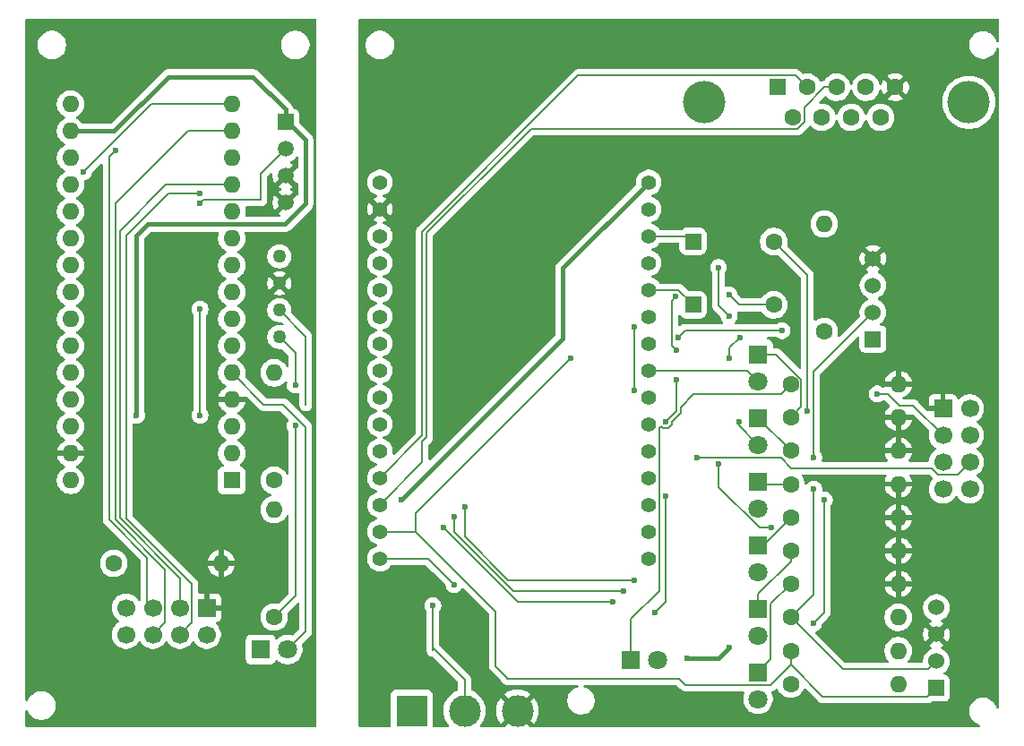
<source format=gbl>
G04 #@! TF.GenerationSoftware,KiCad,Pcbnew,9.0.1*
G04 #@! TF.CreationDate,2025-05-15T21:23:48-07:00*
G04 #@! TF.ProjectId,ARDU_RF_TEMP,41524455-5f52-4465-9f54-454d502e6b69,rev?*
G04 #@! TF.SameCoordinates,Original*
G04 #@! TF.FileFunction,Copper,L2,Bot*
G04 #@! TF.FilePolarity,Positive*
%FSLAX46Y46*%
G04 Gerber Fmt 4.6, Leading zero omitted, Abs format (unit mm)*
G04 Created by KiCad (PCBNEW 9.0.1) date 2025-05-15 21:23:48*
%MOMM*%
%LPD*%
G01*
G04 APERTURE LIST*
G04 Aperture macros list*
%AMRoundRect*
0 Rectangle with rounded corners*
0 $1 Rounding radius*
0 $2 $3 $4 $5 $6 $7 $8 $9 X,Y pos of 4 corners*
0 Add a 4 corners polygon primitive as box body*
4,1,4,$2,$3,$4,$5,$6,$7,$8,$9,$2,$3,0*
0 Add four circle primitives for the rounded corners*
1,1,$1+$1,$2,$3*
1,1,$1+$1,$4,$5*
1,1,$1+$1,$6,$7*
1,1,$1+$1,$8,$9*
0 Add four rect primitives between the rounded corners*
20,1,$1+$1,$2,$3,$4,$5,0*
20,1,$1+$1,$4,$5,$6,$7,0*
20,1,$1+$1,$6,$7,$8,$9,0*
20,1,$1+$1,$8,$9,$2,$3,0*%
G04 Aperture macros list end*
G04 #@! TA.AperFunction,ComponentPad*
%ADD10R,3.000000X3.000000*%
G04 #@! TD*
G04 #@! TA.AperFunction,ComponentPad*
%ADD11C,3.000000*%
G04 #@! TD*
G04 #@! TA.AperFunction,ComponentPad*
%ADD12C,4.000000*%
G04 #@! TD*
G04 #@! TA.AperFunction,ComponentPad*
%ADD13R,1.600000X1.600000*%
G04 #@! TD*
G04 #@! TA.AperFunction,ComponentPad*
%ADD14C,1.600000*%
G04 #@! TD*
G04 #@! TA.AperFunction,ComponentPad*
%ADD15C,1.408000*%
G04 #@! TD*
G04 #@! TA.AperFunction,ComponentPad*
%ADD16O,1.600000X1.600000*%
G04 #@! TD*
G04 #@! TA.AperFunction,ComponentPad*
%ADD17R,1.800000X1.800000*%
G04 #@! TD*
G04 #@! TA.AperFunction,ComponentPad*
%ADD18C,1.800000*%
G04 #@! TD*
G04 #@! TA.AperFunction,ComponentPad*
%ADD19RoundRect,0.250000X-0.550000X-0.550000X0.550000X-0.550000X0.550000X0.550000X-0.550000X0.550000X0*%
G04 #@! TD*
G04 #@! TA.AperFunction,ComponentPad*
%ADD20R,1.500000X1.500000*%
G04 #@! TD*
G04 #@! TA.AperFunction,ComponentPad*
%ADD21C,1.500000*%
G04 #@! TD*
G04 #@! TA.AperFunction,ComponentPad*
%ADD22R,1.524000X1.524000*%
G04 #@! TD*
G04 #@! TA.AperFunction,ComponentPad*
%ADD23C,1.524000*%
G04 #@! TD*
G04 #@! TA.AperFunction,ComponentPad*
%ADD24C,1.270000*%
G04 #@! TD*
G04 #@! TA.AperFunction,ComponentPad*
%ADD25R,1.700000X1.700000*%
G04 #@! TD*
G04 #@! TA.AperFunction,ComponentPad*
%ADD26C,1.700000*%
G04 #@! TD*
G04 #@! TA.AperFunction,ViaPad*
%ADD27C,0.600000*%
G04 #@! TD*
G04 #@! TA.AperFunction,Conductor*
%ADD28C,0.200000*%
G04 #@! TD*
G04 #@! TA.AperFunction,Conductor*
%ADD29C,0.400000*%
G04 #@! TD*
G04 APERTURE END LIST*
D10*
X49000000Y-77950000D03*
D11*
X54000000Y-77950000D03*
X59000000Y-77950000D03*
D12*
X76655000Y-20420000D03*
X101655000Y-20420000D03*
D13*
X83615000Y-19000000D03*
D14*
X86385000Y-19000000D03*
X89155000Y-19000000D03*
X91925000Y-19000000D03*
X94695000Y-19000000D03*
X85000000Y-21840000D03*
X87770000Y-21840000D03*
X90540000Y-21840000D03*
X93310000Y-21840000D03*
D15*
X71400000Y-63560000D03*
X71400000Y-61020000D03*
X71400000Y-58480000D03*
X71400000Y-55940000D03*
X71400000Y-53400000D03*
X71400000Y-50860000D03*
X71400000Y-48320000D03*
X71400000Y-45780000D03*
X71400000Y-43240000D03*
X71400000Y-40700000D03*
X71400000Y-38160000D03*
X71400000Y-35620000D03*
X71400000Y-33080000D03*
X71400000Y-30540000D03*
X71400000Y-28000000D03*
X46000000Y-28000000D03*
X46000000Y-30540000D03*
X46000000Y-33080000D03*
X46000000Y-35620000D03*
X46000000Y-38160000D03*
X46000000Y-40700000D03*
X46000000Y-43240000D03*
X46000000Y-45780000D03*
X46000000Y-48320000D03*
X46000000Y-50860000D03*
X46000000Y-53400000D03*
X46000000Y-55940000D03*
X46000000Y-58480000D03*
X46000000Y-61020000D03*
X46000000Y-63560000D03*
D14*
X84820000Y-47067500D03*
D16*
X94980000Y-47067500D03*
D17*
X81735000Y-62277500D03*
D18*
X81735000Y-64817500D03*
D19*
X75595000Y-33580000D03*
D14*
X83215000Y-33580000D03*
X36000000Y-56160000D03*
D16*
X36000000Y-46000000D03*
D17*
X81735000Y-74297500D03*
D18*
X81735000Y-76837500D03*
D17*
X81735000Y-44247500D03*
D18*
X81735000Y-46787500D03*
D14*
X84820000Y-53367500D03*
D16*
X94980000Y-53367500D03*
D14*
X84820000Y-59667500D03*
D16*
X94980000Y-59667500D03*
D13*
X32000000Y-56160000D03*
D16*
X32000000Y-53620000D03*
X32000000Y-51080000D03*
X32000000Y-48540000D03*
X32000000Y-46000000D03*
X32000000Y-43460000D03*
X32000000Y-40920000D03*
X32000000Y-38380000D03*
X32000000Y-35840000D03*
X32000000Y-33300000D03*
X32000000Y-30760000D03*
X32000000Y-28220000D03*
X32000000Y-25680000D03*
X32000000Y-23140000D03*
X32000000Y-20600000D03*
X16760000Y-20600000D03*
X16760000Y-23140000D03*
X16760000Y-25680000D03*
X16760000Y-28220000D03*
X16760000Y-30760000D03*
X16760000Y-33300000D03*
X16760000Y-35840000D03*
X16760000Y-38380000D03*
X16760000Y-40920000D03*
X16760000Y-43460000D03*
X16760000Y-46000000D03*
X16760000Y-48540000D03*
X16760000Y-51080000D03*
X16760000Y-53620000D03*
X16760000Y-56160000D03*
D20*
X37097500Y-22287500D03*
D21*
X37097500Y-24827500D03*
X37097500Y-27367500D03*
X37097500Y-29907500D03*
D14*
X36000000Y-69080000D03*
D16*
X36000000Y-58920000D03*
D14*
X84820000Y-50217500D03*
D16*
X94980000Y-50217500D03*
D17*
X69730000Y-73165000D03*
D18*
X72270000Y-73165000D03*
D14*
X84820000Y-69117500D03*
D16*
X94980000Y-69117500D03*
D19*
X75595000Y-39580000D03*
D14*
X83215000Y-39580000D03*
D17*
X81735000Y-68287500D03*
D18*
X81735000Y-70827500D03*
D14*
X84820000Y-56517500D03*
D16*
X94980000Y-56517500D03*
D17*
X81735000Y-50257500D03*
D18*
X81735000Y-52797500D03*
D14*
X84820000Y-72267500D03*
D16*
X94980000Y-72267500D03*
D22*
X98589800Y-75810000D03*
D23*
X98589800Y-73270000D03*
X98589800Y-70730000D03*
X98589800Y-68190000D03*
D22*
X92589800Y-42810000D03*
D23*
X92589800Y-40270000D03*
X92589800Y-37730000D03*
X92589800Y-35190000D03*
D17*
X34730000Y-72165000D03*
D18*
X37270000Y-72165000D03*
D17*
X81735000Y-56267500D03*
D18*
X81735000Y-58807500D03*
D24*
X36500000Y-42620000D03*
X36500000Y-40080000D03*
X36500000Y-37540000D03*
X36500000Y-35000000D03*
D14*
X20840000Y-64000000D03*
D16*
X31000000Y-64000000D03*
D14*
X84820000Y-75417500D03*
D16*
X94980000Y-75417500D03*
D25*
X29625000Y-68210500D03*
D26*
X29625000Y-70750500D03*
X27085000Y-68210500D03*
X27085000Y-70750500D03*
X24545000Y-68210500D03*
X24545000Y-70750500D03*
X22005000Y-68210500D03*
X22005000Y-70750500D03*
D14*
X84820000Y-62817500D03*
D16*
X94980000Y-62817500D03*
D14*
X84820000Y-65967500D03*
D16*
X94980000Y-65967500D03*
D25*
X99210500Y-49375000D03*
D26*
X101750500Y-49375000D03*
X99210500Y-51915000D03*
X101750500Y-51915000D03*
X99210500Y-54455000D03*
X101750500Y-54455000D03*
X99210500Y-56995000D03*
X101750500Y-56995000D03*
D14*
X88000000Y-42080000D03*
D16*
X88000000Y-31920000D03*
D27*
X48000000Y-58000000D03*
X84000000Y-42000000D03*
X88000000Y-58000000D03*
X86400000Y-49599000D03*
X51000000Y-68000000D03*
X87000000Y-57000000D03*
X87000000Y-54000000D03*
X93000000Y-48000000D03*
X53000000Y-66000000D03*
X76000000Y-54000000D03*
X29000000Y-50000000D03*
X29000000Y-40000000D03*
X18000000Y-27000000D03*
X23000000Y-50000000D03*
X29000000Y-30000000D03*
X64000000Y-44640000D03*
X74199000Y-42640000D03*
X68000000Y-67640000D03*
X52000000Y-60640000D03*
X53000000Y-59640000D03*
X69000000Y-66640000D03*
X70000000Y-65640000D03*
X54000000Y-58640000D03*
X82999485Y-60639485D03*
X70000000Y-41635000D03*
X78000000Y-54640000D03*
X70000000Y-47640000D03*
X21000000Y-25000000D03*
X29000000Y-29000000D03*
X38000000Y-47160000D03*
X38000000Y-51000000D03*
X74000000Y-46640000D03*
X73000000Y-50640000D03*
X72000000Y-68640000D03*
X74000000Y-43840000D03*
X73005000Y-57640000D03*
X79000000Y-38640000D03*
X73963235Y-38796765D03*
X87000000Y-69640000D03*
X78000000Y-36040000D03*
X80000000Y-42640000D03*
X79000000Y-44640000D03*
X79000000Y-40640000D03*
X79934000Y-50640000D03*
X75000000Y-73000000D03*
X79000000Y-72000000D03*
D28*
X58021000Y-74899000D02*
X58101000Y-74899000D01*
X56920000Y-68560000D02*
X56920000Y-73718000D01*
X56920000Y-73718000D02*
X58101000Y-74899000D01*
X51000000Y-72000000D02*
X51000000Y-72250000D01*
X54000000Y-75000000D02*
X54000000Y-77950000D01*
X51000000Y-72000000D02*
X54000000Y-75000000D01*
X51000000Y-68000000D02*
X51000000Y-72000000D01*
X58101000Y-74899000D02*
X74259000Y-74899000D01*
D29*
X63299000Y-42743706D02*
X63256294Y-42743706D01*
X63256294Y-42743706D02*
X48000000Y-58000000D01*
D28*
X74259000Y-74899000D02*
X74858500Y-75498500D01*
X84000000Y-42000000D02*
X74839000Y-42000000D01*
X74839000Y-42000000D02*
X74199000Y-42640000D01*
X68000000Y-22941000D02*
X85456050Y-22941000D01*
X50401000Y-32806100D02*
X59103550Y-24103550D01*
X68000000Y-22941000D02*
X60266100Y-22941000D01*
X60266100Y-22941000D02*
X59103550Y-24103550D01*
X46000000Y-55940000D02*
X50000000Y-51940000D01*
X50000000Y-32640000D02*
X64741000Y-17899000D01*
X64741000Y-17899000D02*
X85284000Y-17899000D01*
X85284000Y-17899000D02*
X86385000Y-19000000D01*
X50000000Y-51940000D02*
X50000000Y-32640000D01*
X85456050Y-22941000D02*
X86101000Y-22296050D01*
X67941000Y-22941000D02*
X68000000Y-22941000D01*
X86101000Y-22296050D02*
X86101000Y-20922630D01*
X86101000Y-20922630D02*
X88023630Y-19000000D01*
X88023630Y-19000000D02*
X89155000Y-19000000D01*
X86400000Y-36765000D02*
X86400000Y-49599000D01*
X83215000Y-33580000D02*
X86400000Y-36765000D01*
X88000000Y-68640000D02*
X87820000Y-68820000D01*
X88000000Y-58000000D02*
X88000000Y-68640000D01*
X98589800Y-73270000D02*
X97827801Y-74031999D01*
X97827801Y-74031999D02*
X89734499Y-74031999D01*
X89734499Y-74031999D02*
X84820000Y-69117500D01*
X98589800Y-75810000D02*
X97759800Y-76640000D01*
X97759800Y-76640000D02*
X87845500Y-76640000D01*
X87845500Y-76640000D02*
X84820000Y-73614500D01*
X84820000Y-47067500D02*
X83899000Y-47988500D01*
X74401000Y-49239000D02*
X74401000Y-49806100D01*
X72575029Y-51064971D02*
X72405000Y-51235000D01*
X83899000Y-47988500D02*
X75651500Y-47988500D01*
X75651500Y-47988500D02*
X74401000Y-49239000D01*
X72751057Y-51241000D02*
X72575029Y-51064971D01*
X74401000Y-49806100D02*
X73601000Y-50606100D01*
X73601000Y-50606100D02*
X73601000Y-50888943D01*
X73601000Y-50888943D02*
X73248943Y-51241000D01*
X73248943Y-51241000D02*
X72751057Y-51241000D01*
X72405000Y-51235000D02*
X72405000Y-66595000D01*
X72405000Y-66595000D02*
X69730000Y-69270000D01*
X69730000Y-69270000D02*
X69730000Y-73165000D01*
D29*
X71400000Y-28000000D02*
X63299000Y-36101000D01*
X63299000Y-36101000D02*
X63299000Y-42743706D01*
D28*
X86968750Y-66968750D02*
X84820000Y-69117500D01*
X87000000Y-66937500D02*
X86968750Y-66968750D01*
X87000000Y-45859800D02*
X87000000Y-53000000D01*
X92589800Y-40270000D02*
X87000000Y-45859800D01*
X87000000Y-53000000D02*
X87000000Y-54000000D01*
X87000000Y-57000000D02*
X87000000Y-66937500D01*
X94000000Y-48000000D02*
X93000000Y-48000000D01*
X95116500Y-49116500D02*
X94000000Y-48000000D01*
X96412000Y-49116500D02*
X95116500Y-49116500D01*
X99210500Y-51915000D02*
X96412000Y-49116500D01*
X83895450Y-54000000D02*
X84895450Y-55000000D01*
X52000000Y-65000000D02*
X53000000Y-66000000D01*
X76000000Y-54000000D02*
X83895450Y-54000000D01*
X98733740Y-55606000D02*
X100599500Y-55606000D01*
X84895450Y-55000000D02*
X98127740Y-55000000D01*
X98127740Y-55000000D02*
X98733740Y-55606000D01*
X100599500Y-55606000D02*
X101750500Y-54455000D01*
X49380000Y-61020000D02*
X56920000Y-68560000D01*
X46000000Y-63560000D02*
X50560000Y-63560000D01*
X50560000Y-63560000D02*
X52000000Y-65000000D01*
X38000000Y-51000000D02*
X38000000Y-67080000D01*
X38000000Y-67080000D02*
X36000000Y-69080000D01*
X29000000Y-50000000D02*
X29000000Y-40000000D01*
X32000000Y-46000000D02*
X35000000Y-49000000D01*
X35000000Y-49000000D02*
X36849943Y-49000000D01*
X36849943Y-49000000D02*
X39000000Y-51150057D01*
X39000000Y-51150057D02*
X39000000Y-70435000D01*
X39000000Y-70435000D02*
X37270000Y-72165000D01*
D29*
X36500000Y-37540000D02*
X36139000Y-37179000D01*
D28*
X18000000Y-27000000D02*
X24400000Y-20600000D01*
X24400000Y-20600000D02*
X32000000Y-20600000D01*
X29000000Y-29000000D02*
X26000000Y-29000000D01*
X26000000Y-29000000D02*
X22000000Y-33000000D01*
X22000000Y-33000000D02*
X22000000Y-59758700D01*
X22000000Y-59758700D02*
X28236000Y-65994700D01*
X28236000Y-65994700D02*
X28236000Y-69599500D01*
X28236000Y-69599500D02*
X27085000Y-70750500D01*
X32000000Y-28220000D02*
X25780000Y-28220000D01*
X25780000Y-28220000D02*
X21401000Y-32599000D01*
X21401000Y-32599000D02*
X21401000Y-59726800D01*
X21401000Y-59726800D02*
X27085000Y-65410800D01*
X27085000Y-65410800D02*
X27085000Y-68210500D01*
X32000000Y-23140000D02*
X27860000Y-23140000D01*
X21000000Y-59892900D02*
X25696000Y-64588900D01*
X27860000Y-23140000D02*
X21000000Y-30000000D01*
X21000000Y-30000000D02*
X21000000Y-59892900D01*
X25696000Y-64588900D02*
X25696000Y-69599500D01*
X25696000Y-69599500D02*
X24545000Y-70750500D01*
X21000000Y-25000000D02*
X20401000Y-25599000D01*
X20401000Y-25599000D02*
X20401000Y-59861000D01*
X20401000Y-59861000D02*
X24000000Y-63460000D01*
X24000000Y-63460000D02*
X24000000Y-67665500D01*
X24000000Y-67665500D02*
X24545000Y-68210500D01*
D29*
X20860000Y-23140000D02*
X26000000Y-18000000D01*
X34000000Y-18000000D02*
X37097500Y-21097500D01*
X23000000Y-50000000D02*
X23000000Y-33000000D01*
X37287500Y-22287500D02*
X37097500Y-22287500D01*
X26000000Y-18000000D02*
X34000000Y-18000000D01*
X39000000Y-30000000D02*
X39000000Y-24000000D01*
X23000000Y-33000000D02*
X24039000Y-31961000D01*
X39000000Y-24000000D02*
X37287500Y-22287500D01*
X24039000Y-31961000D02*
X37039000Y-31961000D01*
X16760000Y-23140000D02*
X20860000Y-23140000D01*
X37097500Y-21097500D02*
X37097500Y-22287500D01*
X37039000Y-31961000D02*
X39000000Y-30000000D01*
D28*
X29000000Y-30000000D02*
X29341000Y-29659000D01*
X34741000Y-27184000D02*
X37097500Y-24827500D01*
X29341000Y-29659000D02*
X34741000Y-29659000D01*
X34741000Y-29659000D02*
X34741000Y-27184000D01*
X49380000Y-59260000D02*
X49380000Y-61020000D01*
X82936000Y-75498500D02*
X74858500Y-75498500D01*
X64000000Y-44640000D02*
X49380000Y-59260000D01*
X84820000Y-73614500D02*
X82936000Y-75498500D01*
X84820000Y-72267500D02*
X84820000Y-73614500D01*
X74000000Y-42441000D02*
X74199000Y-42640000D01*
X49380000Y-61020000D02*
X46000000Y-61020000D01*
X52000000Y-60640000D02*
X59000000Y-67640000D01*
X59000000Y-67640000D02*
X68000000Y-67640000D01*
X86969000Y-66968500D02*
X86968750Y-66968750D01*
X82936000Y-67851500D02*
X82936000Y-73096500D01*
X84820000Y-65967500D02*
X82936000Y-67851500D01*
X82936000Y-73096500D02*
X81735000Y-74297500D01*
X81735000Y-68287500D02*
X81735000Y-66905000D01*
X84820000Y-63820000D02*
X84820000Y-62817500D01*
X81735000Y-66905000D02*
X84820000Y-63820000D01*
X82210000Y-62277500D02*
X81735000Y-62277500D01*
X84820000Y-59667500D02*
X82210000Y-62277500D01*
X81985000Y-56517500D02*
X81735000Y-56267500D01*
X84820000Y-56517500D02*
X81985000Y-56517500D01*
X85821000Y-49216500D02*
X85821000Y-46652872D01*
X84820000Y-50217500D02*
X85821000Y-49216500D01*
X83415628Y-44247500D02*
X81735000Y-44247500D01*
X85821000Y-46652872D02*
X83415628Y-44247500D01*
X84820000Y-53367500D02*
X81735000Y-50282500D01*
X81735000Y-50282500D02*
X81735000Y-50257500D01*
X53000000Y-59640000D02*
X53000000Y-61072900D01*
X53000000Y-61072900D02*
X58567100Y-66640000D01*
X58567100Y-66640000D02*
X69000000Y-66640000D01*
X54000000Y-58640000D02*
X54000000Y-61505800D01*
X54000000Y-61505800D02*
X58134200Y-65640000D01*
X58134200Y-65640000D02*
X70000000Y-65640000D01*
X70000000Y-41635000D02*
X70000000Y-47640000D01*
X78000000Y-56770971D02*
X81868514Y-60639485D01*
X78000000Y-54640000D02*
X78000000Y-56770971D01*
X81868514Y-60639485D02*
X82999485Y-60639485D01*
X38000000Y-44120000D02*
X36500000Y-42620000D01*
X38000000Y-47160000D02*
X38000000Y-44120000D01*
X39000000Y-42580000D02*
X39000000Y-49040000D01*
X36500000Y-40080000D02*
X39000000Y-42580000D01*
X73000000Y-50640000D02*
X74000000Y-49640000D01*
X73599000Y-43439000D02*
X73599000Y-41640000D01*
X73599000Y-41640000D02*
X73599000Y-39161000D01*
X73599000Y-39161000D02*
X73963235Y-38796765D01*
X74000000Y-49640000D02*
X74000000Y-46640000D01*
X79000000Y-38640000D02*
X79940000Y-39580000D01*
X73005000Y-67635000D02*
X73005000Y-57640000D01*
X74000000Y-43840000D02*
X73599000Y-43439000D01*
X72000000Y-68640000D02*
X73005000Y-67635000D01*
X79940000Y-39580000D02*
X83215000Y-39580000D01*
X87820000Y-68820000D02*
X87000000Y-69640000D01*
X79000000Y-40640000D02*
X78000000Y-39640000D01*
X80000000Y-42640000D02*
X79000000Y-43640000D01*
X78000000Y-39640000D02*
X78000000Y-36040000D01*
X79000000Y-43640000D02*
X79000000Y-44640000D01*
X79934000Y-50996500D02*
X81735000Y-52797500D01*
X79934000Y-50640000D02*
X79934000Y-50996500D01*
X71400000Y-45780000D02*
X80727500Y-45780000D01*
X80727500Y-45780000D02*
X81735000Y-46787500D01*
X71400000Y-33080000D02*
X75095000Y-33080000D01*
X75095000Y-33080000D02*
X75595000Y-33580000D01*
X74175000Y-38160000D02*
X75595000Y-39580000D01*
X71400000Y-38160000D02*
X74175000Y-38160000D01*
D29*
X78000000Y-73000000D02*
X79000000Y-72000000D01*
X75000000Y-73000000D02*
X78000000Y-73000000D01*
D28*
X46000000Y-58480000D02*
X50000000Y-54480000D01*
X50000000Y-54480000D02*
X50000000Y-52507100D01*
X50000000Y-52507100D02*
X50401000Y-52106100D01*
X50401000Y-52106100D02*
X50401000Y-32806100D01*
G04 #@! TA.AperFunction,Conductor*
G36*
X104442539Y-12520185D02*
G01*
X104488294Y-12572989D01*
X104499500Y-12624500D01*
X104499500Y-14623575D01*
X104479815Y-14690614D01*
X104427011Y-14736369D01*
X104357853Y-14746313D01*
X104294297Y-14717288D01*
X104257569Y-14661894D01*
X104205218Y-14500776D01*
X104171503Y-14434607D01*
X104112287Y-14318390D01*
X104104556Y-14307749D01*
X103991971Y-14152786D01*
X103847213Y-14008028D01*
X103681613Y-13887715D01*
X103681612Y-13887714D01*
X103681610Y-13887713D01*
X103597681Y-13844949D01*
X103499223Y-13794781D01*
X103304534Y-13731522D01*
X103129995Y-13703878D01*
X103102352Y-13699500D01*
X102897648Y-13699500D01*
X102873329Y-13703351D01*
X102695465Y-13731522D01*
X102500776Y-13794781D01*
X102318386Y-13887715D01*
X102152786Y-14008028D01*
X102008028Y-14152786D01*
X101887715Y-14318386D01*
X101794781Y-14500776D01*
X101731522Y-14695465D01*
X101699500Y-14897648D01*
X101699500Y-15102351D01*
X101731522Y-15304534D01*
X101794781Y-15499223D01*
X101887715Y-15681613D01*
X102008028Y-15847213D01*
X102152786Y-15991971D01*
X102307749Y-16104556D01*
X102318390Y-16112287D01*
X102402319Y-16155051D01*
X102500776Y-16205218D01*
X102500778Y-16205218D01*
X102500781Y-16205220D01*
X102605137Y-16239127D01*
X102695465Y-16268477D01*
X102796557Y-16284488D01*
X102897648Y-16300500D01*
X102897649Y-16300500D01*
X103102351Y-16300500D01*
X103102352Y-16300500D01*
X103304534Y-16268477D01*
X103499219Y-16205220D01*
X103681610Y-16112287D01*
X103794726Y-16030104D01*
X103847213Y-15991971D01*
X103847215Y-15991968D01*
X103847219Y-15991966D01*
X103991966Y-15847219D01*
X103991968Y-15847215D01*
X103991971Y-15847213D01*
X104093247Y-15707816D01*
X104112287Y-15681610D01*
X104205220Y-15499219D01*
X104257569Y-15338106D01*
X104297007Y-15280430D01*
X104361365Y-15253232D01*
X104430212Y-15265147D01*
X104481687Y-15312391D01*
X104499500Y-15376424D01*
X104499500Y-77623575D01*
X104479815Y-77690614D01*
X104427011Y-77736369D01*
X104357853Y-77746313D01*
X104294297Y-77717288D01*
X104257569Y-77661894D01*
X104205218Y-77500776D01*
X104141185Y-77375106D01*
X104112287Y-77318390D01*
X104055698Y-77240501D01*
X103991971Y-77152786D01*
X103847213Y-77008028D01*
X103681613Y-76887715D01*
X103681612Y-76887714D01*
X103681610Y-76887713D01*
X103581066Y-76836483D01*
X103499223Y-76794781D01*
X103304534Y-76731522D01*
X103129995Y-76703878D01*
X103102352Y-76699500D01*
X102897648Y-76699500D01*
X102873329Y-76703351D01*
X102695465Y-76731522D01*
X102500776Y-76794781D01*
X102318386Y-76887715D01*
X102152786Y-77008028D01*
X102008028Y-77152786D01*
X101887715Y-77318386D01*
X101794781Y-77500776D01*
X101731522Y-77695465D01*
X101699500Y-77897648D01*
X101699500Y-78102351D01*
X101731522Y-78304534D01*
X101794781Y-78499223D01*
X101887715Y-78681613D01*
X102008028Y-78847213D01*
X102152786Y-78991971D01*
X102307749Y-79104556D01*
X102318390Y-79112287D01*
X102434607Y-79171503D01*
X102500776Y-79205218D01*
X102500778Y-79205218D01*
X102500781Y-79205220D01*
X102604881Y-79239044D01*
X102661894Y-79257569D01*
X102719569Y-79297007D01*
X102746767Y-79361366D01*
X102734852Y-79430212D01*
X102687608Y-79481688D01*
X102623575Y-79499500D01*
X60247309Y-79499500D01*
X60180270Y-79479815D01*
X60159628Y-79463181D01*
X59211059Y-78514612D01*
X59231591Y-78509111D01*
X59368408Y-78430119D01*
X59480119Y-78318408D01*
X59559111Y-78181591D01*
X59564612Y-78161059D01*
X60579917Y-79176365D01*
X60579919Y-79176365D01*
X60666499Y-79063534D01*
X60666511Y-79063516D01*
X60797590Y-78836482D01*
X60797595Y-78836471D01*
X60897924Y-78594255D01*
X60965777Y-78341020D01*
X60965779Y-78341009D01*
X60999999Y-78081094D01*
X61000000Y-78081080D01*
X61000000Y-77818919D01*
X60999999Y-77818905D01*
X60965779Y-77558990D01*
X60965777Y-77558979D01*
X60897924Y-77305744D01*
X60797595Y-77063528D01*
X60797590Y-77063517D01*
X60666511Y-76836483D01*
X60666505Y-76836475D01*
X60579918Y-76723633D01*
X60579917Y-76723633D01*
X59564612Y-77738939D01*
X59559111Y-77718409D01*
X59480119Y-77581592D01*
X59368408Y-77469881D01*
X59231591Y-77390889D01*
X59211057Y-77385387D01*
X60226365Y-76370080D01*
X60113524Y-76283494D01*
X60113516Y-76283488D01*
X59886482Y-76152409D01*
X59886471Y-76152404D01*
X59644255Y-76052075D01*
X59391020Y-75984222D01*
X59391009Y-75984220D01*
X59131094Y-75950000D01*
X58868905Y-75950000D01*
X58608990Y-75984220D01*
X58608979Y-75984222D01*
X58355744Y-76052075D01*
X58113528Y-76152404D01*
X58113517Y-76152409D01*
X57886471Y-76283496D01*
X57773633Y-76370079D01*
X57773633Y-76370080D01*
X58788940Y-77385387D01*
X58768409Y-77390889D01*
X58631592Y-77469881D01*
X58519881Y-77581592D01*
X58440889Y-77718409D01*
X58435387Y-77738940D01*
X57420080Y-76723633D01*
X57420079Y-76723633D01*
X57333496Y-76836471D01*
X57202409Y-77063517D01*
X57202404Y-77063528D01*
X57102075Y-77305744D01*
X57034222Y-77558979D01*
X57034220Y-77558990D01*
X57000000Y-77818905D01*
X57000000Y-78081094D01*
X57034220Y-78341009D01*
X57034222Y-78341020D01*
X57102075Y-78594255D01*
X57202404Y-78836471D01*
X57202409Y-78836482D01*
X57333488Y-79063516D01*
X57333494Y-79063524D01*
X57420080Y-79176365D01*
X58435387Y-78161058D01*
X58440889Y-78181591D01*
X58519881Y-78318408D01*
X58631592Y-78430119D01*
X58768409Y-78509111D01*
X58788940Y-78514612D01*
X57840372Y-79463181D01*
X57779049Y-79496666D01*
X57752691Y-79499500D01*
X55578996Y-79499500D01*
X55511957Y-79479815D01*
X55466202Y-79427011D01*
X55456258Y-79357853D01*
X55485283Y-79294297D01*
X55491315Y-79287819D01*
X55507274Y-79271860D01*
X55507277Y-79271855D01*
X55507282Y-79271851D01*
X55666924Y-79063803D01*
X55798043Y-78836697D01*
X55898398Y-78594419D01*
X55966270Y-78341116D01*
X56000500Y-78081120D01*
X56000500Y-77818880D01*
X55966270Y-77558884D01*
X55898398Y-77305581D01*
X55854490Y-77199577D01*
X55798046Y-77063309D01*
X55798041Y-77063299D01*
X55666924Y-76836196D01*
X55507281Y-76628148D01*
X55507274Y-76628140D01*
X55321860Y-76442726D01*
X55321851Y-76442718D01*
X55113803Y-76283075D01*
X54886700Y-76151958D01*
X54886690Y-76151954D01*
X54677047Y-76065117D01*
X54622644Y-76021276D01*
X54600579Y-75954982D01*
X54600500Y-75950556D01*
X54600500Y-75089060D01*
X54600501Y-75089047D01*
X54600501Y-74920944D01*
X54600501Y-74920943D01*
X54559577Y-74768216D01*
X54521080Y-74701536D01*
X54480524Y-74631290D01*
X54480518Y-74631282D01*
X51636819Y-71787583D01*
X51603334Y-71726260D01*
X51600500Y-71699902D01*
X51600500Y-68579765D01*
X51620185Y-68512726D01*
X51621398Y-68510874D01*
X51709390Y-68379185D01*
X51709390Y-68379184D01*
X51709394Y-68379179D01*
X51709537Y-68378835D01*
X51746370Y-68289910D01*
X51769737Y-68233497D01*
X51800500Y-68078842D01*
X51800500Y-67921158D01*
X51800500Y-67921155D01*
X51800499Y-67921153D01*
X51791020Y-67873501D01*
X51769737Y-67766503D01*
X51749996Y-67718844D01*
X51709397Y-67620827D01*
X51709390Y-67620814D01*
X51621789Y-67489711D01*
X51621786Y-67489707D01*
X51510292Y-67378213D01*
X51510288Y-67378210D01*
X51379185Y-67290609D01*
X51379172Y-67290602D01*
X51233501Y-67230264D01*
X51233489Y-67230261D01*
X51078845Y-67199500D01*
X51078842Y-67199500D01*
X50921158Y-67199500D01*
X50921155Y-67199500D01*
X50766510Y-67230261D01*
X50766498Y-67230264D01*
X50620827Y-67290602D01*
X50620814Y-67290609D01*
X50489711Y-67378210D01*
X50489707Y-67378213D01*
X50378213Y-67489707D01*
X50378210Y-67489711D01*
X50290609Y-67620814D01*
X50290602Y-67620827D01*
X50230264Y-67766498D01*
X50230261Y-67766510D01*
X50199500Y-67921153D01*
X50199500Y-68078846D01*
X50230261Y-68233489D01*
X50230264Y-68233501D01*
X50290602Y-68379172D01*
X50290609Y-68379185D01*
X50378602Y-68510874D01*
X50399480Y-68577551D01*
X50399500Y-68579765D01*
X50399500Y-71920939D01*
X50399499Y-71920943D01*
X50399499Y-72079057D01*
X50399500Y-72079060D01*
X50399500Y-72329057D01*
X50439191Y-72477184D01*
X50440423Y-72481783D01*
X50440426Y-72481790D01*
X50519475Y-72618709D01*
X50519479Y-72618714D01*
X50519480Y-72618716D01*
X50631284Y-72730520D01*
X50631286Y-72730521D01*
X50631290Y-72730524D01*
X50726284Y-72785368D01*
X50768216Y-72809577D01*
X50920943Y-72850500D01*
X50949903Y-72850500D01*
X51016942Y-72870185D01*
X51037584Y-72886819D01*
X53363181Y-75212416D01*
X53396666Y-75273739D01*
X53399500Y-75300097D01*
X53399500Y-75950556D01*
X53379815Y-76017595D01*
X53327011Y-76063350D01*
X53322953Y-76065117D01*
X53113309Y-76151954D01*
X53113299Y-76151958D01*
X52886196Y-76283075D01*
X52678148Y-76442718D01*
X52492718Y-76628148D01*
X52333075Y-76836196D01*
X52201958Y-77063299D01*
X52201953Y-77063309D01*
X52101605Y-77305571D01*
X52101602Y-77305581D01*
X52033730Y-77558884D01*
X52033716Y-77558990D01*
X51999500Y-77818872D01*
X51999500Y-78081127D01*
X52023728Y-78265147D01*
X52033730Y-78341116D01*
X52078744Y-78509111D01*
X52101602Y-78594418D01*
X52101605Y-78594428D01*
X52201953Y-78836690D01*
X52201958Y-78836700D01*
X52333075Y-79063803D01*
X52492718Y-79271851D01*
X52492726Y-79271860D01*
X52508685Y-79287819D01*
X52542170Y-79349142D01*
X52537186Y-79418834D01*
X52495314Y-79474767D01*
X52429850Y-79499184D01*
X52421004Y-79499500D01*
X51124500Y-79499500D01*
X51057461Y-79479815D01*
X51011706Y-79427011D01*
X51000500Y-79375500D01*
X51000499Y-76402129D01*
X51000498Y-76402123D01*
X51000497Y-76402116D01*
X50994091Y-76342517D01*
X50985092Y-76318390D01*
X50943797Y-76207671D01*
X50943793Y-76207664D01*
X50857547Y-76092455D01*
X50857544Y-76092452D01*
X50742335Y-76006206D01*
X50742328Y-76006202D01*
X50607482Y-75955908D01*
X50607483Y-75955908D01*
X50547883Y-75949501D01*
X50547881Y-75949500D01*
X50547873Y-75949500D01*
X50547864Y-75949500D01*
X47452129Y-75949500D01*
X47452123Y-75949501D01*
X47392516Y-75955908D01*
X47257671Y-76006202D01*
X47257664Y-76006206D01*
X47142455Y-76092452D01*
X47142452Y-76092455D01*
X47056206Y-76207664D01*
X47056202Y-76207671D01*
X47005908Y-76342517D01*
X46999501Y-76402116D01*
X46999500Y-76402127D01*
X46999500Y-77949999D01*
X46999501Y-79375500D01*
X46979816Y-79442539D01*
X46927012Y-79488294D01*
X46875501Y-79499500D01*
X44124000Y-79499500D01*
X44056961Y-79479815D01*
X44011206Y-79427011D01*
X44000000Y-79375500D01*
X44000000Y-35714799D01*
X44795499Y-35714799D01*
X44824305Y-35896672D01*
X44825158Y-35902055D01*
X44844361Y-35961155D01*
X44883747Y-36082372D01*
X44969819Y-36251296D01*
X45081259Y-36404679D01*
X45215321Y-36538741D01*
X45368704Y-36650181D01*
X45438887Y-36685941D01*
X45537627Y-36736252D01*
X45537629Y-36736252D01*
X45537632Y-36736254D01*
X45647860Y-36772069D01*
X45705534Y-36811507D01*
X45732732Y-36875866D01*
X45720817Y-36944712D01*
X45673573Y-36996188D01*
X45647861Y-37007929D01*
X45605838Y-37021583D01*
X45537627Y-37043747D01*
X45368703Y-37129819D01*
X45215319Y-37241260D01*
X45081260Y-37375319D01*
X44969819Y-37528703D01*
X44883747Y-37697627D01*
X44851020Y-37798352D01*
X44825987Y-37875396D01*
X44825157Y-37877949D01*
X44795500Y-38065199D01*
X44795500Y-38254800D01*
X44809816Y-38345186D01*
X44825158Y-38442055D01*
X44833495Y-38467713D01*
X44883747Y-38622372D01*
X44958433Y-38768949D01*
X44969819Y-38791296D01*
X45081259Y-38944679D01*
X45215321Y-39078741D01*
X45368704Y-39190181D01*
X45448515Y-39230846D01*
X45537627Y-39276252D01*
X45537629Y-39276252D01*
X45537632Y-39276254D01*
X45647860Y-39312069D01*
X45705534Y-39351507D01*
X45732732Y-39415866D01*
X45720817Y-39484712D01*
X45673573Y-39536188D01*
X45647861Y-39547929D01*
X45607824Y-39560939D01*
X45537627Y-39583747D01*
X45368703Y-39669819D01*
X45215319Y-39781260D01*
X45081260Y-39915319D01*
X44969819Y-40068703D01*
X44883747Y-40237627D01*
X44825157Y-40417949D01*
X44795500Y-40605199D01*
X44795500Y-40794800D01*
X44822887Y-40967715D01*
X44825158Y-40982055D01*
X44851550Y-41063280D01*
X44883747Y-41162372D01*
X44932398Y-41257853D01*
X44969819Y-41331296D01*
X45081259Y-41484679D01*
X45215321Y-41618741D01*
X45368704Y-41730181D01*
X45439980Y-41766498D01*
X45537627Y-41816252D01*
X45537629Y-41816252D01*
X45537632Y-41816254D01*
X45647860Y-41852069D01*
X45705534Y-41891507D01*
X45732732Y-41955866D01*
X45720817Y-42024712D01*
X45673573Y-42076188D01*
X45647861Y-42087929D01*
X45605838Y-42101583D01*
X45537627Y-42123747D01*
X45368703Y-42209819D01*
X45215319Y-42321260D01*
X45081260Y-42455319D01*
X44969819Y-42608703D01*
X44883747Y-42777627D01*
X44859124Y-42853409D01*
X44828379Y-42948034D01*
X44825157Y-42957949D01*
X44795500Y-43145199D01*
X44795500Y-43334796D01*
X44795499Y-43334799D01*
X44824524Y-43518054D01*
X44825158Y-43522055D01*
X44883746Y-43702368D01*
X44969819Y-43871296D01*
X45081259Y-44024679D01*
X45215321Y-44158741D01*
X45368704Y-44270181D01*
X45448515Y-44310846D01*
X45537627Y-44356252D01*
X45537629Y-44356252D01*
X45537632Y-44356254D01*
X45647860Y-44392069D01*
X45705534Y-44431507D01*
X45732732Y-44495866D01*
X45720817Y-44564712D01*
X45673573Y-44616188D01*
X45647861Y-44627929D01*
X45609178Y-44640499D01*
X45537627Y-44663747D01*
X45368703Y-44749819D01*
X45215319Y-44861260D01*
X45081260Y-44995319D01*
X44969819Y-45148703D01*
X44883747Y-45317627D01*
X44844153Y-45439482D01*
X44830088Y-45482774D01*
X44825157Y-45497949D01*
X44795500Y-45685199D01*
X44795500Y-45874800D01*
X44825157Y-46062050D01*
X44825158Y-46062055D01*
X44856949Y-46159896D01*
X44883747Y-46242372D01*
X44954218Y-46380678D01*
X44969819Y-46411296D01*
X45081259Y-46564679D01*
X45215321Y-46698741D01*
X45368704Y-46810181D01*
X45448515Y-46850846D01*
X45537627Y-46896252D01*
X45537629Y-46896252D01*
X45537632Y-46896254D01*
X45647860Y-46932069D01*
X45705534Y-46971507D01*
X45732732Y-47035866D01*
X45720817Y-47104712D01*
X45673573Y-47156188D01*
X45647861Y-47167929D01*
X45605838Y-47181583D01*
X45537627Y-47203747D01*
X45368703Y-47289819D01*
X45215319Y-47401260D01*
X45081260Y-47535319D01*
X44969819Y-47688703D01*
X44883747Y-47857627D01*
X44863105Y-47921158D01*
X44827285Y-48031401D01*
X44825157Y-48037949D01*
X44795500Y-48225199D01*
X44795500Y-48414800D01*
X44823539Y-48591834D01*
X44825158Y-48602055D01*
X44846320Y-48667184D01*
X44883747Y-48782372D01*
X44948306Y-48909075D01*
X44969819Y-48951296D01*
X45081259Y-49104679D01*
X45215321Y-49238741D01*
X45368704Y-49350181D01*
X45417414Y-49375000D01*
X45537627Y-49436252D01*
X45537629Y-49436252D01*
X45537632Y-49436254D01*
X45647860Y-49472069D01*
X45705534Y-49511507D01*
X45732732Y-49575866D01*
X45720817Y-49644712D01*
X45673573Y-49696188D01*
X45647861Y-49707929D01*
X45619947Y-49717000D01*
X45537627Y-49743747D01*
X45368703Y-49829819D01*
X45215319Y-49941260D01*
X45081260Y-50075319D01*
X44969819Y-50228703D01*
X44883747Y-50397627D01*
X44861176Y-50467093D01*
X44830613Y-50561158D01*
X44825157Y-50577949D01*
X44795500Y-50765199D01*
X44795500Y-50954800D01*
X44825157Y-51142050D01*
X44825158Y-51142055D01*
X44847063Y-51209471D01*
X44883747Y-51322372D01*
X44966145Y-51484085D01*
X44969819Y-51491296D01*
X45081259Y-51644679D01*
X45215321Y-51778741D01*
X45368704Y-51890181D01*
X45434709Y-51923812D01*
X45537627Y-51976252D01*
X45537629Y-51976252D01*
X45537632Y-51976254D01*
X45647860Y-52012069D01*
X45705534Y-52051507D01*
X45732732Y-52115866D01*
X45720817Y-52184712D01*
X45673573Y-52236188D01*
X45647861Y-52247929D01*
X45605838Y-52261583D01*
X45537627Y-52283747D01*
X45368703Y-52369819D01*
X45215319Y-52481260D01*
X45081260Y-52615319D01*
X44969819Y-52768703D01*
X44883747Y-52937627D01*
X44825157Y-53117949D01*
X44795500Y-53305199D01*
X44795500Y-53494800D01*
X44823571Y-53672034D01*
X44825158Y-53682055D01*
X44852921Y-53767500D01*
X44883747Y-53862372D01*
X44950484Y-53993349D01*
X44969819Y-54031296D01*
X45081259Y-54184679D01*
X45215321Y-54318741D01*
X45368704Y-54430181D01*
X45448515Y-54470846D01*
X45537627Y-54516252D01*
X45537629Y-54516252D01*
X45537632Y-54516254D01*
X45647860Y-54552069D01*
X45705534Y-54591507D01*
X45732732Y-54655866D01*
X45720817Y-54724712D01*
X45673573Y-54776188D01*
X45647861Y-54787929D01*
X45609178Y-54800499D01*
X45537627Y-54823747D01*
X45368703Y-54909819D01*
X45215319Y-55021260D01*
X45081260Y-55155319D01*
X44969819Y-55308703D01*
X44883747Y-55477627D01*
X44868183Y-55525528D01*
X44832023Y-55636819D01*
X44825157Y-55657949D01*
X44795500Y-55845199D01*
X44795500Y-56034800D01*
X44823718Y-56212965D01*
X44825158Y-56222055D01*
X44846320Y-56287184D01*
X44883747Y-56402372D01*
X44950484Y-56533349D01*
X44969819Y-56571296D01*
X45081259Y-56724679D01*
X45215321Y-56858741D01*
X45368704Y-56970181D01*
X45432636Y-57002756D01*
X45537627Y-57056252D01*
X45537629Y-57056252D01*
X45537632Y-57056254D01*
X45647860Y-57092069D01*
X45705534Y-57131507D01*
X45732732Y-57195866D01*
X45720817Y-57264712D01*
X45673573Y-57316188D01*
X45647861Y-57327929D01*
X45605838Y-57341583D01*
X45537627Y-57363747D01*
X45368703Y-57449819D01*
X45215319Y-57561260D01*
X45081260Y-57695319D01*
X44969819Y-57848703D01*
X44883747Y-58017627D01*
X44863856Y-58078846D01*
X44826251Y-58194583D01*
X44825157Y-58197949D01*
X44795500Y-58385199D01*
X44795500Y-58574800D01*
X44825157Y-58762049D01*
X44825158Y-58762055D01*
X44864750Y-58883905D01*
X44883747Y-58942372D01*
X44922883Y-59019179D01*
X44969819Y-59111296D01*
X45081259Y-59264679D01*
X45215321Y-59398741D01*
X45368704Y-59510181D01*
X45430214Y-59541522D01*
X45537627Y-59596252D01*
X45537629Y-59596252D01*
X45537632Y-59596254D01*
X45647860Y-59632069D01*
X45705534Y-59671507D01*
X45732732Y-59735866D01*
X45720817Y-59804712D01*
X45673573Y-59856188D01*
X45647861Y-59867929D01*
X45605838Y-59881583D01*
X45537627Y-59903747D01*
X45368703Y-59989819D01*
X45215319Y-60101260D01*
X45081260Y-60235319D01*
X44969819Y-60388703D01*
X44883747Y-60557627D01*
X44825157Y-60737949D01*
X44795500Y-60925199D01*
X44795500Y-61114800D01*
X44825157Y-61302050D01*
X44825158Y-61302055D01*
X44860147Y-61409738D01*
X44883747Y-61482372D01*
X44958433Y-61628949D01*
X44969819Y-61651296D01*
X45081259Y-61804679D01*
X45215321Y-61938741D01*
X45368704Y-62050181D01*
X45448515Y-62090846D01*
X45537627Y-62136252D01*
X45537629Y-62136252D01*
X45537632Y-62136254D01*
X45647860Y-62172069D01*
X45705534Y-62211507D01*
X45732732Y-62275866D01*
X45720817Y-62344712D01*
X45673573Y-62396188D01*
X45647861Y-62407929D01*
X45618408Y-62417500D01*
X45537627Y-62443747D01*
X45368703Y-62529819D01*
X45215319Y-62641260D01*
X45081260Y-62775319D01*
X44969819Y-62928703D01*
X44883747Y-63097627D01*
X44825157Y-63277949D01*
X44795500Y-63465199D01*
X44795500Y-63654800D01*
X44825157Y-63842050D01*
X44825158Y-63842055D01*
X44845654Y-63905135D01*
X44883747Y-64022372D01*
X44958433Y-64168949D01*
X44969819Y-64191296D01*
X45081259Y-64344679D01*
X45215321Y-64478741D01*
X45368704Y-64590181D01*
X45430497Y-64621666D01*
X45537627Y-64676252D01*
X45537629Y-64676252D01*
X45537632Y-64676254D01*
X45717945Y-64734842D01*
X45795430Y-64747114D01*
X45905200Y-64764500D01*
X45905204Y-64764500D01*
X46094800Y-64764500D01*
X46178022Y-64751318D01*
X46282055Y-64734842D01*
X46462368Y-64676254D01*
X46631296Y-64590181D01*
X46784679Y-64478741D01*
X46918741Y-64344679D01*
X47015419Y-64211613D01*
X47070750Y-64168949D01*
X47115737Y-64160500D01*
X50259903Y-64160500D01*
X50326942Y-64180185D01*
X50347583Y-64196818D01*
X51005977Y-64855213D01*
X51638349Y-65487585D01*
X51638355Y-65487590D01*
X52165425Y-66014660D01*
X52198910Y-66075983D01*
X52199361Y-66078149D01*
X52230261Y-66233491D01*
X52230264Y-66233501D01*
X52290602Y-66379172D01*
X52290609Y-66379185D01*
X52378210Y-66510288D01*
X52378213Y-66510292D01*
X52489707Y-66621786D01*
X52489711Y-66621789D01*
X52620814Y-66709390D01*
X52620827Y-66709397D01*
X52766498Y-66769735D01*
X52766503Y-66769737D01*
X52921153Y-66800499D01*
X52921156Y-66800500D01*
X52921158Y-66800500D01*
X53078844Y-66800500D01*
X53078845Y-66800499D01*
X53233497Y-66769737D01*
X53379179Y-66709394D01*
X53510289Y-66621789D01*
X53621789Y-66510289D01*
X53697769Y-66396576D01*
X53751381Y-66351772D01*
X53820706Y-66343065D01*
X53883733Y-66373219D01*
X53888552Y-66377787D01*
X56283181Y-68772416D01*
X56316666Y-68833739D01*
X56319500Y-68860097D01*
X56319500Y-73631330D01*
X56319499Y-73631348D01*
X56319499Y-73638943D01*
X56319499Y-73797057D01*
X56320422Y-73800500D01*
X56360422Y-73949783D01*
X56362247Y-73952944D01*
X56362246Y-73952944D01*
X56362250Y-73952949D01*
X56439477Y-74086712D01*
X56439481Y-74086717D01*
X56558349Y-74205585D01*
X56558355Y-74205590D01*
X57429829Y-75077064D01*
X57456859Y-75123876D01*
X57458313Y-75123275D01*
X57461422Y-75130780D01*
X57461423Y-75130784D01*
X57461424Y-75130787D01*
X57461426Y-75130790D01*
X57540475Y-75267709D01*
X57540479Y-75267714D01*
X57540480Y-75267716D01*
X57652284Y-75379520D01*
X57652286Y-75379521D01*
X57652290Y-75379524D01*
X57789209Y-75458573D01*
X57789216Y-75458577D01*
X57941943Y-75499500D01*
X58021942Y-75499500D01*
X58021943Y-75499500D01*
X64626653Y-75499500D01*
X64693692Y-75519185D01*
X64739447Y-75571989D01*
X64749391Y-75641147D01*
X64720366Y-75704703D01*
X64664972Y-75741431D01*
X64500776Y-75794781D01*
X64318386Y-75887715D01*
X64152786Y-76008028D01*
X64008028Y-76152786D01*
X63887715Y-76318386D01*
X63794781Y-76500776D01*
X63731522Y-76695465D01*
X63699500Y-76897648D01*
X63699500Y-77102351D01*
X63731522Y-77304534D01*
X63794781Y-77499223D01*
X63887715Y-77681613D01*
X64008028Y-77847213D01*
X64152786Y-77991971D01*
X64307749Y-78104556D01*
X64318390Y-78112287D01*
X64434607Y-78171503D01*
X64500776Y-78205218D01*
X64500778Y-78205218D01*
X64500781Y-78205220D01*
X64601667Y-78238000D01*
X64695465Y-78268477D01*
X64770933Y-78280430D01*
X64897648Y-78300500D01*
X64897649Y-78300500D01*
X65102351Y-78300500D01*
X65102352Y-78300500D01*
X65304534Y-78268477D01*
X65499219Y-78205220D01*
X65681610Y-78112287D01*
X65796258Y-78028991D01*
X65847213Y-77991971D01*
X65847215Y-77991968D01*
X65847219Y-77991966D01*
X65991966Y-77847219D01*
X65991968Y-77847215D01*
X65991971Y-77847213D01*
X66062697Y-77749865D01*
X66112287Y-77681610D01*
X66205220Y-77499219D01*
X66268477Y-77304534D01*
X66300500Y-77102352D01*
X66300500Y-76897648D01*
X66268477Y-76695466D01*
X66263283Y-76679482D01*
X66239127Y-76605137D01*
X66205220Y-76500781D01*
X66205218Y-76500778D01*
X66205218Y-76500776D01*
X66158695Y-76409471D01*
X66112287Y-76318390D01*
X66104556Y-76307749D01*
X65991971Y-76152786D01*
X65847213Y-76008028D01*
X65681613Y-75887715D01*
X65681612Y-75887714D01*
X65681610Y-75887713D01*
X65615009Y-75853778D01*
X65499223Y-75794781D01*
X65335028Y-75741431D01*
X65277353Y-75701993D01*
X65250155Y-75637634D01*
X65262070Y-75568788D01*
X65309314Y-75517312D01*
X65373347Y-75499500D01*
X73958903Y-75499500D01*
X74025942Y-75519185D01*
X74046584Y-75535819D01*
X74373639Y-75862874D01*
X74373649Y-75862885D01*
X74377979Y-75867215D01*
X74377980Y-75867216D01*
X74489784Y-75979020D01*
X74556600Y-76017595D01*
X74576595Y-76029139D01*
X74576597Y-76029141D01*
X74614651Y-76051111D01*
X74626715Y-76058077D01*
X74779443Y-76099001D01*
X74779446Y-76099001D01*
X74945153Y-76099001D01*
X74945169Y-76099000D01*
X80337116Y-76099000D01*
X80404155Y-76118685D01*
X80449910Y-76171489D01*
X80459854Y-76240647D01*
X80447600Y-76279296D01*
X80437106Y-76299889D01*
X80437103Y-76299896D01*
X80368985Y-76509547D01*
X80334500Y-76727278D01*
X80334500Y-76947721D01*
X80368985Y-77165452D01*
X80437103Y-77375103D01*
X80437104Y-77375106D01*
X80537187Y-77571525D01*
X80666752Y-77749858D01*
X80666756Y-77749863D01*
X80822636Y-77905743D01*
X80822641Y-77905747D01*
X80883551Y-77950000D01*
X81000978Y-78035315D01*
X81129375Y-78100737D01*
X81197393Y-78135395D01*
X81197396Y-78135396D01*
X81302221Y-78169455D01*
X81407049Y-78203515D01*
X81624778Y-78238000D01*
X81624779Y-78238000D01*
X81845221Y-78238000D01*
X81845222Y-78238000D01*
X82062951Y-78203515D01*
X82272606Y-78135395D01*
X82469022Y-78035315D01*
X82647365Y-77905742D01*
X82803242Y-77749865D01*
X82932815Y-77571522D01*
X83032895Y-77375106D01*
X83101015Y-77165451D01*
X83135500Y-76947722D01*
X83135500Y-76727278D01*
X83101015Y-76509549D01*
X83066108Y-76402116D01*
X83032896Y-76299896D01*
X83032893Y-76299889D01*
X83010207Y-76255366D01*
X83007432Y-76240591D01*
X82999999Y-76227522D01*
X83001113Y-76206946D01*
X82997310Y-76186697D01*
X83002964Y-76172765D01*
X83003777Y-76157754D01*
X83015837Y-76141047D01*
X83023586Y-76121956D01*
X83036537Y-76112374D01*
X83044673Y-76101104D01*
X83066250Y-76090390D01*
X83075353Y-76083656D01*
X83081851Y-76081103D01*
X83167785Y-76058077D01*
X83217904Y-76029139D01*
X83304716Y-75979020D01*
X83410988Y-75872747D01*
X83472309Y-75839263D01*
X83542001Y-75844247D01*
X83597934Y-75886118D01*
X83613228Y-75912974D01*
X83614777Y-75916713D01*
X83614779Y-75916718D01*
X83614780Y-75916719D01*
X83707657Y-76099001D01*
X83707715Y-76099113D01*
X83828028Y-76264713D01*
X83972786Y-76409471D01*
X84127749Y-76522056D01*
X84138390Y-76529787D01*
X84254607Y-76589003D01*
X84320776Y-76622718D01*
X84320778Y-76622718D01*
X84320781Y-76622720D01*
X84425137Y-76656627D01*
X84515465Y-76685977D01*
X84575376Y-76695466D01*
X84717648Y-76718000D01*
X84717649Y-76718000D01*
X84922351Y-76718000D01*
X84922352Y-76718000D01*
X85124534Y-76685977D01*
X85319219Y-76622720D01*
X85501610Y-76529787D01*
X85621440Y-76442726D01*
X85667213Y-76409471D01*
X85667215Y-76409468D01*
X85667219Y-76409466D01*
X85811966Y-76264719D01*
X85811968Y-76264715D01*
X85811971Y-76264713D01*
X85893891Y-76151958D01*
X85932287Y-76099110D01*
X86025220Y-75916719D01*
X86025225Y-75916702D01*
X86026764Y-75912989D01*
X86070598Y-75858581D01*
X86136890Y-75836508D01*
X86204591Y-75853778D01*
X86229012Y-75872747D01*
X87360639Y-77004374D01*
X87360649Y-77004385D01*
X87364979Y-77008715D01*
X87364980Y-77008716D01*
X87476784Y-77120520D01*
X87532672Y-77152786D01*
X87563595Y-77170639D01*
X87563597Y-77170641D01*
X87601651Y-77192611D01*
X87613715Y-77199577D01*
X87766443Y-77240500D01*
X87924557Y-77240500D01*
X97673131Y-77240500D01*
X97673147Y-77240501D01*
X97680743Y-77240501D01*
X97838854Y-77240501D01*
X97838857Y-77240501D01*
X97991585Y-77199577D01*
X98041704Y-77170639D01*
X98128516Y-77120520D01*
X98149215Y-77099820D01*
X98159852Y-77092838D01*
X98181592Y-77086224D01*
X98201537Y-77075334D01*
X98226070Y-77072695D01*
X98226697Y-77072505D01*
X98227012Y-77072594D01*
X98227899Y-77072499D01*
X99399671Y-77072499D01*
X99399672Y-77072499D01*
X99459283Y-77066091D01*
X99594131Y-77015796D01*
X99709346Y-76929546D01*
X99795596Y-76814331D01*
X99845891Y-76679483D01*
X99852300Y-76619873D01*
X99852299Y-75000128D01*
X99845891Y-74940517D01*
X99838590Y-74920943D01*
X99795597Y-74805671D01*
X99795593Y-74805664D01*
X99709347Y-74690455D01*
X99709344Y-74690452D01*
X99594135Y-74604206D01*
X99594128Y-74604202D01*
X99459282Y-74553908D01*
X99459283Y-74553908D01*
X99399683Y-74547501D01*
X99399681Y-74547500D01*
X99399673Y-74547500D01*
X99399665Y-74547500D01*
X99360998Y-74547500D01*
X99293959Y-74527815D01*
X99248204Y-74475011D01*
X99238260Y-74405853D01*
X99267285Y-74342297D01*
X99288113Y-74323182D01*
X99322086Y-74298499D01*
X99412264Y-74232981D01*
X99552781Y-74092464D01*
X99669587Y-73931694D01*
X99759805Y-73754632D01*
X99821213Y-73565636D01*
X99852300Y-73369361D01*
X99852300Y-73170639D01*
X99821213Y-72974364D01*
X99790509Y-72879866D01*
X99759806Y-72785370D01*
X99759805Y-72785367D01*
X99679314Y-72627396D01*
X99669587Y-72608306D01*
X99552781Y-72447536D01*
X99412264Y-72307019D01*
X99251494Y-72190213D01*
X99094467Y-72110203D01*
X99043672Y-72062229D01*
X99026877Y-71994408D01*
X99049414Y-71928273D01*
X99094469Y-71889234D01*
X99251222Y-71809364D01*
X99288516Y-71782268D01*
X98725742Y-71219494D01*
X98785881Y-71203381D01*
X98901720Y-71136502D01*
X98996302Y-71041920D01*
X99063181Y-70926081D01*
X99079295Y-70865942D01*
X99642068Y-71428715D01*
X99669162Y-71391425D01*
X99759342Y-71214437D01*
X99820724Y-71025523D01*
X99820724Y-71025520D01*
X99851800Y-70829321D01*
X99851800Y-70630678D01*
X99820724Y-70434479D01*
X99820724Y-70434476D01*
X99759342Y-70245562D01*
X99669158Y-70068567D01*
X99642068Y-70031283D01*
X99079294Y-70594057D01*
X99063181Y-70533919D01*
X98996302Y-70418080D01*
X98901720Y-70323498D01*
X98785881Y-70256619D01*
X98725742Y-70240504D01*
X99288516Y-69677731D01*
X99288515Y-69677730D01*
X99251232Y-69650641D01*
X99094468Y-69570765D01*
X99043672Y-69522790D01*
X99026877Y-69454969D01*
X99049415Y-69388834D01*
X99094467Y-69349796D01*
X99251494Y-69269787D01*
X99412264Y-69152981D01*
X99552781Y-69012464D01*
X99669587Y-68851694D01*
X99759805Y-68674632D01*
X99821213Y-68485636D01*
X99852300Y-68289361D01*
X99852300Y-68090639D01*
X99821213Y-67894364D01*
X99779667Y-67766498D01*
X99759806Y-67705370D01*
X99759805Y-67705367D01*
X99691042Y-67570414D01*
X99669587Y-67528306D01*
X99552781Y-67367536D01*
X99412264Y-67227019D01*
X99251494Y-67110213D01*
X99074432Y-67019994D01*
X99074429Y-67019993D01*
X98885437Y-66958587D01*
X98787298Y-66943043D01*
X98689161Y-66927500D01*
X98490439Y-66927500D01*
X98425014Y-66937862D01*
X98294162Y-66958587D01*
X98105170Y-67019993D01*
X98105167Y-67019994D01*
X97928105Y-67110213D01*
X97767333Y-67227021D01*
X97626821Y-67367533D01*
X97510013Y-67528305D01*
X97419794Y-67705367D01*
X97419793Y-67705370D01*
X97358387Y-67894362D01*
X97354143Y-67921158D01*
X97327300Y-68090639D01*
X97327300Y-68289361D01*
X97333454Y-68328213D01*
X97358387Y-68485637D01*
X97419793Y-68674629D01*
X97419794Y-68674632D01*
X97490280Y-68812966D01*
X97510013Y-68851694D01*
X97626819Y-69012464D01*
X97767336Y-69152981D01*
X97928106Y-69269787D01*
X98085132Y-69349796D01*
X98135927Y-69397769D01*
X98152722Y-69465590D01*
X98130185Y-69531725D01*
X98085132Y-69570764D01*
X97928366Y-69650641D01*
X97891083Y-69677729D01*
X97891082Y-69677730D01*
X98453858Y-70240504D01*
X98393719Y-70256619D01*
X98277880Y-70323498D01*
X98183298Y-70418080D01*
X98116419Y-70533919D01*
X98100304Y-70594057D01*
X97537530Y-70031282D01*
X97537529Y-70031283D01*
X97510443Y-70068564D01*
X97420257Y-70245562D01*
X97358875Y-70434476D01*
X97358875Y-70434479D01*
X97327800Y-70630678D01*
X97327800Y-70829321D01*
X97358875Y-71025520D01*
X97358875Y-71025523D01*
X97420257Y-71214437D01*
X97510441Y-71391432D01*
X97537530Y-71428715D01*
X98100304Y-70865941D01*
X98116419Y-70926081D01*
X98183298Y-71041920D01*
X98277880Y-71136502D01*
X98393719Y-71203381D01*
X98453857Y-71219494D01*
X97891083Y-71782268D01*
X97891083Y-71782269D01*
X97928367Y-71809358D01*
X98085131Y-71889234D01*
X98135927Y-71937209D01*
X98152722Y-72005030D01*
X98130184Y-72071165D01*
X98085131Y-72110204D01*
X97928105Y-72190213D01*
X97767333Y-72307021D01*
X97626821Y-72447533D01*
X97510013Y-72608305D01*
X97419794Y-72785367D01*
X97419793Y-72785370D01*
X97358387Y-72974362D01*
X97327300Y-73170639D01*
X97327300Y-73307499D01*
X97307615Y-73374538D01*
X97254811Y-73420293D01*
X97203300Y-73431499D01*
X95954548Y-73431499D01*
X95887509Y-73411814D01*
X95841754Y-73359010D01*
X95831810Y-73289852D01*
X95860835Y-73226296D01*
X95866867Y-73219818D01*
X95916046Y-73170639D01*
X95971966Y-73114719D01*
X95971968Y-73114715D01*
X95971971Y-73114713D01*
X96026285Y-73039955D01*
X96092287Y-72949110D01*
X96185220Y-72766719D01*
X96248477Y-72572034D01*
X96280500Y-72369852D01*
X96280500Y-72165148D01*
X96258352Y-72025312D01*
X96248477Y-71962965D01*
X96202415Y-71821202D01*
X96185220Y-71768281D01*
X96185218Y-71768278D01*
X96185218Y-71768276D01*
X96110085Y-71620821D01*
X96092287Y-71585890D01*
X96070179Y-71555461D01*
X95971971Y-71420286D01*
X95827213Y-71275528D01*
X95661613Y-71155215D01*
X95661612Y-71155214D01*
X95661610Y-71155213D01*
X95604653Y-71126191D01*
X95479223Y-71062281D01*
X95284534Y-70999022D01*
X95109995Y-70971378D01*
X95082352Y-70967000D01*
X94877648Y-70967000D01*
X94853329Y-70970851D01*
X94675465Y-70999022D01*
X94480776Y-71062281D01*
X94298386Y-71155215D01*
X94132786Y-71275528D01*
X93988028Y-71420286D01*
X93867715Y-71585886D01*
X93774781Y-71768276D01*
X93711522Y-71962965D01*
X93679500Y-72165148D01*
X93679500Y-72369851D01*
X93711522Y-72572034D01*
X93774781Y-72766723D01*
X93835452Y-72885794D01*
X93860250Y-72934464D01*
X93867715Y-72949113D01*
X93988028Y-73114713D01*
X94093133Y-73219818D01*
X94126618Y-73281141D01*
X94121634Y-73350833D01*
X94079762Y-73406766D01*
X94014298Y-73431183D01*
X94005452Y-73431499D01*
X90034596Y-73431499D01*
X89967557Y-73411814D01*
X89946915Y-73395180D01*
X87170643Y-70618908D01*
X87137158Y-70557585D01*
X87142142Y-70487893D01*
X87184014Y-70431960D01*
X87227930Y-70412380D01*
X87227665Y-70411506D01*
X87233489Y-70409738D01*
X87233497Y-70409737D01*
X87379179Y-70349394D01*
X87510289Y-70261789D01*
X87621789Y-70150289D01*
X87709394Y-70019179D01*
X87769737Y-69873497D01*
X87800500Y-69718842D01*
X87800638Y-69718150D01*
X87833023Y-69656239D01*
X87834518Y-69654716D01*
X88300519Y-69188716D01*
X88358506Y-69130728D01*
X88358509Y-69130726D01*
X88368714Y-69120520D01*
X88368716Y-69120520D01*
X88474088Y-69015148D01*
X93679500Y-69015148D01*
X93679500Y-69219851D01*
X93711522Y-69422034D01*
X93774781Y-69616723D01*
X93811474Y-69688735D01*
X93847407Y-69759258D01*
X93867715Y-69799113D01*
X93988028Y-69964713D01*
X94132786Y-70109471D01*
X94287672Y-70222000D01*
X94298390Y-70229787D01*
X94414607Y-70289003D01*
X94480776Y-70322718D01*
X94480778Y-70322718D01*
X94480781Y-70322720D01*
X94585137Y-70356627D01*
X94675465Y-70385977D01*
X94776557Y-70401988D01*
X94877648Y-70418000D01*
X94877649Y-70418000D01*
X95082351Y-70418000D01*
X95082352Y-70418000D01*
X95284534Y-70385977D01*
X95479219Y-70322720D01*
X95661610Y-70229787D01*
X95754590Y-70162232D01*
X95827213Y-70109471D01*
X95827215Y-70109468D01*
X95827219Y-70109466D01*
X95971966Y-69964719D01*
X95971968Y-69964715D01*
X95971971Y-69964713D01*
X96038248Y-69873489D01*
X96092287Y-69799110D01*
X96185220Y-69616719D01*
X96248477Y-69422034D01*
X96280500Y-69219852D01*
X96280500Y-69015148D01*
X96263500Y-68907815D01*
X96248477Y-68812965D01*
X96208112Y-68688735D01*
X96185220Y-68618281D01*
X96185218Y-68618278D01*
X96185218Y-68618276D01*
X96151503Y-68552107D01*
X96092287Y-68435890D01*
X96073286Y-68409737D01*
X95971971Y-68270286D01*
X95827213Y-68125528D01*
X95661613Y-68005215D01*
X95661612Y-68005214D01*
X95661610Y-68005213D01*
X95604653Y-67976191D01*
X95479223Y-67912281D01*
X95284534Y-67849022D01*
X95109995Y-67821378D01*
X95082352Y-67817000D01*
X94877648Y-67817000D01*
X94853329Y-67820851D01*
X94675465Y-67849022D01*
X94480776Y-67912281D01*
X94298386Y-68005215D01*
X94132786Y-68125528D01*
X93988028Y-68270286D01*
X93867715Y-68435886D01*
X93774781Y-68618276D01*
X93711522Y-68812965D01*
X93679500Y-69015148D01*
X88474088Y-69015148D01*
X88480520Y-69008716D01*
X88559577Y-68871784D01*
X88600500Y-68719057D01*
X88600500Y-65717500D01*
X93703391Y-65717500D01*
X94664314Y-65717500D01*
X94659920Y-65721894D01*
X94607259Y-65813106D01*
X94580000Y-65914839D01*
X94580000Y-66020161D01*
X94607259Y-66121894D01*
X94659920Y-66213106D01*
X94664314Y-66217500D01*
X93703391Y-66217500D01*
X93712009Y-66271913D01*
X93775244Y-66466529D01*
X93868140Y-66648849D01*
X93988417Y-66814394D01*
X93988417Y-66814395D01*
X94133104Y-66959082D01*
X94298650Y-67079359D01*
X94480968Y-67172254D01*
X94675578Y-67235488D01*
X94730000Y-67244107D01*
X94730000Y-66283186D01*
X94734394Y-66287580D01*
X94825606Y-66340241D01*
X94927339Y-66367500D01*
X95032661Y-66367500D01*
X95134394Y-66340241D01*
X95225606Y-66287580D01*
X95230000Y-66283186D01*
X95230000Y-67244106D01*
X95284421Y-67235488D01*
X95479031Y-67172254D01*
X95661349Y-67079359D01*
X95826894Y-66959082D01*
X95826895Y-66959082D01*
X95971582Y-66814395D01*
X95971582Y-66814394D01*
X96091859Y-66648849D01*
X96184755Y-66466529D01*
X96247990Y-66271913D01*
X96256609Y-66217500D01*
X95295686Y-66217500D01*
X95300080Y-66213106D01*
X95352741Y-66121894D01*
X95380000Y-66020161D01*
X95380000Y-65914839D01*
X95352741Y-65813106D01*
X95300080Y-65721894D01*
X95295686Y-65717500D01*
X96256609Y-65717500D01*
X96247990Y-65663086D01*
X96184755Y-65468470D01*
X96091859Y-65286150D01*
X95971582Y-65120605D01*
X95971582Y-65120604D01*
X95826895Y-64975917D01*
X95661349Y-64855640D01*
X95479029Y-64762744D01*
X95284413Y-64699509D01*
X95230000Y-64690890D01*
X95230000Y-65651814D01*
X95225606Y-65647420D01*
X95134394Y-65594759D01*
X95032661Y-65567500D01*
X94927339Y-65567500D01*
X94825606Y-65594759D01*
X94734394Y-65647420D01*
X94730000Y-65651814D01*
X94730000Y-64690890D01*
X94675586Y-64699509D01*
X94480970Y-64762744D01*
X94298650Y-64855640D01*
X94133105Y-64975917D01*
X94133104Y-64975917D01*
X93988417Y-65120604D01*
X93988417Y-65120605D01*
X93868140Y-65286150D01*
X93775244Y-65468470D01*
X93712009Y-65663086D01*
X93703391Y-65717500D01*
X88600500Y-65717500D01*
X88600500Y-62567500D01*
X93703391Y-62567500D01*
X94664314Y-62567500D01*
X94659920Y-62571894D01*
X94607259Y-62663106D01*
X94580000Y-62764839D01*
X94580000Y-62870161D01*
X94607259Y-62971894D01*
X94659920Y-63063106D01*
X94664314Y-63067500D01*
X93703391Y-63067500D01*
X93712009Y-63121913D01*
X93775244Y-63316529D01*
X93868140Y-63498849D01*
X93988417Y-63664394D01*
X93988417Y-63664395D01*
X94133104Y-63809082D01*
X94298650Y-63929359D01*
X94480968Y-64022254D01*
X94675578Y-64085488D01*
X94730000Y-64094107D01*
X94730000Y-63133186D01*
X94734394Y-63137580D01*
X94825606Y-63190241D01*
X94927339Y-63217500D01*
X95032661Y-63217500D01*
X95134394Y-63190241D01*
X95225606Y-63137580D01*
X95230000Y-63133186D01*
X95230000Y-64094106D01*
X95284421Y-64085488D01*
X95479031Y-64022254D01*
X95661349Y-63929359D01*
X95826894Y-63809082D01*
X95826895Y-63809082D01*
X95971582Y-63664395D01*
X95971582Y-63664394D01*
X96091859Y-63498849D01*
X96184755Y-63316529D01*
X96247990Y-63121913D01*
X96256609Y-63067500D01*
X95295686Y-63067500D01*
X95300080Y-63063106D01*
X95352741Y-62971894D01*
X95380000Y-62870161D01*
X95380000Y-62764839D01*
X95352741Y-62663106D01*
X95300080Y-62571894D01*
X95295686Y-62567500D01*
X96256609Y-62567500D01*
X96247990Y-62513086D01*
X96184755Y-62318470D01*
X96091859Y-62136150D01*
X95971582Y-61970605D01*
X95971582Y-61970604D01*
X95826895Y-61825917D01*
X95661349Y-61705640D01*
X95479029Y-61612744D01*
X95284413Y-61549509D01*
X95230000Y-61540890D01*
X95230000Y-62501814D01*
X95225606Y-62497420D01*
X95134394Y-62444759D01*
X95032661Y-62417500D01*
X94927339Y-62417500D01*
X94825606Y-62444759D01*
X94734394Y-62497420D01*
X94730000Y-62501814D01*
X94730000Y-61540890D01*
X94675586Y-61549509D01*
X94480970Y-61612744D01*
X94298650Y-61705640D01*
X94133105Y-61825917D01*
X94133104Y-61825917D01*
X93988417Y-61970604D01*
X93988417Y-61970605D01*
X93868140Y-62136150D01*
X93775244Y-62318470D01*
X93712009Y-62513086D01*
X93703391Y-62567500D01*
X88600500Y-62567500D01*
X88600500Y-59417500D01*
X93703391Y-59417500D01*
X94664314Y-59417500D01*
X94659920Y-59421894D01*
X94607259Y-59513106D01*
X94580000Y-59614839D01*
X94580000Y-59720161D01*
X94607259Y-59821894D01*
X94659920Y-59913106D01*
X94664314Y-59917500D01*
X93703391Y-59917500D01*
X93712009Y-59971913D01*
X93775244Y-60166529D01*
X93868140Y-60348849D01*
X93988417Y-60514394D01*
X93988417Y-60514395D01*
X94133104Y-60659082D01*
X94298650Y-60779359D01*
X94480968Y-60872254D01*
X94675578Y-60935488D01*
X94730000Y-60944107D01*
X94730000Y-59983186D01*
X94734394Y-59987580D01*
X94825606Y-60040241D01*
X94927339Y-60067500D01*
X95032661Y-60067500D01*
X95134394Y-60040241D01*
X95225606Y-59987580D01*
X95230000Y-59983186D01*
X95230000Y-60944106D01*
X95284421Y-60935488D01*
X95479031Y-60872254D01*
X95661349Y-60779359D01*
X95826894Y-60659082D01*
X95826895Y-60659082D01*
X95971582Y-60514395D01*
X95971582Y-60514394D01*
X96091859Y-60348849D01*
X96184755Y-60166529D01*
X96247990Y-59971913D01*
X96256609Y-59917500D01*
X95295686Y-59917500D01*
X95300080Y-59913106D01*
X95352741Y-59821894D01*
X95380000Y-59720161D01*
X95380000Y-59614839D01*
X95352741Y-59513106D01*
X95300080Y-59421894D01*
X95295686Y-59417500D01*
X96256609Y-59417500D01*
X96247990Y-59363086D01*
X96184755Y-59168470D01*
X96091859Y-58986150D01*
X95971582Y-58820605D01*
X95971582Y-58820604D01*
X95826895Y-58675917D01*
X95661349Y-58555640D01*
X95479029Y-58462744D01*
X95284413Y-58399509D01*
X95230000Y-58390890D01*
X95230000Y-59351814D01*
X95225606Y-59347420D01*
X95134394Y-59294759D01*
X95032661Y-59267500D01*
X94927339Y-59267500D01*
X94825606Y-59294759D01*
X94734394Y-59347420D01*
X94730000Y-59351814D01*
X94730000Y-58390890D01*
X94675586Y-58399509D01*
X94480970Y-58462744D01*
X94298650Y-58555640D01*
X94133105Y-58675917D01*
X94133104Y-58675917D01*
X93988417Y-58820604D01*
X93988417Y-58820605D01*
X93868140Y-58986150D01*
X93775244Y-59168470D01*
X93712009Y-59363086D01*
X93703391Y-59417500D01*
X88600500Y-59417500D01*
X88600500Y-58579765D01*
X88620185Y-58512726D01*
X88621398Y-58510874D01*
X88709390Y-58379185D01*
X88709390Y-58379184D01*
X88709394Y-58379179D01*
X88769737Y-58233497D01*
X88800500Y-58078842D01*
X88800500Y-57921158D01*
X88800500Y-57921155D01*
X88800499Y-57921153D01*
X88791020Y-57873501D01*
X88769737Y-57766503D01*
X88769735Y-57766498D01*
X88709397Y-57620827D01*
X88709390Y-57620814D01*
X88621789Y-57489711D01*
X88621786Y-57489707D01*
X88510292Y-57378213D01*
X88510288Y-57378210D01*
X88379185Y-57290609D01*
X88379172Y-57290602D01*
X88233501Y-57230264D01*
X88233489Y-57230261D01*
X88078845Y-57199500D01*
X88078842Y-57199500D01*
X87924500Y-57199500D01*
X87857461Y-57179815D01*
X87811706Y-57127011D01*
X87800500Y-57075500D01*
X87800500Y-56921155D01*
X87800499Y-56921153D01*
X87769738Y-56766507D01*
X87769736Y-56766500D01*
X87709397Y-56620827D01*
X87709390Y-56620814D01*
X87621789Y-56489711D01*
X87621786Y-56489707D01*
X87510292Y-56378213D01*
X87510288Y-56378210D01*
X87379185Y-56290609D01*
X87379172Y-56290602D01*
X87233501Y-56230264D01*
X87233489Y-56230261D01*
X87078845Y-56199500D01*
X87078842Y-56199500D01*
X86921158Y-56199500D01*
X86921155Y-56199500D01*
X86766510Y-56230261D01*
X86766498Y-56230264D01*
X86620827Y-56290602D01*
X86620814Y-56290609D01*
X86489711Y-56378210D01*
X86489707Y-56378213D01*
X86378213Y-56489707D01*
X86347602Y-56535520D01*
X86293989Y-56580324D01*
X86224664Y-56589031D01*
X86161637Y-56558876D01*
X86124918Y-56499432D01*
X86120500Y-56466628D01*
X86120500Y-56415148D01*
X86088477Y-56212965D01*
X86056713Y-56115208D01*
X86025220Y-56018281D01*
X86025218Y-56018278D01*
X86025218Y-56018276D01*
X85939117Y-55849295D01*
X85932287Y-55835890D01*
X85904311Y-55797384D01*
X85880832Y-55731579D01*
X85896657Y-55663525D01*
X85946763Y-55614830D01*
X86004630Y-55600500D01*
X93795987Y-55600500D01*
X93863026Y-55620185D01*
X93908781Y-55672989D01*
X93918725Y-55742147D01*
X93896304Y-55797386D01*
X93868142Y-55836146D01*
X93775244Y-56018470D01*
X93712009Y-56213086D01*
X93703391Y-56267500D01*
X94664314Y-56267500D01*
X94659920Y-56271894D01*
X94607259Y-56363106D01*
X94580000Y-56464839D01*
X94580000Y-56570161D01*
X94607259Y-56671894D01*
X94659920Y-56763106D01*
X94664314Y-56767500D01*
X93703391Y-56767500D01*
X93712009Y-56821913D01*
X93775244Y-57016529D01*
X93868140Y-57198849D01*
X93988417Y-57364394D01*
X93988417Y-57364395D01*
X94133104Y-57509082D01*
X94298650Y-57629359D01*
X94480968Y-57722254D01*
X94675578Y-57785488D01*
X94730000Y-57794107D01*
X94730000Y-56833186D01*
X94734394Y-56837580D01*
X94825606Y-56890241D01*
X94927339Y-56917500D01*
X95032661Y-56917500D01*
X95134394Y-56890241D01*
X95225606Y-56837580D01*
X95230000Y-56833186D01*
X95230000Y-57794106D01*
X95284421Y-57785488D01*
X95479031Y-57722254D01*
X95661349Y-57629359D01*
X95826894Y-57509082D01*
X95826895Y-57509082D01*
X95971582Y-57364395D01*
X95971582Y-57364394D01*
X96091859Y-57198849D01*
X96184755Y-57016529D01*
X96247990Y-56821913D01*
X96256609Y-56767500D01*
X95295686Y-56767500D01*
X95300080Y-56763106D01*
X95352741Y-56671894D01*
X95380000Y-56570161D01*
X95380000Y-56464839D01*
X95352741Y-56363106D01*
X95300080Y-56271894D01*
X95295686Y-56267500D01*
X96256609Y-56267500D01*
X96247990Y-56213086D01*
X96184755Y-56018470D01*
X96091857Y-55836146D01*
X96063696Y-55797386D01*
X96040215Y-55731580D01*
X96056040Y-55663526D01*
X96106145Y-55614831D01*
X96164013Y-55600500D01*
X97827643Y-55600500D01*
X97894682Y-55620185D01*
X97915324Y-55636819D01*
X98199373Y-55920868D01*
X98232858Y-55982191D01*
X98227874Y-56051883D01*
X98199375Y-56096228D01*
X98180390Y-56115213D01*
X98055451Y-56287179D01*
X97958944Y-56476585D01*
X97958943Y-56476587D01*
X97958943Y-56476588D01*
X97944111Y-56522236D01*
X97893253Y-56678760D01*
X97860000Y-56888713D01*
X97860000Y-57101286D01*
X97889984Y-57290602D01*
X97893254Y-57311243D01*
X97958118Y-57510874D01*
X97958944Y-57513414D01*
X98055451Y-57702820D01*
X98180390Y-57874786D01*
X98330713Y-58025109D01*
X98502679Y-58150048D01*
X98502681Y-58150049D01*
X98502684Y-58150051D01*
X98692088Y-58246557D01*
X98894257Y-58312246D01*
X99104213Y-58345500D01*
X99104214Y-58345500D01*
X99316786Y-58345500D01*
X99316787Y-58345500D01*
X99526743Y-58312246D01*
X99728912Y-58246557D01*
X99918316Y-58150051D01*
X100016325Y-58078844D01*
X100090286Y-58025109D01*
X100090288Y-58025106D01*
X100090292Y-58025104D01*
X100240604Y-57874792D01*
X100240606Y-57874788D01*
X100240609Y-57874786D01*
X100353906Y-57718844D01*
X100365551Y-57702816D01*
X100370014Y-57694054D01*
X100417988Y-57643259D01*
X100485808Y-57626463D01*
X100551944Y-57648999D01*
X100590986Y-57694056D01*
X100595451Y-57702820D01*
X100720390Y-57874786D01*
X100870713Y-58025109D01*
X101042679Y-58150048D01*
X101042681Y-58150049D01*
X101042684Y-58150051D01*
X101232088Y-58246557D01*
X101434257Y-58312246D01*
X101644213Y-58345500D01*
X101644214Y-58345500D01*
X101856786Y-58345500D01*
X101856787Y-58345500D01*
X102066743Y-58312246D01*
X102268912Y-58246557D01*
X102458316Y-58150051D01*
X102556325Y-58078844D01*
X102630286Y-58025109D01*
X102630288Y-58025106D01*
X102630292Y-58025104D01*
X102780604Y-57874792D01*
X102780606Y-57874788D01*
X102780609Y-57874786D01*
X102893906Y-57718844D01*
X102905551Y-57702816D01*
X103002057Y-57513412D01*
X103067746Y-57311243D01*
X103101000Y-57101287D01*
X103101000Y-56888713D01*
X103067746Y-56678757D01*
X103002057Y-56476588D01*
X102905551Y-56287184D01*
X102905549Y-56287181D01*
X102905548Y-56287179D01*
X102780609Y-56115213D01*
X102630286Y-55964890D01*
X102458320Y-55839951D01*
X102457615Y-55839591D01*
X102449554Y-55835485D01*
X102398759Y-55787512D01*
X102381963Y-55719692D01*
X102404499Y-55653556D01*
X102449554Y-55614515D01*
X102458316Y-55610051D01*
X102505636Y-55575671D01*
X102630286Y-55485109D01*
X102630288Y-55485106D01*
X102630292Y-55485104D01*
X102780604Y-55334792D01*
X102780606Y-55334788D01*
X102780609Y-55334786D01*
X102905548Y-55162820D01*
X102905547Y-55162820D01*
X102905551Y-55162816D01*
X103002057Y-54973412D01*
X103067746Y-54771243D01*
X103101000Y-54561287D01*
X103101000Y-54348713D01*
X103067746Y-54138757D01*
X103002057Y-53936588D01*
X102905551Y-53747184D01*
X102905549Y-53747181D01*
X102905548Y-53747179D01*
X102780609Y-53575213D01*
X102630286Y-53424890D01*
X102458320Y-53299951D01*
X102457615Y-53299591D01*
X102449554Y-53295485D01*
X102398759Y-53247512D01*
X102381963Y-53179692D01*
X102404499Y-53113556D01*
X102449554Y-53074515D01*
X102458316Y-53070051D01*
X102489465Y-53047420D01*
X102630286Y-52945109D01*
X102630288Y-52945106D01*
X102630292Y-52945104D01*
X102780604Y-52794792D01*
X102780606Y-52794788D01*
X102780609Y-52794786D01*
X102905548Y-52622820D01*
X102905547Y-52622820D01*
X102905551Y-52622816D01*
X103002057Y-52433412D01*
X103067746Y-52231243D01*
X103101000Y-52021287D01*
X103101000Y-51808713D01*
X103067746Y-51598757D01*
X103002057Y-51396588D01*
X102905551Y-51207184D01*
X102905549Y-51207181D01*
X102905548Y-51207179D01*
X102780609Y-51035213D01*
X102630286Y-50884890D01*
X102458320Y-50759951D01*
X102457615Y-50759591D01*
X102449554Y-50755485D01*
X102398759Y-50707512D01*
X102381963Y-50639692D01*
X102404499Y-50573556D01*
X102449554Y-50534515D01*
X102458316Y-50530051D01*
X102544971Y-50467093D01*
X102630286Y-50405109D01*
X102630288Y-50405106D01*
X102630292Y-50405104D01*
X102780604Y-50254792D01*
X102780606Y-50254788D01*
X102780609Y-50254786D01*
X102905548Y-50082820D01*
X102905547Y-50082820D01*
X102905551Y-50082816D01*
X103002057Y-49893412D01*
X103067746Y-49691243D01*
X103101000Y-49481287D01*
X103101000Y-49268713D01*
X103067746Y-49058757D01*
X103002057Y-48856588D01*
X102905551Y-48667184D01*
X102905549Y-48667181D01*
X102905548Y-48667179D01*
X102780609Y-48495213D01*
X102630286Y-48344890D01*
X102458320Y-48219951D01*
X102268914Y-48123444D01*
X102268913Y-48123443D01*
X102268912Y-48123443D01*
X102066743Y-48057754D01*
X102066741Y-48057753D01*
X102066740Y-48057753D01*
X101905457Y-48032208D01*
X101856787Y-48024500D01*
X101644213Y-48024500D01*
X101595542Y-48032208D01*
X101434260Y-48057753D01*
X101232085Y-48123444D01*
X101042679Y-48219951D01*
X100870715Y-48344889D01*
X100756785Y-48458819D01*
X100695462Y-48492303D01*
X100625770Y-48487319D01*
X100569837Y-48445447D01*
X100552922Y-48414470D01*
X100503854Y-48282913D01*
X100503850Y-48282906D01*
X100417690Y-48167812D01*
X100417687Y-48167809D01*
X100302593Y-48081649D01*
X100302586Y-48081645D01*
X100167879Y-48031403D01*
X100167872Y-48031401D01*
X100108344Y-48025000D01*
X99460500Y-48025000D01*
X99460500Y-48941988D01*
X99403493Y-48909075D01*
X99276326Y-48875000D01*
X99144674Y-48875000D01*
X99017507Y-48909075D01*
X98960500Y-48941988D01*
X98960500Y-48025000D01*
X98312655Y-48025000D01*
X98253127Y-48031401D01*
X98253120Y-48031403D01*
X98118413Y-48081645D01*
X98118406Y-48081649D01*
X98003312Y-48167809D01*
X98003309Y-48167812D01*
X97917149Y-48282906D01*
X97917145Y-48282913D01*
X97866903Y-48417620D01*
X97866901Y-48417627D01*
X97860500Y-48477155D01*
X97860500Y-49125000D01*
X98777488Y-49125000D01*
X98744575Y-49182007D01*
X98710500Y-49309174D01*
X98710500Y-49440826D01*
X98744575Y-49567993D01*
X98777488Y-49625000D01*
X97821097Y-49625000D01*
X97754058Y-49605315D01*
X97733416Y-49588681D01*
X96899590Y-48754855D01*
X96899588Y-48754852D01*
X96780717Y-48635981D01*
X96780716Y-48635980D01*
X96677632Y-48576465D01*
X96677631Y-48576464D01*
X96643783Y-48556922D01*
X96587881Y-48541943D01*
X96491057Y-48515999D01*
X96332943Y-48515999D01*
X96325347Y-48515999D01*
X96325331Y-48516000D01*
X95511767Y-48516000D01*
X95444728Y-48496315D01*
X95398973Y-48443511D01*
X95389029Y-48374353D01*
X95418054Y-48310797D01*
X95473450Y-48274069D01*
X95479028Y-48272256D01*
X95661349Y-48179359D01*
X95826894Y-48059082D01*
X95826895Y-48059082D01*
X95971582Y-47914395D01*
X95971582Y-47914394D01*
X96091859Y-47748849D01*
X96184755Y-47566529D01*
X96247990Y-47371913D01*
X96256609Y-47317500D01*
X95295686Y-47317500D01*
X95300080Y-47313106D01*
X95352741Y-47221894D01*
X95380000Y-47120161D01*
X95380000Y-47014839D01*
X95352741Y-46913106D01*
X95300080Y-46821894D01*
X95295686Y-46817500D01*
X96256609Y-46817500D01*
X96247990Y-46763086D01*
X96184755Y-46568470D01*
X96091859Y-46386150D01*
X95971582Y-46220605D01*
X95971582Y-46220604D01*
X95826895Y-46075917D01*
X95661349Y-45955640D01*
X95479029Y-45862744D01*
X95284413Y-45799509D01*
X95230000Y-45790890D01*
X95230000Y-46751814D01*
X95225606Y-46747420D01*
X95134394Y-46694759D01*
X95032661Y-46667500D01*
X94927339Y-46667500D01*
X94825606Y-46694759D01*
X94734394Y-46747420D01*
X94730000Y-46751814D01*
X94730000Y-45790890D01*
X94675586Y-45799509D01*
X94480970Y-45862744D01*
X94298650Y-45955640D01*
X94133105Y-46075917D01*
X94133104Y-46075917D01*
X93988417Y-46220604D01*
X93988417Y-46220605D01*
X93868140Y-46386150D01*
X93775244Y-46568470D01*
X93712009Y-46763086D01*
X93703391Y-46817500D01*
X94664314Y-46817500D01*
X94659920Y-46821894D01*
X94607259Y-46913106D01*
X94580000Y-47014839D01*
X94580000Y-47120161D01*
X94607259Y-47221894D01*
X94659920Y-47313106D01*
X94664314Y-47317500D01*
X93703391Y-47317500D01*
X93671780Y-47354511D01*
X93613273Y-47392704D01*
X93543405Y-47393202D01*
X93508599Y-47377081D01*
X93379185Y-47290609D01*
X93379172Y-47290602D01*
X93233501Y-47230264D01*
X93233489Y-47230261D01*
X93078845Y-47199500D01*
X93078842Y-47199500D01*
X92921158Y-47199500D01*
X92921155Y-47199500D01*
X92766510Y-47230261D01*
X92766498Y-47230264D01*
X92620827Y-47290602D01*
X92620814Y-47290609D01*
X92489711Y-47378210D01*
X92489707Y-47378213D01*
X92378213Y-47489707D01*
X92378210Y-47489711D01*
X92290609Y-47620814D01*
X92290602Y-47620827D01*
X92230264Y-47766498D01*
X92230261Y-47766510D01*
X92199500Y-47921153D01*
X92199500Y-48078846D01*
X92230261Y-48233489D01*
X92230264Y-48233501D01*
X92290602Y-48379172D01*
X92290609Y-48379185D01*
X92378210Y-48510288D01*
X92378213Y-48510292D01*
X92489707Y-48621786D01*
X92489711Y-48621789D01*
X92620814Y-48709390D01*
X92620827Y-48709397D01*
X92713503Y-48747784D01*
X92766503Y-48769737D01*
X92921153Y-48800499D01*
X92921156Y-48800500D01*
X92921158Y-48800500D01*
X93078844Y-48800500D01*
X93078845Y-48800499D01*
X93233497Y-48769737D01*
X93379179Y-48709394D01*
X93442351Y-48667184D01*
X93510875Y-48621398D01*
X93528921Y-48615747D01*
X93544831Y-48605523D01*
X93575792Y-48601071D01*
X93577553Y-48600520D01*
X93579766Y-48600500D01*
X93699903Y-48600500D01*
X93766942Y-48620185D01*
X93787584Y-48636819D01*
X94171521Y-49020756D01*
X94205006Y-49082079D01*
X94200022Y-49151771D01*
X94158150Y-49207704D01*
X94156727Y-49208754D01*
X94133107Y-49225914D01*
X93988417Y-49370604D01*
X93988417Y-49370605D01*
X93868140Y-49536150D01*
X93775244Y-49718470D01*
X93712009Y-49913086D01*
X93703391Y-49967500D01*
X94664314Y-49967500D01*
X94659920Y-49971894D01*
X94607259Y-50063106D01*
X94580000Y-50164839D01*
X94580000Y-50270161D01*
X94607259Y-50371894D01*
X94659920Y-50463106D01*
X94664314Y-50467500D01*
X93703391Y-50467500D01*
X93712009Y-50521913D01*
X93775244Y-50716529D01*
X93868140Y-50898849D01*
X93988417Y-51064394D01*
X93988417Y-51064395D01*
X94133104Y-51209082D01*
X94298650Y-51329359D01*
X94480968Y-51422254D01*
X94675578Y-51485488D01*
X94730000Y-51494107D01*
X94730000Y-50533186D01*
X94734394Y-50537580D01*
X94825606Y-50590241D01*
X94927339Y-50617500D01*
X95032661Y-50617500D01*
X95134394Y-50590241D01*
X95225606Y-50537580D01*
X95230000Y-50533186D01*
X95230000Y-51494106D01*
X95284421Y-51485488D01*
X95479031Y-51422254D01*
X95661349Y-51329359D01*
X95826894Y-51209082D01*
X95826895Y-51209082D01*
X95971582Y-51064395D01*
X95971582Y-51064394D01*
X96091859Y-50898849D01*
X96184755Y-50716529D01*
X96247990Y-50521913D01*
X96256609Y-50467500D01*
X95295686Y-50467500D01*
X95300080Y-50463106D01*
X95352741Y-50371894D01*
X95380000Y-50270161D01*
X95380000Y-50164839D01*
X95352741Y-50063106D01*
X95300080Y-49971894D01*
X95295686Y-49967500D01*
X96268293Y-49967500D01*
X96300386Y-49946548D01*
X96370254Y-49946046D01*
X96423855Y-49977590D01*
X97876741Y-51430476D01*
X97910226Y-51491799D01*
X97906992Y-51556473D01*
X97893253Y-51598757D01*
X97860000Y-51808713D01*
X97860000Y-52021286D01*
X97889650Y-52208493D01*
X97893254Y-52231243D01*
X97947857Y-52399294D01*
X97958944Y-52433414D01*
X98055451Y-52622820D01*
X98180390Y-52794786D01*
X98330713Y-52945109D01*
X98502682Y-53070050D01*
X98511446Y-53074516D01*
X98562242Y-53122491D01*
X98579036Y-53190312D01*
X98556498Y-53256447D01*
X98511446Y-53295484D01*
X98502682Y-53299949D01*
X98330713Y-53424890D01*
X98180390Y-53575213D01*
X98055451Y-53747179D01*
X97958944Y-53936585D01*
X97893253Y-54138759D01*
X97885980Y-54184680D01*
X97872718Y-54268420D01*
X97868524Y-54294898D01*
X97838595Y-54358032D01*
X97779284Y-54394964D01*
X97746051Y-54399500D01*
X96080460Y-54399500D01*
X96013421Y-54379815D01*
X95967666Y-54327011D01*
X95957722Y-54257853D01*
X95980142Y-54202614D01*
X96091859Y-54048849D01*
X96184755Y-53866529D01*
X96247990Y-53671913D01*
X96256609Y-53617500D01*
X95295686Y-53617500D01*
X95300080Y-53613106D01*
X95352741Y-53521894D01*
X95380000Y-53420161D01*
X95380000Y-53314839D01*
X95352741Y-53213106D01*
X95300080Y-53121894D01*
X95295686Y-53117500D01*
X96256609Y-53117500D01*
X96247990Y-53063086D01*
X96184755Y-52868470D01*
X96091859Y-52686150D01*
X95971582Y-52520605D01*
X95971582Y-52520604D01*
X95826895Y-52375917D01*
X95661349Y-52255640D01*
X95479029Y-52162744D01*
X95284413Y-52099509D01*
X95230000Y-52090890D01*
X95230000Y-53051814D01*
X95225606Y-53047420D01*
X95134394Y-52994759D01*
X95032661Y-52967500D01*
X94927339Y-52967500D01*
X94825606Y-52994759D01*
X94734394Y-53047420D01*
X94730000Y-53051814D01*
X94730000Y-52090890D01*
X94675586Y-52099509D01*
X94480970Y-52162744D01*
X94298650Y-52255640D01*
X94133105Y-52375917D01*
X94133104Y-52375917D01*
X93988417Y-52520604D01*
X93988417Y-52520605D01*
X93868140Y-52686150D01*
X93775244Y-52868470D01*
X93712009Y-53063086D01*
X93703391Y-53117500D01*
X94664314Y-53117500D01*
X94659920Y-53121894D01*
X94607259Y-53213106D01*
X94580000Y-53314839D01*
X94580000Y-53420161D01*
X94607259Y-53521894D01*
X94659920Y-53613106D01*
X94664314Y-53617500D01*
X93703391Y-53617500D01*
X93712009Y-53671913D01*
X93775244Y-53866529D01*
X93868140Y-54048849D01*
X93979858Y-54202614D01*
X94003338Y-54268420D01*
X93987513Y-54336474D01*
X93937407Y-54385169D01*
X93879540Y-54399500D01*
X87886555Y-54399500D01*
X87819516Y-54379815D01*
X87773761Y-54327011D01*
X87763817Y-54257853D01*
X87768840Y-54239588D01*
X87767969Y-54239324D01*
X87769731Y-54233509D01*
X87769737Y-54233497D01*
X87800500Y-54078842D01*
X87800500Y-53921158D01*
X87800500Y-53921155D01*
X87800499Y-53921153D01*
X87789671Y-53866719D01*
X87769737Y-53766503D01*
X87749887Y-53718580D01*
X87709397Y-53620827D01*
X87709390Y-53620814D01*
X87621398Y-53489125D01*
X87600520Y-53422447D01*
X87600500Y-53420234D01*
X87600500Y-46159896D01*
X87620185Y-46092857D01*
X87636814Y-46072220D01*
X91115621Y-42593412D01*
X91176942Y-42559929D01*
X91246634Y-42564913D01*
X91302567Y-42606785D01*
X91326984Y-42672249D01*
X91327300Y-42681095D01*
X91327300Y-43619870D01*
X91327301Y-43619876D01*
X91333708Y-43679483D01*
X91384002Y-43814328D01*
X91384006Y-43814335D01*
X91470252Y-43929544D01*
X91470255Y-43929547D01*
X91585464Y-44015793D01*
X91585471Y-44015797D01*
X91720317Y-44066091D01*
X91720316Y-44066091D01*
X91727244Y-44066835D01*
X91779927Y-44072500D01*
X93399672Y-44072499D01*
X93459283Y-44066091D01*
X93594131Y-44015796D01*
X93709346Y-43929546D01*
X93795596Y-43814331D01*
X93845891Y-43679483D01*
X93852300Y-43619873D01*
X93852299Y-42000128D01*
X93845891Y-41940517D01*
X93838669Y-41921155D01*
X93795597Y-41805671D01*
X93795593Y-41805664D01*
X93709347Y-41690455D01*
X93709344Y-41690452D01*
X93594135Y-41604206D01*
X93594128Y-41604202D01*
X93459282Y-41553908D01*
X93459283Y-41553908D01*
X93399683Y-41547501D01*
X93399681Y-41547500D01*
X93399673Y-41547500D01*
X93399665Y-41547500D01*
X93360998Y-41547500D01*
X93293959Y-41527815D01*
X93248204Y-41475011D01*
X93238260Y-41405853D01*
X93267285Y-41342297D01*
X93288113Y-41323182D01*
X93311077Y-41306497D01*
X93412264Y-41232981D01*
X93552781Y-41092464D01*
X93669587Y-40931694D01*
X93759805Y-40754632D01*
X93821213Y-40565636D01*
X93852300Y-40369361D01*
X93852300Y-40170639D01*
X93821213Y-39974364D01*
X93787389Y-39870263D01*
X93759806Y-39785370D01*
X93759805Y-39785367D01*
X93707315Y-39682351D01*
X93669587Y-39608306D01*
X93552781Y-39447536D01*
X93412264Y-39307019D01*
X93251494Y-39190213D01*
X93095018Y-39110484D01*
X93044223Y-39062510D01*
X93027428Y-38994689D01*
X93049965Y-38928554D01*
X93095018Y-38889515D01*
X93251494Y-38809787D01*
X93412264Y-38692981D01*
X93552781Y-38552464D01*
X93669587Y-38391694D01*
X93759805Y-38214632D01*
X93821213Y-38025636D01*
X93852300Y-37829361D01*
X93852300Y-37630639D01*
X93821213Y-37434364D01*
X93759805Y-37245368D01*
X93759805Y-37245367D01*
X93713835Y-37155149D01*
X93669587Y-37068306D01*
X93552781Y-36907536D01*
X93412264Y-36767019D01*
X93251494Y-36650213D01*
X93094467Y-36570203D01*
X93043672Y-36522229D01*
X93026877Y-36454408D01*
X93049414Y-36388273D01*
X93094469Y-36349234D01*
X93251222Y-36269364D01*
X93288516Y-36242268D01*
X92725742Y-35679494D01*
X92785881Y-35663381D01*
X92901720Y-35596502D01*
X92996302Y-35501920D01*
X93063181Y-35386081D01*
X93079295Y-35325942D01*
X93642068Y-35888715D01*
X93669162Y-35851425D01*
X93759342Y-35674437D01*
X93820724Y-35485523D01*
X93820724Y-35485520D01*
X93851800Y-35289321D01*
X93851800Y-35090678D01*
X93820724Y-34894479D01*
X93820724Y-34894476D01*
X93759342Y-34705562D01*
X93669158Y-34528567D01*
X93642068Y-34491283D01*
X93079294Y-35054057D01*
X93063181Y-34993919D01*
X92996302Y-34878080D01*
X92901720Y-34783498D01*
X92785881Y-34716619D01*
X92725742Y-34700504D01*
X93288516Y-34137731D01*
X93288515Y-34137730D01*
X93251232Y-34110641D01*
X93074237Y-34020457D01*
X92885322Y-33959075D01*
X92689121Y-33928000D01*
X92490479Y-33928000D01*
X92294279Y-33959075D01*
X92294276Y-33959075D01*
X92105362Y-34020457D01*
X91928364Y-34110643D01*
X91891083Y-34137729D01*
X91891082Y-34137730D01*
X92453858Y-34700504D01*
X92393719Y-34716619D01*
X92277880Y-34783498D01*
X92183298Y-34878080D01*
X92116419Y-34993919D01*
X92100304Y-35054057D01*
X91537530Y-34491282D01*
X91537529Y-34491283D01*
X91510443Y-34528564D01*
X91420257Y-34705562D01*
X91358875Y-34894476D01*
X91358875Y-34894479D01*
X91327800Y-35090678D01*
X91327800Y-35289321D01*
X91358875Y-35485520D01*
X91358875Y-35485523D01*
X91420257Y-35674437D01*
X91510441Y-35851432D01*
X91537530Y-35888715D01*
X92100304Y-35325941D01*
X92116419Y-35386081D01*
X92183298Y-35501920D01*
X92277880Y-35596502D01*
X92393719Y-35663381D01*
X92453857Y-35679494D01*
X91891083Y-36242268D01*
X91891083Y-36242269D01*
X91928367Y-36269358D01*
X92085131Y-36349234D01*
X92135927Y-36397209D01*
X92152722Y-36465030D01*
X92130184Y-36531165D01*
X92085131Y-36570204D01*
X91928105Y-36650213D01*
X91767333Y-36767021D01*
X91626821Y-36907533D01*
X91510013Y-37068305D01*
X91419794Y-37245367D01*
X91419793Y-37245370D01*
X91358387Y-37434362D01*
X91338567Y-37559500D01*
X91327300Y-37630639D01*
X91327300Y-37829361D01*
X91334058Y-37872031D01*
X91358387Y-38025637D01*
X91419793Y-38214629D01*
X91419794Y-38214632D01*
X91486315Y-38345185D01*
X91510013Y-38391694D01*
X91626819Y-38552464D01*
X91767336Y-38692981D01*
X91928106Y-38809787D01*
X92037360Y-38865455D01*
X92084580Y-38889515D01*
X92135376Y-38937490D01*
X92152171Y-39005311D01*
X92129633Y-39071446D01*
X92084580Y-39110485D01*
X91928105Y-39190213D01*
X91767333Y-39307021D01*
X91626821Y-39447533D01*
X91510013Y-39608305D01*
X91419794Y-39785367D01*
X91419793Y-39785370D01*
X91358387Y-39974362D01*
X91327300Y-40170639D01*
X91327300Y-40369360D01*
X91358386Y-40565636D01*
X91358931Y-40567903D01*
X91358886Y-40568790D01*
X91359149Y-40570448D01*
X91358800Y-40570503D01*
X91355438Y-40637685D01*
X91326037Y-40684526D01*
X89461603Y-42548961D01*
X89400280Y-42582446D01*
X89330588Y-42577462D01*
X89274655Y-42535590D01*
X89250238Y-42470126D01*
X89255992Y-42422960D01*
X89268475Y-42384541D01*
X89268475Y-42384539D01*
X89268477Y-42384534D01*
X89300500Y-42182352D01*
X89300500Y-41977648D01*
X89268477Y-41775466D01*
X89248455Y-41713846D01*
X89218230Y-41620821D01*
X89205220Y-41580781D01*
X89205218Y-41580778D01*
X89205218Y-41580776D01*
X89164780Y-41501413D01*
X89112287Y-41398390D01*
X89097626Y-41378211D01*
X88991971Y-41232786D01*
X88847213Y-41088028D01*
X88681613Y-40967715D01*
X88681612Y-40967714D01*
X88681610Y-40967713D01*
X88610919Y-40931694D01*
X88499223Y-40874781D01*
X88304534Y-40811522D01*
X88129995Y-40783878D01*
X88102352Y-40779500D01*
X87897648Y-40779500D01*
X87873329Y-40783351D01*
X87695465Y-40811522D01*
X87500776Y-40874781D01*
X87318390Y-40967712D01*
X87197385Y-41055627D01*
X87131578Y-41079106D01*
X87063524Y-41063280D01*
X87014830Y-41013174D01*
X87000500Y-40955308D01*
X87000500Y-36685946D01*
X87000500Y-36685943D01*
X86981884Y-36616465D01*
X86959577Y-36533215D01*
X86921636Y-36467500D01*
X86921636Y-36467499D01*
X86880522Y-36396287D01*
X86880521Y-36396286D01*
X86880520Y-36396284D01*
X86768716Y-36284480D01*
X86768715Y-36284479D01*
X86764385Y-36280149D01*
X86764374Y-36280139D01*
X84509077Y-34024842D01*
X84475592Y-33963519D01*
X84478828Y-33898841D01*
X84483477Y-33884534D01*
X84515500Y-33682352D01*
X84515500Y-33477648D01*
X84483477Y-33275466D01*
X84465617Y-33220500D01*
X84420218Y-33080776D01*
X84368865Y-32979992D01*
X84327287Y-32898390D01*
X84311892Y-32877200D01*
X84206971Y-32732786D01*
X84062213Y-32588028D01*
X83896613Y-32467715D01*
X83896612Y-32467714D01*
X83896610Y-32467713D01*
X83819427Y-32428386D01*
X83714223Y-32374781D01*
X83519534Y-32311522D01*
X83344995Y-32283878D01*
X83317352Y-32279500D01*
X83112648Y-32279500D01*
X83088329Y-32283351D01*
X82910465Y-32311522D01*
X82715776Y-32374781D01*
X82533386Y-32467715D01*
X82367786Y-32588028D01*
X82223028Y-32732786D01*
X82102715Y-32898386D01*
X82009781Y-33080776D01*
X81946522Y-33275465D01*
X81914500Y-33477648D01*
X81914500Y-33682351D01*
X81946522Y-33884534D01*
X82009781Y-34079223D01*
X82102715Y-34261613D01*
X82223028Y-34427213D01*
X82367786Y-34571971D01*
X82519231Y-34682000D01*
X82533390Y-34692287D01*
X82649607Y-34751503D01*
X82715776Y-34785218D01*
X82715778Y-34785218D01*
X82715781Y-34785220D01*
X82806856Y-34814812D01*
X82910465Y-34848477D01*
X83011557Y-34864488D01*
X83112648Y-34880500D01*
X83112649Y-34880500D01*
X83317351Y-34880500D01*
X83317352Y-34880500D01*
X83519534Y-34848477D01*
X83533842Y-34843827D01*
X83603682Y-34841831D01*
X83659842Y-34874077D01*
X85763181Y-36977416D01*
X85796666Y-37038739D01*
X85799500Y-37065097D01*
X85799500Y-45482774D01*
X85779815Y-45549813D01*
X85727011Y-45595568D01*
X85657853Y-45605512D01*
X85594297Y-45576487D01*
X85587819Y-45570455D01*
X83903218Y-43885855D01*
X83903216Y-43885852D01*
X83784345Y-43766981D01*
X83784344Y-43766980D01*
X83697532Y-43716860D01*
X83697532Y-43716859D01*
X83697528Y-43716858D01*
X83647413Y-43687923D01*
X83494685Y-43646999D01*
X83336571Y-43646999D01*
X83328975Y-43646999D01*
X83328959Y-43647000D01*
X83259499Y-43647000D01*
X83192460Y-43627315D01*
X83146705Y-43574511D01*
X83135499Y-43523000D01*
X83135499Y-43299629D01*
X83135498Y-43299623D01*
X83134229Y-43287820D01*
X83129091Y-43240017D01*
X83115915Y-43204691D01*
X83078797Y-43105171D01*
X83078793Y-43105164D01*
X82992547Y-42989955D01*
X82992544Y-42989952D01*
X82877335Y-42903706D01*
X82877328Y-42903702D01*
X82742482Y-42853408D01*
X82742483Y-42853408D01*
X82690213Y-42847789D01*
X82625662Y-42821051D01*
X82585813Y-42763659D01*
X82583320Y-42693834D01*
X82618972Y-42633745D01*
X82681452Y-42602470D01*
X82703468Y-42600500D01*
X83420234Y-42600500D01*
X83487273Y-42620185D01*
X83489125Y-42621398D01*
X83620814Y-42709390D01*
X83620827Y-42709397D01*
X83751829Y-42763659D01*
X83766503Y-42769737D01*
X83921153Y-42800499D01*
X83921156Y-42800500D01*
X83921158Y-42800500D01*
X84078844Y-42800500D01*
X84078845Y-42800499D01*
X84233497Y-42769737D01*
X84379179Y-42709394D01*
X84510289Y-42621789D01*
X84621789Y-42510289D01*
X84709394Y-42379179D01*
X84769737Y-42233497D01*
X84800500Y-42078842D01*
X84800500Y-41921158D01*
X84800500Y-41921155D01*
X84800499Y-41921153D01*
X84779633Y-41816254D01*
X84769737Y-41766503D01*
X84738236Y-41690452D01*
X84709397Y-41620827D01*
X84709390Y-41620814D01*
X84621789Y-41489711D01*
X84621786Y-41489707D01*
X84510292Y-41378213D01*
X84510288Y-41378210D01*
X84379185Y-41290609D01*
X84379172Y-41290602D01*
X84233501Y-41230264D01*
X84233489Y-41230261D01*
X84078845Y-41199500D01*
X84078842Y-41199500D01*
X83921158Y-41199500D01*
X83921155Y-41199500D01*
X83766510Y-41230261D01*
X83766498Y-41230264D01*
X83620827Y-41290602D01*
X83620814Y-41290609D01*
X83489125Y-41378602D01*
X83422447Y-41399480D01*
X83420234Y-41399500D01*
X79671941Y-41399500D01*
X79604902Y-41379815D01*
X79559147Y-41327011D01*
X79549203Y-41257853D01*
X79578228Y-41194297D01*
X79584260Y-41187819D01*
X79621786Y-41150292D01*
X79621789Y-41150289D01*
X79709394Y-41019179D01*
X79711867Y-41013210D01*
X79745631Y-40931694D01*
X79769737Y-40873497D01*
X79800500Y-40718842D01*
X79800500Y-40561158D01*
X79800500Y-40561155D01*
X79800499Y-40561153D01*
X79778257Y-40449336D01*
X79769737Y-40406503D01*
X79747141Y-40351953D01*
X79743634Y-40319329D01*
X79738965Y-40286855D01*
X79739918Y-40284767D01*
X79739673Y-40282484D01*
X79754366Y-40253130D01*
X79767990Y-40223299D01*
X79769920Y-40222058D01*
X79770948Y-40220005D01*
X79799166Y-40203262D01*
X79826767Y-40185524D01*
X79829797Y-40185088D01*
X79831037Y-40184353D01*
X79861702Y-40180501D01*
X80019058Y-40180501D01*
X80019061Y-40180500D01*
X80026669Y-40180500D01*
X81985398Y-40180500D01*
X82052437Y-40200185D01*
X82095883Y-40248205D01*
X82102715Y-40261614D01*
X82223028Y-40427213D01*
X82367786Y-40571971D01*
X82481600Y-40654660D01*
X82533390Y-40692287D01*
X82649607Y-40751503D01*
X82715776Y-40785218D01*
X82715778Y-40785218D01*
X82715781Y-40785220D01*
X82806856Y-40814812D01*
X82910465Y-40848477D01*
X82981646Y-40859751D01*
X83112648Y-40880500D01*
X83112649Y-40880500D01*
X83317351Y-40880500D01*
X83317352Y-40880500D01*
X83519534Y-40848477D01*
X83714219Y-40785220D01*
X83896610Y-40692287D01*
X83989590Y-40624732D01*
X84062213Y-40571971D01*
X84062215Y-40571968D01*
X84062219Y-40571966D01*
X84206966Y-40427219D01*
X84206968Y-40427215D01*
X84206971Y-40427213D01*
X84285352Y-40319329D01*
X84327287Y-40261610D01*
X84420220Y-40079219D01*
X84483477Y-39884534D01*
X84515500Y-39682352D01*
X84515500Y-39477648D01*
X84495186Y-39349394D01*
X84483477Y-39275465D01*
X84420598Y-39081945D01*
X84420220Y-39080781D01*
X84420218Y-39080778D01*
X84420218Y-39080776D01*
X84376354Y-38994689D01*
X84327287Y-38898390D01*
X84278510Y-38831253D01*
X84206971Y-38732786D01*
X84062213Y-38588028D01*
X83896613Y-38467715D01*
X83896612Y-38467714D01*
X83896610Y-38467713D01*
X83836898Y-38437288D01*
X83714223Y-38374781D01*
X83519534Y-38311522D01*
X83344995Y-38283878D01*
X83317352Y-38279500D01*
X83112648Y-38279500D01*
X83088329Y-38283351D01*
X82910465Y-38311522D01*
X82715776Y-38374781D01*
X82533386Y-38467715D01*
X82367786Y-38588028D01*
X82223028Y-38732786D01*
X82102715Y-38898385D01*
X82095883Y-38911795D01*
X82047909Y-38962591D01*
X81985398Y-38979500D01*
X80240098Y-38979500D01*
X80173059Y-38959815D01*
X80152417Y-38943181D01*
X79834573Y-38625337D01*
X79801088Y-38564014D01*
X79800637Y-38561847D01*
X79781913Y-38467715D01*
X79769737Y-38406503D01*
X79763603Y-38391694D01*
X79709397Y-38260827D01*
X79709390Y-38260814D01*
X79621789Y-38129711D01*
X79621786Y-38129707D01*
X79510292Y-38018213D01*
X79510288Y-38018210D01*
X79379185Y-37930609D01*
X79379172Y-37930602D01*
X79233501Y-37870264D01*
X79233489Y-37870261D01*
X79078845Y-37839500D01*
X79078842Y-37839500D01*
X78921158Y-37839500D01*
X78921155Y-37839500D01*
X78766510Y-37870261D01*
X78760676Y-37872031D01*
X78759873Y-37869385D01*
X78702056Y-37875396D01*
X78639687Y-37843902D01*
X78604245Y-37783689D01*
X78600500Y-37753444D01*
X78600500Y-36619765D01*
X78620185Y-36552726D01*
X78621398Y-36550874D01*
X78709390Y-36419185D01*
X78709390Y-36419184D01*
X78709394Y-36419179D01*
X78769737Y-36273497D01*
X78800500Y-36118842D01*
X78800500Y-35961158D01*
X78800500Y-35961155D01*
X78800499Y-35961153D01*
X78769737Y-35806503D01*
X78754281Y-35769189D01*
X78709397Y-35660827D01*
X78709390Y-35660814D01*
X78621789Y-35529711D01*
X78621786Y-35529707D01*
X78510292Y-35418213D01*
X78510288Y-35418210D01*
X78379185Y-35330609D01*
X78379172Y-35330602D01*
X78233501Y-35270264D01*
X78233489Y-35270261D01*
X78078845Y-35239500D01*
X78078842Y-35239500D01*
X77921158Y-35239500D01*
X77921155Y-35239500D01*
X77766510Y-35270261D01*
X77766498Y-35270264D01*
X77620827Y-35330602D01*
X77620814Y-35330609D01*
X77489711Y-35418210D01*
X77489707Y-35418213D01*
X77378213Y-35529707D01*
X77378210Y-35529711D01*
X77290609Y-35660814D01*
X77290602Y-35660827D01*
X77230264Y-35806498D01*
X77230261Y-35806510D01*
X77199500Y-35961153D01*
X77199500Y-36118846D01*
X77230261Y-36273489D01*
X77230264Y-36273501D01*
X77290602Y-36419172D01*
X77290609Y-36419185D01*
X77378602Y-36550874D01*
X77399480Y-36617551D01*
X77399500Y-36619765D01*
X77399500Y-39553330D01*
X77399499Y-39553348D01*
X77399499Y-39719054D01*
X77399498Y-39719054D01*
X77440422Y-39871783D01*
X77465558Y-39915319D01*
X77465560Y-39915322D01*
X77519479Y-40008714D01*
X77519481Y-40008717D01*
X77638349Y-40127585D01*
X77638355Y-40127590D01*
X78165425Y-40654660D01*
X78198910Y-40715983D01*
X78199361Y-40718149D01*
X78230261Y-40873491D01*
X78230264Y-40873501D01*
X78290602Y-41019172D01*
X78290609Y-41019185D01*
X78378210Y-41150288D01*
X78378213Y-41150292D01*
X78415740Y-41187819D01*
X78449225Y-41249142D01*
X78444241Y-41318834D01*
X78402369Y-41374767D01*
X78336905Y-41399184D01*
X78328059Y-41399500D01*
X74925670Y-41399500D01*
X74925654Y-41399499D01*
X74918058Y-41399499D01*
X74759943Y-41399499D01*
X74683579Y-41419961D01*
X74607214Y-41440423D01*
X74607209Y-41440426D01*
X74470290Y-41519475D01*
X74470282Y-41519481D01*
X74411181Y-41578583D01*
X74349858Y-41612068D01*
X74280166Y-41607084D01*
X74224233Y-41565212D01*
X74199816Y-41499748D01*
X74199500Y-41490902D01*
X74199500Y-40626059D01*
X74219185Y-40559020D01*
X74271989Y-40513265D01*
X74341147Y-40503321D01*
X74404703Y-40532346D01*
X74429038Y-40560962D01*
X74452288Y-40598656D01*
X74576344Y-40722712D01*
X74725666Y-40814814D01*
X74892203Y-40869999D01*
X74994991Y-40880500D01*
X76195008Y-40880499D01*
X76297797Y-40869999D01*
X76464334Y-40814814D01*
X76613656Y-40722712D01*
X76737712Y-40598656D01*
X76829814Y-40449334D01*
X76884999Y-40282797D01*
X76895500Y-40180009D01*
X76895499Y-38979992D01*
X76893721Y-38962591D01*
X76884999Y-38877203D01*
X76884998Y-38877200D01*
X76870348Y-38832989D01*
X76829814Y-38710666D01*
X76737712Y-38561344D01*
X76613656Y-38437288D01*
X76464334Y-38345186D01*
X76297797Y-38290001D01*
X76297795Y-38290000D01*
X76195016Y-38279500D01*
X76195009Y-38279500D01*
X75195097Y-38279500D01*
X75128058Y-38259815D01*
X75107416Y-38243181D01*
X74662590Y-37798355D01*
X74662588Y-37798352D01*
X74543717Y-37679481D01*
X74543716Y-37679480D01*
X74456904Y-37629360D01*
X74456904Y-37629359D01*
X74456900Y-37629358D01*
X74406785Y-37600423D01*
X74254057Y-37559499D01*
X74095943Y-37559499D01*
X74088347Y-37559499D01*
X74088331Y-37559500D01*
X72515737Y-37559500D01*
X72448698Y-37539815D01*
X72415419Y-37508386D01*
X72318741Y-37375321D01*
X72184679Y-37241259D01*
X72031296Y-37129819D01*
X71862368Y-37043746D01*
X71752139Y-37007930D01*
X71694465Y-36968493D01*
X71667267Y-36904135D01*
X71679182Y-36835288D01*
X71726426Y-36783813D01*
X71752138Y-36772070D01*
X71862368Y-36736254D01*
X72031296Y-36650181D01*
X72184679Y-36538741D01*
X72318741Y-36404679D01*
X72430181Y-36251296D01*
X72516254Y-36082368D01*
X72574842Y-35902055D01*
X72604500Y-35714796D01*
X72604500Y-35525204D01*
X72604500Y-35525199D01*
X72587554Y-35418210D01*
X72574842Y-35337945D01*
X72516254Y-35157632D01*
X72516252Y-35157629D01*
X72516252Y-35157627D01*
X72430180Y-34988703D01*
X72361722Y-34894479D01*
X72318741Y-34835321D01*
X72184679Y-34701259D01*
X72031296Y-34589819D01*
X71862368Y-34503746D01*
X71752139Y-34467930D01*
X71694465Y-34428493D01*
X71667267Y-34364135D01*
X71679182Y-34295288D01*
X71726426Y-34243813D01*
X71752138Y-34232070D01*
X71862368Y-34196254D01*
X72031296Y-34110181D01*
X72184679Y-33998741D01*
X72318741Y-33864679D01*
X72415419Y-33731613D01*
X72470750Y-33688949D01*
X72515737Y-33680500D01*
X74170501Y-33680500D01*
X74237540Y-33700185D01*
X74283295Y-33752989D01*
X74294501Y-33804500D01*
X74294501Y-34180018D01*
X74305000Y-34282796D01*
X74305001Y-34282799D01*
X74360185Y-34449331D01*
X74360187Y-34449336D01*
X74386060Y-34491282D01*
X74452288Y-34598656D01*
X74576344Y-34722712D01*
X74725666Y-34814814D01*
X74892203Y-34869999D01*
X74994991Y-34880500D01*
X76195008Y-34880499D01*
X76297797Y-34869999D01*
X76464334Y-34814814D01*
X76613656Y-34722712D01*
X76737712Y-34598656D01*
X76829814Y-34449334D01*
X76884999Y-34282797D01*
X76895500Y-34180009D01*
X76895499Y-32979992D01*
X76884999Y-32877203D01*
X76829814Y-32710666D01*
X76737712Y-32561344D01*
X76613656Y-32437288D01*
X76464334Y-32345186D01*
X76297797Y-32290001D01*
X76297795Y-32290000D01*
X76195010Y-32279500D01*
X74994998Y-32279500D01*
X74994981Y-32279501D01*
X74892203Y-32290000D01*
X74892200Y-32290001D01*
X74725668Y-32345185D01*
X74725663Y-32345187D01*
X74576342Y-32437289D01*
X74570451Y-32443181D01*
X74509128Y-32476666D01*
X74482770Y-32479500D01*
X72515737Y-32479500D01*
X72448698Y-32459815D01*
X72415419Y-32428386D01*
X72376472Y-32374781D01*
X72318741Y-32295321D01*
X72184679Y-32161259D01*
X72031296Y-32049819D01*
X71862372Y-31963747D01*
X71826925Y-31952229D01*
X71760684Y-31930706D01*
X71752142Y-31927931D01*
X71694466Y-31888495D01*
X71667267Y-31824136D01*
X71668390Y-31817648D01*
X86699500Y-31817648D01*
X86699500Y-32022351D01*
X86731522Y-32224534D01*
X86794781Y-32419223D01*
X86858691Y-32544653D01*
X86867196Y-32561344D01*
X86887715Y-32601613D01*
X87008028Y-32767213D01*
X87152786Y-32911971D01*
X87253578Y-32985199D01*
X87318390Y-33032287D01*
X87413555Y-33080776D01*
X87500776Y-33125218D01*
X87500778Y-33125218D01*
X87500781Y-33125220D01*
X87605137Y-33159127D01*
X87695465Y-33188477D01*
X87796557Y-33204488D01*
X87897648Y-33220500D01*
X87897649Y-33220500D01*
X88102351Y-33220500D01*
X88102352Y-33220500D01*
X88304534Y-33188477D01*
X88499219Y-33125220D01*
X88681610Y-33032287D01*
X88774590Y-32964732D01*
X88847213Y-32911971D01*
X88847215Y-32911968D01*
X88847219Y-32911966D01*
X88991966Y-32767219D01*
X88991968Y-32767215D01*
X88991971Y-32767213D01*
X89100646Y-32617632D01*
X89112287Y-32601610D01*
X89205220Y-32419219D01*
X89268477Y-32224534D01*
X89300500Y-32022352D01*
X89300500Y-31817648D01*
X89274864Y-31655789D01*
X89268477Y-31615465D01*
X89205218Y-31420776D01*
X89156254Y-31324680D01*
X89112287Y-31238390D01*
X89063350Y-31171033D01*
X88991971Y-31072786D01*
X88847213Y-30928028D01*
X88681613Y-30807715D01*
X88681612Y-30807714D01*
X88681610Y-30807713D01*
X88624653Y-30778691D01*
X88499223Y-30714781D01*
X88304534Y-30651522D01*
X88129995Y-30623878D01*
X88102352Y-30619500D01*
X87897648Y-30619500D01*
X87873329Y-30623351D01*
X87695465Y-30651522D01*
X87500776Y-30714781D01*
X87318386Y-30807715D01*
X87152786Y-30928028D01*
X87008028Y-31072786D01*
X86887715Y-31238386D01*
X86794781Y-31420776D01*
X86731522Y-31615465D01*
X86699500Y-31817648D01*
X71668390Y-31817648D01*
X71679181Y-31755290D01*
X71726424Y-31703813D01*
X71752138Y-31692070D01*
X71862368Y-31656254D01*
X72031296Y-31570181D01*
X72184679Y-31458741D01*
X72318741Y-31324679D01*
X72430181Y-31171296D01*
X72516254Y-31002368D01*
X72574842Y-30822055D01*
X72601851Y-30651522D01*
X72604500Y-30634800D01*
X72604500Y-30445199D01*
X72588023Y-30341171D01*
X72574842Y-30257945D01*
X72516254Y-30077632D01*
X72516252Y-30077629D01*
X72516252Y-30077627D01*
X72430180Y-29908703D01*
X72411365Y-29882806D01*
X72318741Y-29755321D01*
X72184679Y-29621259D01*
X72031296Y-29509819D01*
X71862368Y-29423746D01*
X71752139Y-29387930D01*
X71694465Y-29348493D01*
X71667267Y-29284135D01*
X71679182Y-29215288D01*
X71726426Y-29163813D01*
X71752138Y-29152070D01*
X71862368Y-29116254D01*
X72031296Y-29030181D01*
X72184679Y-28918741D01*
X72318741Y-28784679D01*
X72430181Y-28631296D01*
X72516254Y-28462368D01*
X72574842Y-28282055D01*
X72598107Y-28135164D01*
X72604500Y-28094800D01*
X72604500Y-27905199D01*
X72588023Y-27801171D01*
X72574842Y-27717945D01*
X72516254Y-27537632D01*
X72516252Y-27537629D01*
X72516252Y-27537627D01*
X72430180Y-27368703D01*
X72318741Y-27215321D01*
X72184679Y-27081259D01*
X72031296Y-26969819D01*
X71862372Y-26883747D01*
X71803905Y-26864750D01*
X71682055Y-26825158D01*
X71682051Y-26825157D01*
X71682050Y-26825157D01*
X71494800Y-26795500D01*
X71494796Y-26795500D01*
X71305204Y-26795500D01*
X71305200Y-26795500D01*
X71117949Y-26825157D01*
X71117946Y-26825157D01*
X71117945Y-26825158D01*
X71059482Y-26844153D01*
X70937627Y-26883747D01*
X70768703Y-26969819D01*
X70615319Y-27081260D01*
X70481260Y-27215319D01*
X70369819Y-27368703D01*
X70283747Y-27537627D01*
X70225157Y-27717949D01*
X70195500Y-27905199D01*
X70195500Y-28094796D01*
X70201893Y-28135164D01*
X70192937Y-28204457D01*
X70167100Y-28242241D01*
X62754888Y-35654453D01*
X62754884Y-35654458D01*
X62725792Y-35698000D01*
X62714569Y-35714796D01*
X62696334Y-35742086D01*
X62678223Y-35769191D01*
X62625421Y-35896667D01*
X62625418Y-35896677D01*
X62598500Y-36032004D01*
X62598500Y-42359481D01*
X62578815Y-42426520D01*
X62562181Y-42447162D01*
X50812181Y-54197162D01*
X50750858Y-54230647D01*
X50681166Y-54225663D01*
X50625233Y-54183791D01*
X50600816Y-54118327D01*
X50600500Y-54109481D01*
X50600500Y-52807197D01*
X50620185Y-52740158D01*
X50636819Y-52719516D01*
X50733519Y-52622816D01*
X50881520Y-52474816D01*
X50960577Y-52337884D01*
X51001501Y-52185157D01*
X51001501Y-52027042D01*
X51001501Y-52019447D01*
X51001500Y-52019429D01*
X51001500Y-33106197D01*
X51021185Y-33039158D01*
X51037819Y-33018516D01*
X60478516Y-23577819D01*
X60539839Y-23544334D01*
X60566197Y-23541500D01*
X67861943Y-23541500D01*
X67920943Y-23541500D01*
X85369381Y-23541500D01*
X85369397Y-23541501D01*
X85376993Y-23541501D01*
X85535104Y-23541501D01*
X85535107Y-23541501D01*
X85687835Y-23500577D01*
X85737954Y-23471639D01*
X85824766Y-23421520D01*
X85936570Y-23309716D01*
X85936570Y-23309714D01*
X85946778Y-23299507D01*
X85946780Y-23299504D01*
X86469713Y-22776571D01*
X86469716Y-22776570D01*
X86581520Y-22664766D01*
X86581522Y-22664761D01*
X86583229Y-22663055D01*
X86601235Y-22653223D01*
X86644551Y-22629571D01*
X86644553Y-22629571D01*
X86653855Y-22630236D01*
X86714243Y-22634555D01*
X86770177Y-22676426D01*
X86771181Y-22677787D01*
X86778034Y-22687219D01*
X86778037Y-22687222D01*
X86922786Y-22831971D01*
X87077749Y-22944556D01*
X87088390Y-22952287D01*
X87204607Y-23011503D01*
X87270776Y-23045218D01*
X87270778Y-23045218D01*
X87270781Y-23045220D01*
X87375137Y-23079127D01*
X87465465Y-23108477D01*
X87566557Y-23124488D01*
X87667648Y-23140500D01*
X87667649Y-23140500D01*
X87872351Y-23140500D01*
X87872352Y-23140500D01*
X88074534Y-23108477D01*
X88269219Y-23045220D01*
X88451610Y-22952287D01*
X88544590Y-22884732D01*
X88617213Y-22831971D01*
X88617215Y-22831968D01*
X88617219Y-22831966D01*
X88761966Y-22687219D01*
X88761968Y-22687215D01*
X88761971Y-22687213D01*
X88877764Y-22527835D01*
X88882287Y-22521610D01*
X88975220Y-22339219D01*
X89037069Y-22148868D01*
X89076507Y-22091193D01*
X89140866Y-22063995D01*
X89209712Y-22075910D01*
X89261188Y-22123154D01*
X89272931Y-22148868D01*
X89334781Y-22339223D01*
X89427715Y-22521613D01*
X89548028Y-22687213D01*
X89692786Y-22831971D01*
X89847749Y-22944556D01*
X89858390Y-22952287D01*
X89974607Y-23011503D01*
X90040776Y-23045218D01*
X90040778Y-23045218D01*
X90040781Y-23045220D01*
X90145137Y-23079127D01*
X90235465Y-23108477D01*
X90336557Y-23124488D01*
X90437648Y-23140500D01*
X90437649Y-23140500D01*
X90642351Y-23140500D01*
X90642352Y-23140500D01*
X90844534Y-23108477D01*
X91039219Y-23045220D01*
X91221610Y-22952287D01*
X91314590Y-22884732D01*
X91387213Y-22831971D01*
X91387215Y-22831968D01*
X91387219Y-22831966D01*
X91531966Y-22687219D01*
X91531968Y-22687215D01*
X91531971Y-22687213D01*
X91647764Y-22527835D01*
X91652287Y-22521610D01*
X91745220Y-22339219D01*
X91807069Y-22148868D01*
X91846507Y-22091193D01*
X91910866Y-22063995D01*
X91979712Y-22075910D01*
X92031188Y-22123154D01*
X92042931Y-22148868D01*
X92104781Y-22339223D01*
X92197715Y-22521613D01*
X92318028Y-22687213D01*
X92462786Y-22831971D01*
X92617749Y-22944556D01*
X92628390Y-22952287D01*
X92744607Y-23011503D01*
X92810776Y-23045218D01*
X92810778Y-23045218D01*
X92810781Y-23045220D01*
X92915137Y-23079127D01*
X93005465Y-23108477D01*
X93106557Y-23124488D01*
X93207648Y-23140500D01*
X93207649Y-23140500D01*
X93412351Y-23140500D01*
X93412352Y-23140500D01*
X93614534Y-23108477D01*
X93809219Y-23045220D01*
X93991610Y-22952287D01*
X94084590Y-22884732D01*
X94157213Y-22831971D01*
X94157215Y-22831968D01*
X94157219Y-22831966D01*
X94301966Y-22687219D01*
X94301968Y-22687215D01*
X94301971Y-22687213D01*
X94417764Y-22527835D01*
X94422287Y-22521610D01*
X94515220Y-22339219D01*
X94578477Y-22144534D01*
X94610500Y-21942352D01*
X94610500Y-21737648D01*
X94578477Y-21535466D01*
X94577068Y-21531131D01*
X94549127Y-21445137D01*
X94515220Y-21340781D01*
X94515218Y-21340778D01*
X94515218Y-21340776D01*
X94481503Y-21274607D01*
X94422287Y-21158390D01*
X94389540Y-21113317D01*
X94301971Y-20992786D01*
X94157213Y-20848028D01*
X93991613Y-20727715D01*
X93991612Y-20727714D01*
X93991610Y-20727713D01*
X93934653Y-20698691D01*
X93809223Y-20634781D01*
X93614534Y-20571522D01*
X93439995Y-20543878D01*
X93412352Y-20539500D01*
X93207648Y-20539500D01*
X93183329Y-20543351D01*
X93005465Y-20571522D01*
X92810776Y-20634781D01*
X92628386Y-20727715D01*
X92462786Y-20848028D01*
X92318028Y-20992786D01*
X92197715Y-21158386D01*
X92104781Y-21340776D01*
X92042931Y-21531131D01*
X92003493Y-21588806D01*
X91939134Y-21616004D01*
X91870288Y-21604089D01*
X91818812Y-21556845D01*
X91807069Y-21531131D01*
X91745218Y-21340776D01*
X91711503Y-21274607D01*
X91652287Y-21158390D01*
X91619540Y-21113317D01*
X91531971Y-20992786D01*
X91387213Y-20848028D01*
X91221613Y-20727715D01*
X91221612Y-20727714D01*
X91221610Y-20727713D01*
X91164653Y-20698691D01*
X91039223Y-20634781D01*
X90844534Y-20571522D01*
X90669995Y-20543878D01*
X90642352Y-20539500D01*
X90437648Y-20539500D01*
X90413329Y-20543351D01*
X90235465Y-20571522D01*
X90040776Y-20634781D01*
X89858386Y-20727715D01*
X89692786Y-20848028D01*
X89548028Y-20992786D01*
X89427715Y-21158386D01*
X89334781Y-21340776D01*
X89272931Y-21531131D01*
X89233493Y-21588806D01*
X89169134Y-21616004D01*
X89100288Y-21604089D01*
X89048812Y-21556845D01*
X89037069Y-21531131D01*
X88975218Y-21340776D01*
X88941503Y-21274607D01*
X88882287Y-21158390D01*
X88849540Y-21113317D01*
X88761971Y-20992786D01*
X88617213Y-20848028D01*
X88451613Y-20727715D01*
X88451612Y-20727714D01*
X88451610Y-20727713D01*
X88394653Y-20698691D01*
X88269223Y-20634781D01*
X88074534Y-20571522D01*
X87899995Y-20543878D01*
X87872352Y-20539500D01*
X87667648Y-20539500D01*
X87647386Y-20542709D01*
X87578093Y-20533754D01*
X87524641Y-20488758D01*
X87504002Y-20422006D01*
X87522727Y-20354692D01*
X87540304Y-20332559D01*
X88006660Y-19866203D01*
X88067981Y-19832720D01*
X88137673Y-19837704D01*
X88182020Y-19866205D01*
X88307786Y-19991971D01*
X88428226Y-20079474D01*
X88473390Y-20112287D01*
X88558956Y-20155885D01*
X88655776Y-20205218D01*
X88655778Y-20205218D01*
X88655781Y-20205220D01*
X88760137Y-20239127D01*
X88850465Y-20268477D01*
X88920516Y-20279572D01*
X89052648Y-20300500D01*
X89052649Y-20300500D01*
X89257351Y-20300500D01*
X89257352Y-20300500D01*
X89459534Y-20268477D01*
X89654219Y-20205220D01*
X89836610Y-20112287D01*
X89932901Y-20042328D01*
X90002213Y-19991971D01*
X90002215Y-19991968D01*
X90002219Y-19991966D01*
X90146966Y-19847219D01*
X90146968Y-19847215D01*
X90146971Y-19847213D01*
X90204780Y-19767644D01*
X90267287Y-19681610D01*
X90360220Y-19499219D01*
X90422069Y-19308868D01*
X90461507Y-19251193D01*
X90525866Y-19223995D01*
X90594712Y-19235910D01*
X90646188Y-19283154D01*
X90657931Y-19308868D01*
X90719781Y-19499223D01*
X90783691Y-19624653D01*
X90812585Y-19681359D01*
X90812715Y-19681613D01*
X90933028Y-19847213D01*
X91077786Y-19991971D01*
X91198226Y-20079474D01*
X91243390Y-20112287D01*
X91328956Y-20155885D01*
X91425776Y-20205218D01*
X91425778Y-20205218D01*
X91425781Y-20205220D01*
X91530137Y-20239127D01*
X91620465Y-20268477D01*
X91690516Y-20279572D01*
X91822648Y-20300500D01*
X91822649Y-20300500D01*
X92027351Y-20300500D01*
X92027352Y-20300500D01*
X92229534Y-20268477D01*
X92424219Y-20205220D01*
X92606610Y-20112287D01*
X92702901Y-20042328D01*
X92772213Y-19991971D01*
X92772215Y-19991968D01*
X92772219Y-19991966D01*
X92916966Y-19847219D01*
X92916968Y-19847215D01*
X92916971Y-19847213D01*
X92974780Y-19767644D01*
X93037287Y-19681610D01*
X93130220Y-19499219D01*
X93192331Y-19308060D01*
X93231769Y-19250385D01*
X93296127Y-19223187D01*
X93364974Y-19235102D01*
X93416449Y-19282346D01*
X93428193Y-19308060D01*
X93490244Y-19499031D01*
X93583141Y-19681350D01*
X93583147Y-19681359D01*
X93615523Y-19725921D01*
X93615524Y-19725922D01*
X94212037Y-19129408D01*
X94229075Y-19192993D01*
X94294901Y-19307007D01*
X94387993Y-19400099D01*
X94502007Y-19465925D01*
X94565590Y-19482962D01*
X93969076Y-20079474D01*
X94013650Y-20111859D01*
X94195968Y-20204755D01*
X94390582Y-20267990D01*
X94592683Y-20300000D01*
X94797317Y-20300000D01*
X94926318Y-20279568D01*
X99154500Y-20279568D01*
X99154500Y-20560431D01*
X99185942Y-20839494D01*
X99185945Y-20839512D01*
X99248439Y-21113317D01*
X99248443Y-21113329D01*
X99341200Y-21378411D01*
X99463053Y-21631442D01*
X99463055Y-21631445D01*
X99612477Y-21869248D01*
X99670775Y-21942351D01*
X99777284Y-22075910D01*
X99787584Y-22088825D01*
X99986175Y-22287416D01*
X100205752Y-22462523D01*
X100443555Y-22611945D01*
X100696592Y-22733801D01*
X100848003Y-22786782D01*
X100961670Y-22826556D01*
X100961682Y-22826560D01*
X101235491Y-22889055D01*
X101235497Y-22889055D01*
X101235505Y-22889057D01*
X101421547Y-22910018D01*
X101514569Y-22920499D01*
X101514572Y-22920500D01*
X101514575Y-22920500D01*
X101795428Y-22920500D01*
X101795429Y-22920499D01*
X101938055Y-22904429D01*
X102074494Y-22889057D01*
X102074499Y-22889056D01*
X102074509Y-22889055D01*
X102348318Y-22826560D01*
X102613408Y-22733801D01*
X102866445Y-22611945D01*
X103104248Y-22462523D01*
X103323825Y-22287416D01*
X103522416Y-22088825D01*
X103697523Y-21869248D01*
X103846945Y-21631445D01*
X103968801Y-21378408D01*
X104061560Y-21113318D01*
X104124055Y-20839509D01*
X104155500Y-20560425D01*
X104155500Y-20279575D01*
X104128770Y-20042335D01*
X104124057Y-20000505D01*
X104124054Y-20000487D01*
X104061560Y-19726682D01*
X104061556Y-19726670D01*
X104038465Y-19660680D01*
X103968801Y-19461592D01*
X103846945Y-19208555D01*
X103697523Y-18970752D01*
X103522416Y-18751175D01*
X103323825Y-18552584D01*
X103302802Y-18535819D01*
X103223247Y-18472376D01*
X103104248Y-18377477D01*
X102866445Y-18228055D01*
X102866442Y-18228053D01*
X102613411Y-18106200D01*
X102348329Y-18013443D01*
X102348317Y-18013439D01*
X102074512Y-17950945D01*
X102074494Y-17950942D01*
X101795431Y-17919500D01*
X101795425Y-17919500D01*
X101514575Y-17919500D01*
X101514568Y-17919500D01*
X101235505Y-17950942D01*
X101235487Y-17950945D01*
X100961682Y-18013439D01*
X100961670Y-18013443D01*
X100696588Y-18106200D01*
X100443557Y-18228053D01*
X100205753Y-18377476D01*
X99986175Y-18552583D01*
X99787583Y-18751175D01*
X99612476Y-18970753D01*
X99463053Y-19208557D01*
X99341200Y-19461588D01*
X99248443Y-19726670D01*
X99248439Y-19726682D01*
X99185945Y-20000487D01*
X99185942Y-20000505D01*
X99154500Y-20279568D01*
X94926318Y-20279568D01*
X94999417Y-20267990D01*
X95194031Y-20204755D01*
X95270856Y-20165611D01*
X95376349Y-20111859D01*
X95420921Y-20079474D01*
X94824409Y-19482962D01*
X94887993Y-19465925D01*
X95002007Y-19400099D01*
X95095099Y-19307007D01*
X95160925Y-19192993D01*
X95177962Y-19129409D01*
X95774474Y-19725921D01*
X95806859Y-19681349D01*
X95899755Y-19499031D01*
X95962990Y-19304417D01*
X95995000Y-19102317D01*
X95995000Y-18897682D01*
X95962990Y-18695582D01*
X95899755Y-18500968D01*
X95806859Y-18318650D01*
X95774474Y-18274077D01*
X95774474Y-18274076D01*
X95177962Y-18870589D01*
X95160925Y-18807007D01*
X95095099Y-18692993D01*
X95002007Y-18599901D01*
X94887993Y-18534075D01*
X94824408Y-18517037D01*
X95420922Y-17920524D01*
X95420921Y-17920523D01*
X95376359Y-17888147D01*
X95376350Y-17888141D01*
X95194031Y-17795244D01*
X94999417Y-17732009D01*
X94797317Y-17700000D01*
X94592683Y-17700000D01*
X94390582Y-17732009D01*
X94195968Y-17795244D01*
X94013644Y-17888143D01*
X93969077Y-17920523D01*
X93969077Y-17920524D01*
X94565591Y-18517037D01*
X94502007Y-18534075D01*
X94387993Y-18599901D01*
X94294901Y-18692993D01*
X94229075Y-18807007D01*
X94212037Y-18870590D01*
X93615524Y-18274077D01*
X93615523Y-18274077D01*
X93583143Y-18318644D01*
X93490244Y-18500968D01*
X93428193Y-18691939D01*
X93388755Y-18749614D01*
X93324396Y-18776812D01*
X93255550Y-18764897D01*
X93204074Y-18717652D01*
X93192331Y-18691938D01*
X93162426Y-18599901D01*
X93130220Y-18500781D01*
X93037287Y-18318390D01*
X93005092Y-18274077D01*
X92916971Y-18152786D01*
X92772213Y-18008028D01*
X92606613Y-17887715D01*
X92606612Y-17887714D01*
X92606610Y-17887713D01*
X92549653Y-17858691D01*
X92424223Y-17794781D01*
X92229534Y-17731522D01*
X92054995Y-17703878D01*
X92027352Y-17699500D01*
X91822648Y-17699500D01*
X91798329Y-17703351D01*
X91620465Y-17731522D01*
X91425776Y-17794781D01*
X91243386Y-17887715D01*
X91077786Y-18008028D01*
X90933028Y-18152786D01*
X90812715Y-18318386D01*
X90719781Y-18500776D01*
X90657931Y-18691131D01*
X90618493Y-18748806D01*
X90554134Y-18776004D01*
X90485288Y-18764089D01*
X90433812Y-18716845D01*
X90422069Y-18691131D01*
X90377051Y-18552583D01*
X90360220Y-18500781D01*
X90360218Y-18500778D01*
X90360218Y-18500776D01*
X90322965Y-18427664D01*
X90267287Y-18318390D01*
X90235092Y-18274077D01*
X90146971Y-18152786D01*
X90002213Y-18008028D01*
X89836613Y-17887715D01*
X89836612Y-17887714D01*
X89836610Y-17887713D01*
X89779653Y-17858691D01*
X89654223Y-17794781D01*
X89459534Y-17731522D01*
X89284995Y-17703878D01*
X89257352Y-17699500D01*
X89052648Y-17699500D01*
X89028329Y-17703351D01*
X88850465Y-17731522D01*
X88655776Y-17794781D01*
X88473386Y-17887715D01*
X88307786Y-18008028D01*
X88163028Y-18152786D01*
X88042713Y-18318388D01*
X88035086Y-18333357D01*
X87987111Y-18384151D01*
X87952083Y-18396135D01*
X87952421Y-18397397D01*
X87903649Y-18410464D01*
X87903649Y-18410465D01*
X87847747Y-18425444D01*
X87791845Y-18440423D01*
X87725449Y-18478757D01*
X87657549Y-18495229D01*
X87591522Y-18472376D01*
X87552965Y-18427664D01*
X87544201Y-18410464D01*
X87497287Y-18318390D01*
X87465092Y-18274077D01*
X87376971Y-18152786D01*
X87232213Y-18008028D01*
X87066613Y-17887715D01*
X87066612Y-17887714D01*
X87066610Y-17887713D01*
X87009653Y-17858691D01*
X86884223Y-17794781D01*
X86689534Y-17731522D01*
X86514995Y-17703878D01*
X86487352Y-17699500D01*
X86282648Y-17699500D01*
X86244599Y-17705526D01*
X86080468Y-17731522D01*
X86071717Y-17734365D01*
X86066154Y-17736173D01*
X86050941Y-17736607D01*
X86036684Y-17741925D01*
X86016729Y-17737584D01*
X85996313Y-17738167D01*
X85982226Y-17730078D01*
X85968411Y-17727073D01*
X85940157Y-17705922D01*
X85771590Y-17537355D01*
X85771588Y-17537352D01*
X85652717Y-17418481D01*
X85652716Y-17418480D01*
X85565904Y-17368360D01*
X85565904Y-17368359D01*
X85565900Y-17368358D01*
X85515785Y-17339423D01*
X85363057Y-17298499D01*
X85204943Y-17298499D01*
X85197347Y-17298499D01*
X85197331Y-17298500D01*
X64820057Y-17298500D01*
X64661943Y-17298500D01*
X64509215Y-17339423D01*
X64509214Y-17339423D01*
X64509212Y-17339424D01*
X64509209Y-17339425D01*
X64459096Y-17368359D01*
X64459095Y-17368360D01*
X64415689Y-17393420D01*
X64372285Y-17418479D01*
X64372282Y-17418481D01*
X49519479Y-32271284D01*
X49505602Y-32295321D01*
X49478827Y-32341698D01*
X49476813Y-32345187D01*
X49440423Y-32408214D01*
X49431054Y-32443181D01*
X49399499Y-32560943D01*
X49399499Y-32560945D01*
X49399499Y-32729046D01*
X49399500Y-32729059D01*
X49399500Y-51639902D01*
X49379815Y-51706941D01*
X49363181Y-51727583D01*
X47400684Y-53690079D01*
X47339361Y-53723564D01*
X47269669Y-53718580D01*
X47213736Y-53676708D01*
X47189319Y-53611244D01*
X47190530Y-53582999D01*
X47191764Y-53575213D01*
X47203766Y-53499433D01*
X47204500Y-53494799D01*
X47204500Y-53305199D01*
X47182541Y-53166557D01*
X47174842Y-53117945D01*
X47116254Y-52937632D01*
X47116252Y-52937629D01*
X47116252Y-52937627D01*
X47070846Y-52848515D01*
X47030181Y-52768704D01*
X46918741Y-52615321D01*
X46784679Y-52481259D01*
X46631296Y-52369819D01*
X46462368Y-52283746D01*
X46352139Y-52247930D01*
X46294465Y-52208493D01*
X46267267Y-52144135D01*
X46279182Y-52075288D01*
X46326426Y-52023813D01*
X46352138Y-52012070D01*
X46462368Y-51976254D01*
X46631296Y-51890181D01*
X46784679Y-51778741D01*
X46918741Y-51644679D01*
X47030181Y-51491296D01*
X47116254Y-51322368D01*
X47174842Y-51142055D01*
X47202409Y-50968000D01*
X47204500Y-50954800D01*
X47204500Y-50765199D01*
X47182541Y-50626557D01*
X47174842Y-50577945D01*
X47116254Y-50397632D01*
X47116252Y-50397629D01*
X47116252Y-50397627D01*
X47062502Y-50292138D01*
X47030181Y-50228704D01*
X46918741Y-50075321D01*
X46784679Y-49941259D01*
X46631296Y-49829819D01*
X46462368Y-49743746D01*
X46352139Y-49707930D01*
X46294465Y-49668493D01*
X46267267Y-49604135D01*
X46279182Y-49535288D01*
X46326426Y-49483813D01*
X46352138Y-49472070D01*
X46462368Y-49436254D01*
X46631296Y-49350181D01*
X46784679Y-49238741D01*
X46918741Y-49104679D01*
X47030181Y-48951296D01*
X47116254Y-48782368D01*
X47174842Y-48602055D01*
X47191764Y-48495208D01*
X47204500Y-48414800D01*
X47204500Y-48225199D01*
X47181319Y-48078842D01*
X47174842Y-48037945D01*
X47116254Y-47857632D01*
X47116252Y-47857629D01*
X47116252Y-47857627D01*
X47030180Y-47688703D01*
X46988464Y-47631286D01*
X46918741Y-47535321D01*
X46784679Y-47401259D01*
X46631296Y-47289819D01*
X46545989Y-47246353D01*
X46462370Y-47203747D01*
X46462369Y-47203746D01*
X46462368Y-47203746D01*
X46352139Y-47167930D01*
X46294465Y-47128493D01*
X46267267Y-47064135D01*
X46279182Y-46995288D01*
X46326426Y-46943813D01*
X46352138Y-46932070D01*
X46462368Y-46896254D01*
X46631296Y-46810181D01*
X46784679Y-46698741D01*
X46918741Y-46564679D01*
X47030181Y-46411296D01*
X47116254Y-46242368D01*
X47174842Y-46062055D01*
X47191764Y-45955213D01*
X47204500Y-45874800D01*
X47204500Y-45685199D01*
X47183057Y-45549813D01*
X47174842Y-45497945D01*
X47116254Y-45317632D01*
X47116252Y-45317629D01*
X47116252Y-45317627D01*
X47045872Y-45179500D01*
X47030181Y-45148704D01*
X46918741Y-44995321D01*
X46784679Y-44861259D01*
X46631296Y-44749819D01*
X46462368Y-44663746D01*
X46352139Y-44627930D01*
X46294465Y-44588493D01*
X46267267Y-44524135D01*
X46279182Y-44455288D01*
X46326426Y-44403813D01*
X46352138Y-44392070D01*
X46462368Y-44356254D01*
X46631296Y-44270181D01*
X46784679Y-44158741D01*
X46918741Y-44024679D01*
X47030181Y-43871296D01*
X47116254Y-43702368D01*
X47174842Y-43522055D01*
X47196952Y-43382454D01*
X47204500Y-43334799D01*
X47204500Y-43145199D01*
X47184539Y-43019172D01*
X47174842Y-42957945D01*
X47116254Y-42777632D01*
X47116252Y-42777629D01*
X47116252Y-42777627D01*
X47053595Y-42654657D01*
X47030181Y-42608704D01*
X46918741Y-42455321D01*
X46784679Y-42321259D01*
X46631296Y-42209819D01*
X46462368Y-42123746D01*
X46352139Y-42087930D01*
X46294465Y-42048493D01*
X46267267Y-41984135D01*
X46279182Y-41915288D01*
X46326426Y-41863813D01*
X46352138Y-41852070D01*
X46462368Y-41816254D01*
X46631296Y-41730181D01*
X46784679Y-41618741D01*
X46918741Y-41484679D01*
X47030181Y-41331296D01*
X47116254Y-41162368D01*
X47174842Y-40982055D01*
X47193339Y-40865264D01*
X47204500Y-40794800D01*
X47204500Y-40605199D01*
X47188023Y-40501171D01*
X47174842Y-40417945D01*
X47116254Y-40237632D01*
X47116252Y-40237629D01*
X47116252Y-40237627D01*
X47070846Y-40148515D01*
X47030181Y-40068704D01*
X46918741Y-39915321D01*
X46784679Y-39781259D01*
X46631296Y-39669819D01*
X46462368Y-39583746D01*
X46352139Y-39547930D01*
X46294465Y-39508493D01*
X46267267Y-39444135D01*
X46279182Y-39375288D01*
X46326426Y-39323813D01*
X46352138Y-39312070D01*
X46462368Y-39276254D01*
X46631296Y-39190181D01*
X46784679Y-39078741D01*
X46918741Y-38944679D01*
X47030181Y-38791296D01*
X47116254Y-38622368D01*
X47174842Y-38442055D01*
X47195516Y-38311522D01*
X47204500Y-38254800D01*
X47204500Y-38065199D01*
X47183182Y-37930602D01*
X47174842Y-37877945D01*
X47116254Y-37697632D01*
X47116252Y-37697629D01*
X47116252Y-37697627D01*
X47030180Y-37528703D01*
X47015419Y-37508386D01*
X46918741Y-37375321D01*
X46784679Y-37241259D01*
X46631296Y-37129819D01*
X46462368Y-37043746D01*
X46352139Y-37007930D01*
X46294465Y-36968493D01*
X46267267Y-36904135D01*
X46279182Y-36835288D01*
X46326426Y-36783813D01*
X46352138Y-36772070D01*
X46462368Y-36736254D01*
X46631296Y-36650181D01*
X46784679Y-36538741D01*
X46918741Y-36404679D01*
X47030181Y-36251296D01*
X47116254Y-36082368D01*
X47174842Y-35902055D01*
X47204500Y-35714796D01*
X47204500Y-35525204D01*
X47204500Y-35525199D01*
X47187554Y-35418210D01*
X47174842Y-35337945D01*
X47116254Y-35157632D01*
X47116252Y-35157629D01*
X47116252Y-35157627D01*
X47030180Y-34988703D01*
X46961722Y-34894479D01*
X46918741Y-34835321D01*
X46784679Y-34701259D01*
X46631296Y-34589819D01*
X46462368Y-34503746D01*
X46352139Y-34467930D01*
X46294465Y-34428493D01*
X46267267Y-34364135D01*
X46279182Y-34295288D01*
X46326426Y-34243813D01*
X46352138Y-34232070D01*
X46462368Y-34196254D01*
X46631296Y-34110181D01*
X46784679Y-33998741D01*
X46918741Y-33864679D01*
X47030181Y-33711296D01*
X47116254Y-33542368D01*
X47174842Y-33362055D01*
X47191318Y-33258022D01*
X47204500Y-33174800D01*
X47204500Y-32985199D01*
X47187394Y-32877200D01*
X47174842Y-32797945D01*
X47116254Y-32617632D01*
X47116252Y-32617629D01*
X47116252Y-32617627D01*
X47044428Y-32476666D01*
X47030181Y-32448704D01*
X46918741Y-32295321D01*
X46784679Y-32161259D01*
X46631296Y-32049819D01*
X46462372Y-31963747D01*
X46424244Y-31951358D01*
X46351329Y-31927666D01*
X46293656Y-31888230D01*
X46266458Y-31823871D01*
X46278373Y-31755025D01*
X46325617Y-31703549D01*
X46351332Y-31691806D01*
X46462183Y-31655788D01*
X46462184Y-31655787D01*
X46631027Y-31569756D01*
X46631043Y-31569746D01*
X46657192Y-31550746D01*
X46657193Y-31550745D01*
X46088585Y-30982137D01*
X46173694Y-30959333D01*
X46276306Y-30900090D01*
X46360090Y-30816306D01*
X46419333Y-30713694D01*
X46442137Y-30628585D01*
X47010745Y-31197193D01*
X47010746Y-31197192D01*
X47029746Y-31171043D01*
X47029756Y-31171027D01*
X47115787Y-31002184D01*
X47115788Y-31002182D01*
X47174354Y-30821937D01*
X47204000Y-30634762D01*
X47204000Y-30445237D01*
X47174354Y-30258062D01*
X47115789Y-30077821D01*
X47029752Y-29908966D01*
X47010745Y-29882806D01*
X46442137Y-30451414D01*
X46419333Y-30366306D01*
X46360090Y-30263694D01*
X46276306Y-30179910D01*
X46173694Y-30120667D01*
X46088584Y-30097861D01*
X46657193Y-29529253D01*
X46631033Y-29510246D01*
X46462180Y-29424210D01*
X46351331Y-29388193D01*
X46293656Y-29348755D01*
X46266458Y-29284396D01*
X46278373Y-29215550D01*
X46325617Y-29164074D01*
X46351322Y-29152335D01*
X46462368Y-29116254D01*
X46631296Y-29030181D01*
X46784679Y-28918741D01*
X46918741Y-28784679D01*
X47030181Y-28631296D01*
X47116254Y-28462368D01*
X47174842Y-28282055D01*
X47198107Y-28135164D01*
X47204500Y-28094800D01*
X47204500Y-27905199D01*
X47188023Y-27801171D01*
X47174842Y-27717945D01*
X47116254Y-27537632D01*
X47116252Y-27537629D01*
X47116252Y-27537627D01*
X47030180Y-27368703D01*
X46918741Y-27215321D01*
X46784679Y-27081259D01*
X46631296Y-26969819D01*
X46462372Y-26883747D01*
X46403905Y-26864750D01*
X46282055Y-26825158D01*
X46282051Y-26825157D01*
X46282050Y-26825157D01*
X46094800Y-26795500D01*
X46094796Y-26795500D01*
X45905204Y-26795500D01*
X45905200Y-26795500D01*
X45717949Y-26825157D01*
X45717946Y-26825157D01*
X45717945Y-26825158D01*
X45659482Y-26844153D01*
X45537627Y-26883747D01*
X45368703Y-26969819D01*
X45215319Y-27081260D01*
X45081260Y-27215319D01*
X44969819Y-27368703D01*
X44883747Y-27537627D01*
X44825157Y-27717949D01*
X44795500Y-27905199D01*
X44795500Y-28094800D01*
X44812868Y-28204457D01*
X44825158Y-28282055D01*
X44864750Y-28403905D01*
X44883747Y-28462372D01*
X44969819Y-28631296D01*
X45081259Y-28784679D01*
X45215321Y-28918741D01*
X45368704Y-29030181D01*
X45537632Y-29116254D01*
X45648669Y-29152332D01*
X45706342Y-29191768D01*
X45733541Y-29256127D01*
X45721626Y-29324973D01*
X45674382Y-29376449D01*
X45648668Y-29388193D01*
X45537820Y-29424210D01*
X45368969Y-29510245D01*
X45342806Y-29529253D01*
X45911415Y-30097861D01*
X45826306Y-30120667D01*
X45723694Y-30179910D01*
X45639910Y-30263694D01*
X45580667Y-30366306D01*
X45557861Y-30451414D01*
X44989253Y-29882806D01*
X44970245Y-29908969D01*
X44884210Y-30077821D01*
X44825645Y-30258062D01*
X44796000Y-30445237D01*
X44796000Y-30634762D01*
X44825645Y-30821937D01*
X44884210Y-31002178D01*
X44970246Y-31171033D01*
X44989253Y-31197192D01*
X44989253Y-31197193D01*
X45557861Y-30628584D01*
X45580667Y-30713694D01*
X45639910Y-30816306D01*
X45723694Y-30900090D01*
X45826306Y-30959333D01*
X45911414Y-30982137D01*
X45342806Y-31550745D01*
X45342806Y-31550746D01*
X45368966Y-31569752D01*
X45537821Y-31655789D01*
X45648667Y-31691806D01*
X45706343Y-31731244D01*
X45733541Y-31795602D01*
X45721626Y-31864449D01*
X45674382Y-31915924D01*
X45648669Y-31927667D01*
X45617091Y-31937927D01*
X45537627Y-31963747D01*
X45368703Y-32049819D01*
X45215319Y-32161260D01*
X45081260Y-32295319D01*
X44969819Y-32448703D01*
X44883747Y-32617627D01*
X44825157Y-32797949D01*
X44795500Y-32985199D01*
X44795500Y-33174800D01*
X44811444Y-33275465D01*
X44825158Y-33362055D01*
X44862717Y-33477648D01*
X44883747Y-33542372D01*
X44955071Y-33682351D01*
X44969819Y-33711296D01*
X45081259Y-33864679D01*
X45215321Y-33998741D01*
X45368704Y-34110181D01*
X45422770Y-34137729D01*
X45537627Y-34196252D01*
X45537629Y-34196252D01*
X45537632Y-34196254D01*
X45647860Y-34232069D01*
X45705534Y-34271507D01*
X45732732Y-34335866D01*
X45720817Y-34404712D01*
X45673573Y-34456188D01*
X45647861Y-34467929D01*
X45605838Y-34481583D01*
X45537627Y-34503747D01*
X45368703Y-34589819D01*
X45215319Y-34701260D01*
X45081260Y-34835319D01*
X44969819Y-34988703D01*
X44883747Y-35157627D01*
X44825157Y-35337949D01*
X44795500Y-35525199D01*
X44795500Y-35714797D01*
X44795499Y-35714799D01*
X44000000Y-35714799D01*
X44000000Y-14893713D01*
X44649500Y-14893713D01*
X44649500Y-15106286D01*
X44677081Y-15280430D01*
X44682754Y-15316243D01*
X44742207Y-15499221D01*
X44748444Y-15518414D01*
X44844951Y-15707820D01*
X44969890Y-15879786D01*
X45120213Y-16030109D01*
X45292179Y-16155048D01*
X45292181Y-16155049D01*
X45292184Y-16155051D01*
X45481588Y-16251557D01*
X45683757Y-16317246D01*
X45893713Y-16350500D01*
X45893714Y-16350500D01*
X46106286Y-16350500D01*
X46106287Y-16350500D01*
X46316243Y-16317246D01*
X46518412Y-16251557D01*
X46707816Y-16155051D01*
X46766680Y-16112284D01*
X46879786Y-16030109D01*
X46879788Y-16030106D01*
X46879792Y-16030104D01*
X47030104Y-15879792D01*
X47030106Y-15879788D01*
X47030109Y-15879786D01*
X47155048Y-15707820D01*
X47155047Y-15707820D01*
X47155051Y-15707816D01*
X47251557Y-15518412D01*
X47317246Y-15316243D01*
X47350500Y-15106287D01*
X47350500Y-14893713D01*
X47317246Y-14683757D01*
X47251557Y-14481588D01*
X47155051Y-14292184D01*
X47155049Y-14292181D01*
X47155048Y-14292179D01*
X47030109Y-14120213D01*
X46879786Y-13969890D01*
X46707820Y-13844951D01*
X46518414Y-13748444D01*
X46518413Y-13748443D01*
X46518412Y-13748443D01*
X46316243Y-13682754D01*
X46316241Y-13682753D01*
X46316240Y-13682753D01*
X46154957Y-13657208D01*
X46106287Y-13649500D01*
X45893713Y-13649500D01*
X45845042Y-13657208D01*
X45683760Y-13682753D01*
X45481585Y-13748444D01*
X45292179Y-13844951D01*
X45120213Y-13969890D01*
X44969890Y-14120213D01*
X44844951Y-14292179D01*
X44748444Y-14481585D01*
X44682753Y-14683760D01*
X44649500Y-14893713D01*
X44000000Y-14893713D01*
X44000000Y-12624500D01*
X44019685Y-12557461D01*
X44072489Y-12511706D01*
X44124000Y-12500500D01*
X104375500Y-12500500D01*
X104442539Y-12520185D01*
G37*
G04 #@! TD.AperFunction*
G04 #@! TA.AperFunction,Conductor*
G36*
X35773094Y-27103654D02*
G01*
X35829027Y-27145526D01*
X35853444Y-27210990D01*
X35852233Y-27239234D01*
X35847500Y-27269117D01*
X35847500Y-27465882D01*
X35878278Y-27660205D01*
X35939081Y-27847335D01*
X36028405Y-28022645D01*
X36053819Y-28057625D01*
X36053820Y-28057625D01*
X36697500Y-27413945D01*
X36697500Y-27420161D01*
X36724759Y-27521894D01*
X36777420Y-27613106D01*
X36851894Y-27687580D01*
X36943106Y-27740241D01*
X37044839Y-27767500D01*
X37051053Y-27767500D01*
X36407373Y-28411177D01*
X36407373Y-28411178D01*
X36442360Y-28436597D01*
X36619814Y-28527014D01*
X36670611Y-28574988D01*
X36687406Y-28642809D01*
X36664869Y-28708944D01*
X36619815Y-28747984D01*
X36442359Y-28838402D01*
X36407373Y-28863820D01*
X36407372Y-28863820D01*
X37051054Y-29507500D01*
X37044839Y-29507500D01*
X36943106Y-29534759D01*
X36851894Y-29587420D01*
X36777420Y-29661894D01*
X36724759Y-29753106D01*
X36697500Y-29854839D01*
X36697500Y-29861052D01*
X36053820Y-29217372D01*
X36053820Y-29217373D01*
X36028402Y-29252359D01*
X36028399Y-29252363D01*
X35939082Y-29427661D01*
X35878278Y-29614794D01*
X35847500Y-29809117D01*
X35847500Y-30005882D01*
X35878278Y-30200205D01*
X35939081Y-30387335D01*
X36028405Y-30562645D01*
X36053819Y-30597625D01*
X36053820Y-30597625D01*
X36697500Y-29953945D01*
X36697500Y-29960161D01*
X36724759Y-30061894D01*
X36777420Y-30153106D01*
X36851894Y-30227580D01*
X36943106Y-30280241D01*
X37044839Y-30307500D01*
X37051053Y-30307500D01*
X36407373Y-30951177D01*
X36407373Y-30951178D01*
X36442358Y-30976596D01*
X36539349Y-31026015D01*
X36590145Y-31073989D01*
X36606940Y-31141810D01*
X36584403Y-31207945D01*
X36529688Y-31251397D01*
X36483054Y-31260500D01*
X33375476Y-31260500D01*
X33308437Y-31240815D01*
X33262682Y-31188011D01*
X33252738Y-31118853D01*
X33257545Y-31098183D01*
X33268475Y-31064542D01*
X33268475Y-31064538D01*
X33268477Y-31064534D01*
X33300500Y-30862352D01*
X33300500Y-30657648D01*
X33268477Y-30455466D01*
X33268475Y-30455462D01*
X33268475Y-30455457D01*
X33257545Y-30421817D01*
X33255550Y-30351976D01*
X33291631Y-30292144D01*
X33354332Y-30261316D01*
X33375476Y-30259500D01*
X34820055Y-30259500D01*
X34820057Y-30259500D01*
X34972784Y-30218577D01*
X35109716Y-30139520D01*
X35221520Y-30027716D01*
X35300577Y-29890784D01*
X35341500Y-29738057D01*
X35341500Y-27484096D01*
X35361185Y-27417057D01*
X35377814Y-27396420D01*
X35642080Y-27132154D01*
X35703402Y-27098670D01*
X35773094Y-27103654D01*
G37*
G04 #@! TD.AperFunction*
G04 #@! TA.AperFunction,Conductor*
G36*
X38141177Y-28057625D02*
G01*
X38165770Y-28055690D01*
X38234148Y-28070054D01*
X38283905Y-28119105D01*
X38299500Y-28179308D01*
X38299500Y-29095691D01*
X38279815Y-29162730D01*
X38227011Y-29208485D01*
X38165770Y-29219309D01*
X38141177Y-29217373D01*
X37497500Y-29861052D01*
X37497500Y-29854839D01*
X37470241Y-29753106D01*
X37417580Y-29661894D01*
X37343106Y-29587420D01*
X37251894Y-29534759D01*
X37150161Y-29507500D01*
X37143947Y-29507500D01*
X37787625Y-28863820D01*
X37787625Y-28863819D01*
X37752645Y-28838405D01*
X37575184Y-28747985D01*
X37524388Y-28700011D01*
X37507593Y-28632190D01*
X37530130Y-28566055D01*
X37575185Y-28527015D01*
X37752641Y-28436597D01*
X37787625Y-28411178D01*
X37787626Y-28411178D01*
X37143948Y-27767500D01*
X37150161Y-27767500D01*
X37251894Y-27740241D01*
X37343106Y-27687580D01*
X37417580Y-27613106D01*
X37470241Y-27521894D01*
X37497500Y-27420161D01*
X37497500Y-27413947D01*
X38141177Y-28057625D01*
G37*
G04 #@! TD.AperFunction*
G04 #@! TA.AperFunction,Conductor*
G36*
X38261920Y-25593275D02*
G01*
X38296278Y-25654114D01*
X38299500Y-25682199D01*
X38299500Y-26555691D01*
X38279815Y-26622730D01*
X38227011Y-26668485D01*
X38165770Y-26679309D01*
X38141177Y-26677373D01*
X37497500Y-27321051D01*
X37497500Y-27314839D01*
X37470241Y-27213106D01*
X37417580Y-27121894D01*
X37343106Y-27047420D01*
X37251894Y-26994759D01*
X37150161Y-26967500D01*
X37143945Y-26967500D01*
X37787625Y-26323820D01*
X37787625Y-26323819D01*
X37752645Y-26298405D01*
X37575735Y-26208265D01*
X37524939Y-26160290D01*
X37508144Y-26092469D01*
X37530682Y-26026334D01*
X37575736Y-25987295D01*
X37577522Y-25986384D01*
X37577525Y-25986384D01*
X37752905Y-25897024D01*
X37912146Y-25781328D01*
X38051328Y-25642146D01*
X38075183Y-25609311D01*
X38130512Y-25566648D01*
X38200125Y-25560669D01*
X38261920Y-25593275D01*
G37*
G04 #@! TD.AperFunction*
G04 #@! TA.AperFunction,Conductor*
G36*
X39943039Y-12520185D02*
G01*
X39988794Y-12572989D01*
X40000000Y-12624500D01*
X40000000Y-79375500D01*
X39980315Y-79442539D01*
X39927511Y-79488294D01*
X39876000Y-79499500D01*
X12624500Y-79499500D01*
X12557461Y-79479815D01*
X12511706Y-79427011D01*
X12500500Y-79375500D01*
X12500500Y-77998226D01*
X12520185Y-77931187D01*
X12572989Y-77885432D01*
X12642147Y-77875488D01*
X12705703Y-77904513D01*
X12742431Y-77959908D01*
X12748444Y-77978414D01*
X12844951Y-78167820D01*
X12969890Y-78339786D01*
X13120213Y-78490109D01*
X13292179Y-78615048D01*
X13292181Y-78615049D01*
X13292184Y-78615051D01*
X13481588Y-78711557D01*
X13683757Y-78777246D01*
X13893713Y-78810500D01*
X13893714Y-78810500D01*
X14106286Y-78810500D01*
X14106287Y-78810500D01*
X14316243Y-78777246D01*
X14518412Y-78711557D01*
X14707816Y-78615051D01*
X14729789Y-78599086D01*
X14879786Y-78490109D01*
X14879788Y-78490106D01*
X14879792Y-78490104D01*
X15030104Y-78339792D01*
X15030106Y-78339788D01*
X15030109Y-78339786D01*
X15155048Y-78167820D01*
X15155047Y-78167820D01*
X15155051Y-78167816D01*
X15251557Y-77978412D01*
X15317246Y-77776243D01*
X15350500Y-77566287D01*
X15350500Y-77353713D01*
X15317246Y-77143757D01*
X15251557Y-76941588D01*
X15155051Y-76752184D01*
X15155049Y-76752181D01*
X15155048Y-76752179D01*
X15030109Y-76580213D01*
X14879786Y-76429890D01*
X14707820Y-76304951D01*
X14518414Y-76208444D01*
X14518413Y-76208443D01*
X14518412Y-76208443D01*
X14316243Y-76142754D01*
X14316241Y-76142753D01*
X14316240Y-76142753D01*
X14154957Y-76117208D01*
X14106287Y-76109500D01*
X13893713Y-76109500D01*
X13845042Y-76117208D01*
X13683760Y-76142753D01*
X13481585Y-76208444D01*
X13292179Y-76304951D01*
X13120213Y-76429890D01*
X12969890Y-76580213D01*
X12844951Y-76752179D01*
X12748445Y-76941582D01*
X12748443Y-76941587D01*
X12748443Y-76941588D01*
X12742429Y-76960094D01*
X12702992Y-77017768D01*
X12638633Y-77044965D01*
X12569787Y-77033050D01*
X12518312Y-76985805D01*
X12500500Y-76921773D01*
X12500500Y-63897648D01*
X19539500Y-63897648D01*
X19539500Y-64102351D01*
X19571522Y-64304534D01*
X19634781Y-64499223D01*
X19727715Y-64681613D01*
X19848028Y-64847213D01*
X19992786Y-64991971D01*
X20147749Y-65104556D01*
X20158390Y-65112287D01*
X20274607Y-65171503D01*
X20340776Y-65205218D01*
X20340778Y-65205218D01*
X20340781Y-65205220D01*
X20445137Y-65239127D01*
X20535465Y-65268477D01*
X20636557Y-65284488D01*
X20737648Y-65300500D01*
X20737649Y-65300500D01*
X20942351Y-65300500D01*
X20942352Y-65300500D01*
X21144534Y-65268477D01*
X21339219Y-65205220D01*
X21521610Y-65112287D01*
X21614590Y-65044732D01*
X21687213Y-64991971D01*
X21687215Y-64991968D01*
X21687219Y-64991966D01*
X21831966Y-64847219D01*
X21831968Y-64847215D01*
X21831971Y-64847213D01*
X21884732Y-64774590D01*
X21952287Y-64681610D01*
X22045220Y-64499219D01*
X22108477Y-64304534D01*
X22140500Y-64102352D01*
X22140500Y-63897648D01*
X22118714Y-63760097D01*
X22108477Y-63695465D01*
X22045218Y-63500776D01*
X21952419Y-63318650D01*
X21952287Y-63318390D01*
X21944556Y-63307749D01*
X21831971Y-63152786D01*
X21687213Y-63008028D01*
X21521613Y-62887715D01*
X21521612Y-62887714D01*
X21521610Y-62887713D01*
X21464653Y-62858691D01*
X21339223Y-62794781D01*
X21144534Y-62731522D01*
X20969995Y-62703878D01*
X20942352Y-62699500D01*
X20737648Y-62699500D01*
X20713329Y-62703351D01*
X20535465Y-62731522D01*
X20340776Y-62794781D01*
X20158386Y-62887715D01*
X19992786Y-63008028D01*
X19848028Y-63152786D01*
X19727715Y-63318386D01*
X19634781Y-63500776D01*
X19571522Y-63695465D01*
X19539500Y-63897648D01*
X12500500Y-63897648D01*
X12500500Y-20497648D01*
X15459500Y-20497648D01*
X15459500Y-20702351D01*
X15491522Y-20904534D01*
X15554781Y-21099223D01*
X15647715Y-21281613D01*
X15768028Y-21447213D01*
X15912786Y-21591971D01*
X16067749Y-21704556D01*
X16078390Y-21712287D01*
X16169840Y-21758883D01*
X16171080Y-21759515D01*
X16221876Y-21807490D01*
X16238671Y-21875311D01*
X16216134Y-21941446D01*
X16171080Y-21980485D01*
X16078386Y-22027715D01*
X15912786Y-22148028D01*
X15768028Y-22292786D01*
X15647715Y-22458386D01*
X15554781Y-22640776D01*
X15491522Y-22835465D01*
X15459500Y-23037648D01*
X15459500Y-23242351D01*
X15491522Y-23444534D01*
X15554781Y-23639223D01*
X15615290Y-23757976D01*
X15634496Y-23795671D01*
X15647715Y-23821613D01*
X15768028Y-23987213D01*
X15912786Y-24131971D01*
X16067749Y-24244556D01*
X16078390Y-24252287D01*
X16152714Y-24290157D01*
X16171080Y-24299515D01*
X16221876Y-24347490D01*
X16238671Y-24415311D01*
X16216134Y-24481446D01*
X16171080Y-24520485D01*
X16078386Y-24567715D01*
X15912786Y-24688028D01*
X15768028Y-24832786D01*
X15647715Y-24998386D01*
X15554781Y-25180776D01*
X15491522Y-25375465D01*
X15459500Y-25577648D01*
X15459500Y-25782351D01*
X15491522Y-25984534D01*
X15554781Y-26179223D01*
X15596152Y-26260416D01*
X15628457Y-26323819D01*
X15647715Y-26361613D01*
X15768028Y-26527213D01*
X15912786Y-26671971D01*
X16067749Y-26784556D01*
X16078390Y-26792287D01*
X16169840Y-26838883D01*
X16171080Y-26839515D01*
X16221876Y-26887490D01*
X16238671Y-26955311D01*
X16216134Y-27021446D01*
X16171080Y-27060485D01*
X16078386Y-27107715D01*
X15912786Y-27228028D01*
X15768028Y-27372786D01*
X15647715Y-27538386D01*
X15554781Y-27720776D01*
X15491522Y-27915465D01*
X15459500Y-28117648D01*
X15459500Y-28322351D01*
X15491522Y-28524534D01*
X15554781Y-28719223D01*
X15606385Y-28820500D01*
X15628457Y-28863819D01*
X15647715Y-28901613D01*
X15768028Y-29067213D01*
X15912786Y-29211971D01*
X16067749Y-29324556D01*
X16078390Y-29332287D01*
X16169840Y-29378883D01*
X16171080Y-29379515D01*
X16221876Y-29427490D01*
X16238671Y-29495311D01*
X16216134Y-29561446D01*
X16171080Y-29600485D01*
X16078386Y-29647715D01*
X15912786Y-29768028D01*
X15768028Y-29912786D01*
X15647715Y-30078386D01*
X15554781Y-30260776D01*
X15491522Y-30455465D01*
X15459500Y-30657648D01*
X15459500Y-30862351D01*
X15491522Y-31064534D01*
X15554781Y-31259223D01*
X15647715Y-31441613D01*
X15768028Y-31607213D01*
X15912786Y-31751971D01*
X16067749Y-31864556D01*
X16078390Y-31872287D01*
X16169840Y-31918883D01*
X16171080Y-31919515D01*
X16221876Y-31967490D01*
X16238671Y-32035311D01*
X16216134Y-32101446D01*
X16171080Y-32140485D01*
X16078386Y-32187715D01*
X15912786Y-32308028D01*
X15768028Y-32452786D01*
X15647715Y-32618386D01*
X15554781Y-32800776D01*
X15491522Y-32995465D01*
X15459500Y-33197648D01*
X15459500Y-33402351D01*
X15491522Y-33604534D01*
X15554781Y-33799223D01*
X15618691Y-33924653D01*
X15630430Y-33947691D01*
X15647715Y-33981613D01*
X15768028Y-34147213D01*
X15912786Y-34291971D01*
X16067749Y-34404556D01*
X16078390Y-34412287D01*
X16169840Y-34458883D01*
X16171080Y-34459515D01*
X16221876Y-34507490D01*
X16238671Y-34575311D01*
X16216134Y-34641446D01*
X16171080Y-34680485D01*
X16078386Y-34727715D01*
X15912786Y-34848028D01*
X15768028Y-34992786D01*
X15647715Y-35158386D01*
X15554781Y-35340776D01*
X15491522Y-35535465D01*
X15459500Y-35737648D01*
X15459500Y-35942351D01*
X15491522Y-36144534D01*
X15554781Y-36339223D01*
X15647715Y-36521613D01*
X15768028Y-36687213D01*
X15912786Y-36831971D01*
X16050748Y-36932204D01*
X16078390Y-36952287D01*
X16169840Y-36998883D01*
X16171080Y-36999515D01*
X16221876Y-37047490D01*
X16238671Y-37115311D01*
X16216134Y-37181446D01*
X16171080Y-37220485D01*
X16078386Y-37267715D01*
X15912786Y-37388028D01*
X15768028Y-37532786D01*
X15647715Y-37698386D01*
X15554781Y-37880776D01*
X15491522Y-38075465D01*
X15459500Y-38277648D01*
X15459500Y-38482351D01*
X15491522Y-38684534D01*
X15554781Y-38879223D01*
X15618691Y-39004653D01*
X15630430Y-39027691D01*
X15647715Y-39061613D01*
X15768028Y-39227213D01*
X15912786Y-39371971D01*
X16067749Y-39484556D01*
X16078390Y-39492287D01*
X16169840Y-39538883D01*
X16171080Y-39539515D01*
X16221876Y-39587490D01*
X16238671Y-39655311D01*
X16216134Y-39721446D01*
X16171080Y-39760485D01*
X16078386Y-39807715D01*
X15912786Y-39928028D01*
X15768028Y-40072786D01*
X15647715Y-40238386D01*
X15554781Y-40420776D01*
X15491522Y-40615465D01*
X15459500Y-40817648D01*
X15459500Y-41022351D01*
X15491522Y-41224534D01*
X15554781Y-41419223D01*
X15602297Y-41512477D01*
X15630430Y-41567691D01*
X15647715Y-41601613D01*
X15768028Y-41767213D01*
X15912786Y-41911971D01*
X16067749Y-42024556D01*
X16078390Y-42032287D01*
X16169840Y-42078883D01*
X16171080Y-42079515D01*
X16221876Y-42127490D01*
X16238671Y-42195311D01*
X16216134Y-42261446D01*
X16171080Y-42300485D01*
X16078386Y-42347715D01*
X15912786Y-42468028D01*
X15768028Y-42612786D01*
X15647715Y-42778386D01*
X15554781Y-42960776D01*
X15491522Y-43155465D01*
X15459500Y-43357648D01*
X15459500Y-43562351D01*
X15491522Y-43764534D01*
X15554781Y-43959223D01*
X15647715Y-44141613D01*
X15768028Y-44307213D01*
X15912786Y-44451971D01*
X16067749Y-44564556D01*
X16078390Y-44572287D01*
X16169840Y-44618883D01*
X16171080Y-44619515D01*
X16221876Y-44667490D01*
X16238671Y-44735311D01*
X16216134Y-44801446D01*
X16171080Y-44840485D01*
X16078386Y-44887715D01*
X15912786Y-45008028D01*
X15768028Y-45152786D01*
X15647715Y-45318386D01*
X15554781Y-45500776D01*
X15491522Y-45695465D01*
X15459500Y-45897648D01*
X15459500Y-46102351D01*
X15491522Y-46304534D01*
X15554781Y-46499223D01*
X15647715Y-46681613D01*
X15768028Y-46847213D01*
X15912786Y-46991971D01*
X16035537Y-47081153D01*
X16078390Y-47112287D01*
X16169840Y-47158883D01*
X16171080Y-47159515D01*
X16221876Y-47207490D01*
X16238671Y-47275311D01*
X16216134Y-47341446D01*
X16171080Y-47380485D01*
X16078386Y-47427715D01*
X15912786Y-47548028D01*
X15768028Y-47692786D01*
X15647715Y-47858386D01*
X15554781Y-48040776D01*
X15491522Y-48235465D01*
X15459500Y-48437648D01*
X15459500Y-48642351D01*
X15491522Y-48844534D01*
X15554781Y-49039223D01*
X15647715Y-49221613D01*
X15768028Y-49387213D01*
X15912786Y-49531971D01*
X16036890Y-49622136D01*
X16078390Y-49652287D01*
X16169840Y-49698883D01*
X16171080Y-49699515D01*
X16221876Y-49747490D01*
X16238671Y-49815311D01*
X16216134Y-49881446D01*
X16171080Y-49920485D01*
X16078386Y-49967715D01*
X15912786Y-50088028D01*
X15768028Y-50232786D01*
X15647715Y-50398386D01*
X15554781Y-50580776D01*
X15491522Y-50775465D01*
X15459500Y-50977648D01*
X15459500Y-51182351D01*
X15491522Y-51384534D01*
X15554781Y-51579223D01*
X15647715Y-51761613D01*
X15768028Y-51927213D01*
X15912786Y-52071971D01*
X16067749Y-52184556D01*
X16078390Y-52192287D01*
X16150424Y-52228990D01*
X16171629Y-52239795D01*
X16222425Y-52287770D01*
X16239220Y-52355591D01*
X16216682Y-52421726D01*
X16171629Y-52460765D01*
X16078650Y-52508140D01*
X15913105Y-52628417D01*
X15913104Y-52628417D01*
X15768417Y-52773104D01*
X15768417Y-52773105D01*
X15648140Y-52938650D01*
X15555244Y-53120970D01*
X15492009Y-53315586D01*
X15483391Y-53370000D01*
X16326988Y-53370000D01*
X16294075Y-53427007D01*
X16260000Y-53554174D01*
X16260000Y-53685826D01*
X16294075Y-53812993D01*
X16326988Y-53870000D01*
X15483391Y-53870000D01*
X15492009Y-53924413D01*
X15555244Y-54119029D01*
X15648140Y-54301349D01*
X15768417Y-54466894D01*
X15768417Y-54466895D01*
X15913104Y-54611582D01*
X16078652Y-54731861D01*
X16171628Y-54779234D01*
X16222425Y-54827208D01*
X16239220Y-54895029D01*
X16216683Y-54961164D01*
X16171630Y-55000203D01*
X16078388Y-55047713D01*
X15912786Y-55168028D01*
X15768028Y-55312786D01*
X15647715Y-55478386D01*
X15554781Y-55660776D01*
X15491522Y-55855465D01*
X15459500Y-56057648D01*
X15459500Y-56262351D01*
X15491522Y-56464534D01*
X15554781Y-56659223D01*
X15599907Y-56747786D01*
X15623668Y-56794420D01*
X15647715Y-56841613D01*
X15768028Y-57007213D01*
X15912786Y-57151971D01*
X16067749Y-57264556D01*
X16078390Y-57272287D01*
X16167212Y-57317544D01*
X16260776Y-57365218D01*
X16260778Y-57365218D01*
X16260781Y-57365220D01*
X16365137Y-57399127D01*
X16455465Y-57428477D01*
X16489149Y-57433812D01*
X16657648Y-57460500D01*
X16657649Y-57460500D01*
X16862351Y-57460500D01*
X16862352Y-57460500D01*
X17064534Y-57428477D01*
X17259219Y-57365220D01*
X17441610Y-57272287D01*
X17537901Y-57202328D01*
X17607213Y-57151971D01*
X17607215Y-57151968D01*
X17607219Y-57151966D01*
X17751966Y-57007219D01*
X17751968Y-57007215D01*
X17751971Y-57007213D01*
X17804732Y-56934590D01*
X17872287Y-56841610D01*
X17965220Y-56659219D01*
X18028477Y-56464534D01*
X18060500Y-56262352D01*
X18060500Y-56057648D01*
X18028477Y-55855466D01*
X17965220Y-55660781D01*
X17965218Y-55660778D01*
X17965218Y-55660776D01*
X17925015Y-55581874D01*
X17872287Y-55478390D01*
X17864556Y-55467749D01*
X17751971Y-55312786D01*
X17607213Y-55168028D01*
X17441611Y-55047713D01*
X17348369Y-55000203D01*
X17297574Y-54952229D01*
X17280779Y-54884407D01*
X17303317Y-54818273D01*
X17348371Y-54779234D01*
X17441347Y-54731861D01*
X17606894Y-54611582D01*
X17606895Y-54611582D01*
X17751582Y-54466895D01*
X17751582Y-54466894D01*
X17871859Y-54301349D01*
X17964755Y-54119029D01*
X18027990Y-53924413D01*
X18036609Y-53870000D01*
X17193012Y-53870000D01*
X17225925Y-53812993D01*
X17260000Y-53685826D01*
X17260000Y-53554174D01*
X17225925Y-53427007D01*
X17193012Y-53370000D01*
X18036609Y-53370000D01*
X18027990Y-53315586D01*
X17964755Y-53120970D01*
X17871859Y-52938650D01*
X17751582Y-52773105D01*
X17751582Y-52773104D01*
X17606895Y-52628417D01*
X17441349Y-52508140D01*
X17348370Y-52460765D01*
X17297574Y-52412790D01*
X17280779Y-52344969D01*
X17303316Y-52278835D01*
X17348370Y-52239795D01*
X17348920Y-52239515D01*
X17441610Y-52192287D01*
X17462770Y-52176913D01*
X17607213Y-52071971D01*
X17607215Y-52071968D01*
X17607219Y-52071966D01*
X17751966Y-51927219D01*
X17751968Y-51927215D01*
X17751971Y-51927213D01*
X17804732Y-51854590D01*
X17872287Y-51761610D01*
X17965220Y-51579219D01*
X18028477Y-51384534D01*
X18060500Y-51182352D01*
X18060500Y-50977648D01*
X18051096Y-50918273D01*
X18028477Y-50775465D01*
X17978230Y-50620821D01*
X17965220Y-50580781D01*
X17965218Y-50580778D01*
X17965218Y-50580776D01*
X17918817Y-50489711D01*
X17872287Y-50398390D01*
X17837485Y-50350489D01*
X17751971Y-50232786D01*
X17607213Y-50088028D01*
X17441614Y-49967715D01*
X17435006Y-49964348D01*
X17348917Y-49920483D01*
X17298123Y-49872511D01*
X17281328Y-49804690D01*
X17303865Y-49738555D01*
X17348917Y-49699516D01*
X17441610Y-49652287D01*
X17512888Y-49600501D01*
X17607213Y-49531971D01*
X17607215Y-49531968D01*
X17607219Y-49531966D01*
X17751966Y-49387219D01*
X17751968Y-49387215D01*
X17751971Y-49387213D01*
X17835829Y-49271790D01*
X17872287Y-49221610D01*
X17965220Y-49039219D01*
X18028477Y-48844534D01*
X18060500Y-48642352D01*
X18060500Y-48437648D01*
X18038115Y-48296315D01*
X18028477Y-48235465D01*
X17965218Y-48040776D01*
X17909141Y-47930720D01*
X17872287Y-47858390D01*
X17816634Y-47781789D01*
X17751971Y-47692786D01*
X17607213Y-47548028D01*
X17441614Y-47427715D01*
X17374457Y-47393497D01*
X17348917Y-47380483D01*
X17298123Y-47332511D01*
X17281328Y-47264690D01*
X17303865Y-47198555D01*
X17348917Y-47159516D01*
X17441610Y-47112287D01*
X17484463Y-47081153D01*
X17607213Y-46991971D01*
X17607215Y-46991968D01*
X17607219Y-46991966D01*
X17751966Y-46847219D01*
X17751968Y-46847215D01*
X17751971Y-46847213D01*
X17805061Y-46774140D01*
X17872287Y-46681610D01*
X17965220Y-46499219D01*
X18028477Y-46304534D01*
X18060500Y-46102352D01*
X18060500Y-45897648D01*
X18028477Y-45695466D01*
X17965220Y-45500781D01*
X17965218Y-45500778D01*
X17965218Y-45500776D01*
X17925015Y-45421874D01*
X17872287Y-45318390D01*
X17864556Y-45307749D01*
X17751971Y-45152786D01*
X17607213Y-45008028D01*
X17441614Y-44887715D01*
X17435006Y-44884348D01*
X17348917Y-44840483D01*
X17298123Y-44792511D01*
X17281328Y-44724690D01*
X17303865Y-44658555D01*
X17348917Y-44619516D01*
X17441610Y-44572287D01*
X17462770Y-44556913D01*
X17607213Y-44451971D01*
X17607215Y-44451968D01*
X17607219Y-44451966D01*
X17751966Y-44307219D01*
X17751968Y-44307215D01*
X17751971Y-44307213D01*
X17804732Y-44234590D01*
X17872287Y-44141610D01*
X17965220Y-43959219D01*
X18028477Y-43764534D01*
X18060500Y-43562352D01*
X18060500Y-43357648D01*
X18028477Y-43155466D01*
X17965220Y-42960781D01*
X17965218Y-42960778D01*
X17965218Y-42960776D01*
X17923725Y-42879343D01*
X17872287Y-42778390D01*
X17822138Y-42709365D01*
X17751971Y-42612786D01*
X17607213Y-42468028D01*
X17441614Y-42347715D01*
X17435006Y-42344348D01*
X17348917Y-42300483D01*
X17298123Y-42252511D01*
X17281328Y-42184690D01*
X17303865Y-42118555D01*
X17348917Y-42079516D01*
X17441610Y-42032287D01*
X17462770Y-42016913D01*
X17607213Y-41911971D01*
X17607215Y-41911968D01*
X17607219Y-41911966D01*
X17751966Y-41767219D01*
X17751968Y-41767215D01*
X17751971Y-41767213D01*
X17804732Y-41694590D01*
X17872287Y-41601610D01*
X17965220Y-41419219D01*
X18028477Y-41224534D01*
X18060500Y-41022352D01*
X18060500Y-40817648D01*
X18028477Y-40615466D01*
X17965220Y-40420781D01*
X17965218Y-40420778D01*
X17965218Y-40420776D01*
X17923725Y-40339343D01*
X17872287Y-40238390D01*
X17822138Y-40169365D01*
X17751971Y-40072786D01*
X17607213Y-39928028D01*
X17441614Y-39807715D01*
X17435006Y-39804348D01*
X17348917Y-39760483D01*
X17298123Y-39712511D01*
X17281328Y-39644690D01*
X17303865Y-39578555D01*
X17348917Y-39539516D01*
X17441610Y-39492287D01*
X17462770Y-39476913D01*
X17607213Y-39371971D01*
X17607215Y-39371968D01*
X17607219Y-39371966D01*
X17751966Y-39227219D01*
X17751968Y-39227215D01*
X17751971Y-39227213D01*
X17804732Y-39154590D01*
X17872287Y-39061610D01*
X17965220Y-38879219D01*
X18028477Y-38684534D01*
X18060500Y-38482352D01*
X18060500Y-38277648D01*
X18028477Y-38075466D01*
X17965220Y-37880781D01*
X17965218Y-37880778D01*
X17965218Y-37880776D01*
X17927005Y-37805780D01*
X17872287Y-37698390D01*
X17864056Y-37687061D01*
X17751971Y-37532786D01*
X17607213Y-37388028D01*
X17441614Y-37267715D01*
X17435006Y-37264348D01*
X17348917Y-37220483D01*
X17298123Y-37172511D01*
X17281328Y-37104690D01*
X17303865Y-37038555D01*
X17348917Y-36999516D01*
X17441610Y-36952287D01*
X17469252Y-36932204D01*
X17607213Y-36831971D01*
X17607215Y-36831968D01*
X17607219Y-36831966D01*
X17751966Y-36687219D01*
X17751968Y-36687215D01*
X17751971Y-36687213D01*
X17830844Y-36578652D01*
X17872287Y-36521610D01*
X17965220Y-36339219D01*
X18028477Y-36144534D01*
X18060500Y-35942352D01*
X18060500Y-35737648D01*
X18028477Y-35535466D01*
X17965220Y-35340781D01*
X17965218Y-35340778D01*
X17965218Y-35340776D01*
X17927065Y-35265897D01*
X17872287Y-35158390D01*
X17822138Y-35089365D01*
X17751971Y-34992786D01*
X17607213Y-34848028D01*
X17441614Y-34727715D01*
X17435006Y-34724348D01*
X17348917Y-34680483D01*
X17298123Y-34632511D01*
X17281328Y-34564690D01*
X17303865Y-34498555D01*
X17348917Y-34459516D01*
X17441610Y-34412287D01*
X17462770Y-34396913D01*
X17607213Y-34291971D01*
X17607215Y-34291968D01*
X17607219Y-34291966D01*
X17751966Y-34147219D01*
X17751968Y-34147215D01*
X17751971Y-34147213D01*
X17804732Y-34074590D01*
X17872287Y-33981610D01*
X17965220Y-33799219D01*
X18028477Y-33604534D01*
X18060500Y-33402352D01*
X18060500Y-33197648D01*
X18028477Y-32995466D01*
X17965220Y-32800781D01*
X17965218Y-32800778D01*
X17965218Y-32800776D01*
X17912758Y-32697819D01*
X17872287Y-32618390D01*
X17864556Y-32607749D01*
X17751971Y-32452786D01*
X17607213Y-32308028D01*
X17441614Y-32187715D01*
X17435006Y-32184348D01*
X17348917Y-32140483D01*
X17298123Y-32092511D01*
X17281328Y-32024690D01*
X17303865Y-31958555D01*
X17348917Y-31919516D01*
X17441610Y-31872287D01*
X17462770Y-31856913D01*
X17607213Y-31751971D01*
X17607215Y-31751968D01*
X17607219Y-31751966D01*
X17751966Y-31607219D01*
X17751968Y-31607215D01*
X17751971Y-31607213D01*
X17804732Y-31534590D01*
X17872287Y-31441610D01*
X17965220Y-31259219D01*
X18028477Y-31064534D01*
X18060500Y-30862352D01*
X18060500Y-30657648D01*
X18028477Y-30455466D01*
X18028476Y-30455464D01*
X17980400Y-30307500D01*
X17965220Y-30260781D01*
X17965218Y-30260778D01*
X17965218Y-30260776D01*
X17931503Y-30194607D01*
X17872287Y-30078390D01*
X17860302Y-30061894D01*
X17751971Y-29912786D01*
X17607213Y-29768028D01*
X17441614Y-29647715D01*
X17420229Y-29636819D01*
X17348917Y-29600483D01*
X17298123Y-29552511D01*
X17281328Y-29484690D01*
X17303865Y-29418555D01*
X17348917Y-29379516D01*
X17441610Y-29332287D01*
X17551617Y-29252363D01*
X17607213Y-29211971D01*
X17607215Y-29211968D01*
X17607219Y-29211966D01*
X17751966Y-29067219D01*
X17751968Y-29067215D01*
X17751971Y-29067213D01*
X17848391Y-28934500D01*
X17872287Y-28901610D01*
X17965220Y-28719219D01*
X18028477Y-28524534D01*
X18060500Y-28322352D01*
X18060500Y-28117648D01*
X18031013Y-27931478D01*
X18039967Y-27862186D01*
X18084963Y-27808734D01*
X18129294Y-27790464D01*
X18233497Y-27769737D01*
X18346166Y-27723067D01*
X18379172Y-27709397D01*
X18379172Y-27709396D01*
X18379179Y-27709394D01*
X18510289Y-27621789D01*
X18621789Y-27510289D01*
X18709394Y-27379179D01*
X18769737Y-27233497D01*
X18800500Y-27078842D01*
X18800638Y-27078150D01*
X18833023Y-27016239D01*
X18834518Y-27014716D01*
X19588819Y-26260416D01*
X19650142Y-26226931D01*
X19719834Y-26231915D01*
X19775767Y-26273787D01*
X19800184Y-26339251D01*
X19800500Y-26348097D01*
X19800500Y-59774330D01*
X19800499Y-59774348D01*
X19800499Y-59940054D01*
X19800498Y-59940054D01*
X19841423Y-60092785D01*
X19870358Y-60142900D01*
X19870359Y-60142904D01*
X19870360Y-60142904D01*
X19920479Y-60229714D01*
X19920481Y-60229717D01*
X20039349Y-60348585D01*
X20039355Y-60348590D01*
X23363181Y-63672416D01*
X23396666Y-63733739D01*
X23399500Y-63760097D01*
X23399500Y-67454169D01*
X23396375Y-67467178D01*
X23397367Y-67477072D01*
X23385978Y-67510478D01*
X23385478Y-67511459D01*
X23337497Y-67562249D01*
X23269674Y-67579036D01*
X23203542Y-67556490D01*
X23164516Y-67511446D01*
X23160050Y-67502682D01*
X23035109Y-67330713D01*
X22884786Y-67180390D01*
X22712820Y-67055451D01*
X22523414Y-66958944D01*
X22523413Y-66958943D01*
X22523412Y-66958943D01*
X22321243Y-66893254D01*
X22321241Y-66893253D01*
X22321240Y-66893253D01*
X22159164Y-66867583D01*
X22111287Y-66860000D01*
X21898713Y-66860000D01*
X21850836Y-66867583D01*
X21688760Y-66893253D01*
X21486585Y-66958944D01*
X21297179Y-67055451D01*
X21125213Y-67180390D01*
X20974890Y-67330713D01*
X20849951Y-67502679D01*
X20753444Y-67692085D01*
X20687753Y-67894260D01*
X20654500Y-68104213D01*
X20654500Y-68316787D01*
X20687754Y-68526743D01*
X20740438Y-68688888D01*
X20753444Y-68728914D01*
X20849951Y-68918320D01*
X20974890Y-69090286D01*
X21125213Y-69240609D01*
X21297182Y-69365550D01*
X21305946Y-69370016D01*
X21356742Y-69417991D01*
X21373536Y-69485812D01*
X21350998Y-69551947D01*
X21305946Y-69590984D01*
X21297182Y-69595449D01*
X21125213Y-69720390D01*
X20974890Y-69870713D01*
X20849951Y-70042679D01*
X20753444Y-70232085D01*
X20687753Y-70434260D01*
X20654500Y-70644213D01*
X20654500Y-70856786D01*
X20680773Y-71022671D01*
X20687754Y-71066743D01*
X20748154Y-71252635D01*
X20753444Y-71268914D01*
X20849951Y-71458320D01*
X20974890Y-71630286D01*
X21125213Y-71780609D01*
X21297179Y-71905548D01*
X21297181Y-71905549D01*
X21297184Y-71905551D01*
X21486588Y-72002057D01*
X21688757Y-72067746D01*
X21898713Y-72101000D01*
X21898714Y-72101000D01*
X22111286Y-72101000D01*
X22111287Y-72101000D01*
X22321243Y-72067746D01*
X22523412Y-72002057D01*
X22712816Y-71905551D01*
X22807102Y-71837049D01*
X22884786Y-71780609D01*
X22884788Y-71780606D01*
X22884792Y-71780604D01*
X23035104Y-71630292D01*
X23035106Y-71630288D01*
X23035109Y-71630286D01*
X23160048Y-71458320D01*
X23160047Y-71458320D01*
X23160051Y-71458316D01*
X23164514Y-71449554D01*
X23212488Y-71398759D01*
X23280308Y-71381963D01*
X23346444Y-71404499D01*
X23385486Y-71449556D01*
X23389951Y-71458320D01*
X23514890Y-71630286D01*
X23665213Y-71780609D01*
X23837179Y-71905548D01*
X23837181Y-71905549D01*
X23837184Y-71905551D01*
X24026588Y-72002057D01*
X24228757Y-72067746D01*
X24438713Y-72101000D01*
X24438714Y-72101000D01*
X24651286Y-72101000D01*
X24651287Y-72101000D01*
X24861243Y-72067746D01*
X25063412Y-72002057D01*
X25252816Y-71905551D01*
X25347102Y-71837049D01*
X25424786Y-71780609D01*
X25424788Y-71780606D01*
X25424792Y-71780604D01*
X25575104Y-71630292D01*
X25575106Y-71630288D01*
X25575109Y-71630286D01*
X25700048Y-71458320D01*
X25700047Y-71458320D01*
X25700051Y-71458316D01*
X25704514Y-71449554D01*
X25752488Y-71398759D01*
X25820308Y-71381963D01*
X25886444Y-71404499D01*
X25925486Y-71449556D01*
X25929951Y-71458320D01*
X26054890Y-71630286D01*
X26205213Y-71780609D01*
X26377179Y-71905548D01*
X26377181Y-71905549D01*
X26377184Y-71905551D01*
X26566588Y-72002057D01*
X26768757Y-72067746D01*
X26978713Y-72101000D01*
X26978714Y-72101000D01*
X27191286Y-72101000D01*
X27191287Y-72101000D01*
X27401243Y-72067746D01*
X27603412Y-72002057D01*
X27792816Y-71905551D01*
X27887102Y-71837049D01*
X27964786Y-71780609D01*
X27964788Y-71780606D01*
X27964792Y-71780604D01*
X28115104Y-71630292D01*
X28115106Y-71630288D01*
X28115109Y-71630286D01*
X28240048Y-71458320D01*
X28240047Y-71458320D01*
X28240051Y-71458316D01*
X28244514Y-71449554D01*
X28292488Y-71398759D01*
X28360308Y-71381963D01*
X28426444Y-71404499D01*
X28465486Y-71449556D01*
X28469951Y-71458320D01*
X28594890Y-71630286D01*
X28745213Y-71780609D01*
X28917179Y-71905548D01*
X28917181Y-71905549D01*
X28917184Y-71905551D01*
X29106588Y-72002057D01*
X29308757Y-72067746D01*
X29518713Y-72101000D01*
X29518714Y-72101000D01*
X29731286Y-72101000D01*
X29731287Y-72101000D01*
X29941243Y-72067746D01*
X30143412Y-72002057D01*
X30332816Y-71905551D01*
X30427102Y-71837049D01*
X30504786Y-71780609D01*
X30504788Y-71780606D01*
X30504792Y-71780604D01*
X30655104Y-71630292D01*
X30655106Y-71630288D01*
X30655109Y-71630286D01*
X30780048Y-71458320D01*
X30780047Y-71458320D01*
X30780051Y-71458316D01*
X30876557Y-71268912D01*
X30942246Y-71066743D01*
X30975500Y-70856787D01*
X30975500Y-70644213D01*
X30942246Y-70434257D01*
X30876557Y-70232088D01*
X30780051Y-70042684D01*
X30780049Y-70042681D01*
X30780048Y-70042679D01*
X30655109Y-69870713D01*
X30541181Y-69756785D01*
X30507696Y-69695462D01*
X30512680Y-69625770D01*
X30554552Y-69569837D01*
X30585529Y-69552922D01*
X30717086Y-69503854D01*
X30717093Y-69503850D01*
X30832187Y-69417690D01*
X30832190Y-69417687D01*
X30918350Y-69302593D01*
X30918354Y-69302586D01*
X30968596Y-69167879D01*
X30968598Y-69167872D01*
X30974999Y-69108344D01*
X30975000Y-69108327D01*
X30975000Y-68460500D01*
X30058012Y-68460500D01*
X30090925Y-68403493D01*
X30125000Y-68276326D01*
X30125000Y-68144674D01*
X30090925Y-68017507D01*
X30058012Y-67960500D01*
X30975000Y-67960500D01*
X30975000Y-67312672D01*
X30974999Y-67312655D01*
X30968598Y-67253127D01*
X30968596Y-67253120D01*
X30918354Y-67118413D01*
X30918350Y-67118406D01*
X30832190Y-67003312D01*
X30832187Y-67003309D01*
X30717093Y-66917149D01*
X30717086Y-66917145D01*
X30582379Y-66866903D01*
X30582372Y-66866901D01*
X30522844Y-66860500D01*
X29875000Y-66860500D01*
X29875000Y-67777488D01*
X29817993Y-67744575D01*
X29690826Y-67710500D01*
X29559174Y-67710500D01*
X29432007Y-67744575D01*
X29375000Y-67777488D01*
X29375000Y-66860500D01*
X28960500Y-66860500D01*
X28893461Y-66840815D01*
X28847706Y-66788011D01*
X28836500Y-66736500D01*
X28836500Y-66083760D01*
X28836501Y-66083747D01*
X28836501Y-65915644D01*
X28795576Y-65762914D01*
X28795573Y-65762909D01*
X28716524Y-65625990D01*
X28716518Y-65625982D01*
X26840536Y-63750000D01*
X29723391Y-63750000D01*
X30684314Y-63750000D01*
X30679920Y-63754394D01*
X30627259Y-63845606D01*
X30600000Y-63947339D01*
X30600000Y-64052661D01*
X30627259Y-64154394D01*
X30679920Y-64245606D01*
X30684314Y-64250000D01*
X29723391Y-64250000D01*
X29732009Y-64304413D01*
X29795244Y-64499029D01*
X29888140Y-64681349D01*
X30008417Y-64846894D01*
X30008417Y-64846895D01*
X30153104Y-64991582D01*
X30318650Y-65111859D01*
X30500968Y-65204754D01*
X30695578Y-65267988D01*
X30750000Y-65276607D01*
X30750000Y-64315686D01*
X30754394Y-64320080D01*
X30845606Y-64372741D01*
X30947339Y-64400000D01*
X31052661Y-64400000D01*
X31154394Y-64372741D01*
X31245606Y-64320080D01*
X31250000Y-64315686D01*
X31250000Y-65276606D01*
X31304421Y-65267988D01*
X31499031Y-65204754D01*
X31681349Y-65111859D01*
X31846894Y-64991582D01*
X31846895Y-64991582D01*
X31991582Y-64846895D01*
X31991582Y-64846894D01*
X32111859Y-64681349D01*
X32204755Y-64499029D01*
X32267990Y-64304413D01*
X32276609Y-64250000D01*
X31315686Y-64250000D01*
X31320080Y-64245606D01*
X31372741Y-64154394D01*
X31400000Y-64052661D01*
X31400000Y-63947339D01*
X31372741Y-63845606D01*
X31320080Y-63754394D01*
X31315686Y-63750000D01*
X32276609Y-63750000D01*
X32267990Y-63695586D01*
X32204755Y-63500970D01*
X32111859Y-63318650D01*
X31991582Y-63153105D01*
X31991582Y-63153104D01*
X31846895Y-63008417D01*
X31681349Y-62888140D01*
X31499029Y-62795244D01*
X31304413Y-62732009D01*
X31250000Y-62723390D01*
X31250000Y-63684314D01*
X31245606Y-63679920D01*
X31154394Y-63627259D01*
X31052661Y-63600000D01*
X30947339Y-63600000D01*
X30845606Y-63627259D01*
X30754394Y-63679920D01*
X30750000Y-63684314D01*
X30750000Y-62723390D01*
X30695586Y-62732009D01*
X30500970Y-62795244D01*
X30318650Y-62888140D01*
X30153105Y-63008417D01*
X30153104Y-63008417D01*
X30008417Y-63153104D01*
X30008417Y-63153105D01*
X29888140Y-63318650D01*
X29795244Y-63500970D01*
X29732009Y-63695586D01*
X29723391Y-63750000D01*
X26840536Y-63750000D01*
X22636819Y-59546283D01*
X22603334Y-59484960D01*
X22600500Y-59458602D01*
X22600500Y-50886555D01*
X22620185Y-50819516D01*
X22672989Y-50773761D01*
X22742147Y-50763817D01*
X22760411Y-50768840D01*
X22760676Y-50767969D01*
X22766492Y-50769732D01*
X22766503Y-50769737D01*
X22921153Y-50800499D01*
X22921156Y-50800500D01*
X22921158Y-50800500D01*
X23078844Y-50800500D01*
X23078845Y-50800499D01*
X23233497Y-50769737D01*
X23379179Y-50709394D01*
X23510289Y-50621789D01*
X23621789Y-50510289D01*
X23709394Y-50379179D01*
X23769737Y-50233497D01*
X23800500Y-50078842D01*
X23800500Y-49921158D01*
X23800500Y-49921155D01*
X23800499Y-49921153D01*
X23790767Y-49872229D01*
X23769737Y-49766503D01*
X23741990Y-49699515D01*
X23709939Y-49622136D01*
X23700500Y-49574684D01*
X23700500Y-39921153D01*
X28199500Y-39921153D01*
X28199500Y-40078846D01*
X28230261Y-40233489D01*
X28230264Y-40233501D01*
X28290602Y-40379172D01*
X28290609Y-40379185D01*
X28378602Y-40510874D01*
X28399480Y-40577551D01*
X28399500Y-40579765D01*
X28399500Y-49420234D01*
X28379815Y-49487273D01*
X28378602Y-49489125D01*
X28290609Y-49620814D01*
X28290602Y-49620827D01*
X28230264Y-49766498D01*
X28230261Y-49766510D01*
X28199500Y-49921153D01*
X28199500Y-50078846D01*
X28230261Y-50233489D01*
X28230264Y-50233501D01*
X28290602Y-50379172D01*
X28290609Y-50379185D01*
X28378210Y-50510288D01*
X28378213Y-50510292D01*
X28489707Y-50621786D01*
X28489711Y-50621789D01*
X28620814Y-50709390D01*
X28620827Y-50709397D01*
X28764337Y-50768840D01*
X28766503Y-50769737D01*
X28921153Y-50800499D01*
X28921156Y-50800500D01*
X28921158Y-50800500D01*
X29078844Y-50800500D01*
X29078845Y-50800499D01*
X29233497Y-50769737D01*
X29379179Y-50709394D01*
X29510289Y-50621789D01*
X29621789Y-50510289D01*
X29709394Y-50379179D01*
X29769737Y-50233497D01*
X29800500Y-50078842D01*
X29800500Y-49921158D01*
X29800500Y-49921155D01*
X29800499Y-49921153D01*
X29790767Y-49872229D01*
X29769737Y-49766503D01*
X29741990Y-49699515D01*
X29709397Y-49620827D01*
X29709390Y-49620814D01*
X29621398Y-49489125D01*
X29600520Y-49422447D01*
X29600500Y-49420234D01*
X29600500Y-40579765D01*
X29620185Y-40512726D01*
X29621398Y-40510874D01*
X29709390Y-40379185D01*
X29709390Y-40379184D01*
X29709394Y-40379179D01*
X29769737Y-40233497D01*
X29800500Y-40078842D01*
X29800500Y-39921158D01*
X29800500Y-39921155D01*
X29800499Y-39921153D01*
X29779204Y-39814098D01*
X29769737Y-39766503D01*
X29747373Y-39712511D01*
X29709397Y-39620827D01*
X29709390Y-39620814D01*
X29621789Y-39489711D01*
X29621786Y-39489707D01*
X29510292Y-39378213D01*
X29510288Y-39378210D01*
X29379185Y-39290609D01*
X29379172Y-39290602D01*
X29233501Y-39230264D01*
X29233489Y-39230261D01*
X29078845Y-39199500D01*
X29078842Y-39199500D01*
X28921158Y-39199500D01*
X28921155Y-39199500D01*
X28766510Y-39230261D01*
X28766498Y-39230264D01*
X28620827Y-39290602D01*
X28620814Y-39290609D01*
X28489711Y-39378210D01*
X28489707Y-39378213D01*
X28378213Y-39489707D01*
X28378210Y-39489711D01*
X28290609Y-39620814D01*
X28290602Y-39620827D01*
X28230264Y-39766498D01*
X28230261Y-39766510D01*
X28199500Y-39921153D01*
X23700500Y-39921153D01*
X23700500Y-33341519D01*
X23720185Y-33274480D01*
X23736819Y-33253838D01*
X24292838Y-32697819D01*
X24354161Y-32664334D01*
X24380519Y-32661500D01*
X30669364Y-32661500D01*
X30736403Y-32681185D01*
X30782158Y-32733989D01*
X30792102Y-32803147D01*
X30787296Y-32823813D01*
X30771991Y-32870916D01*
X30731522Y-32995465D01*
X30699500Y-33197648D01*
X30699500Y-33402351D01*
X30731522Y-33604534D01*
X30794781Y-33799223D01*
X30858691Y-33924653D01*
X30870430Y-33947691D01*
X30887715Y-33981613D01*
X31008028Y-34147213D01*
X31152786Y-34291971D01*
X31307749Y-34404556D01*
X31318390Y-34412287D01*
X31409840Y-34458883D01*
X31411080Y-34459515D01*
X31461876Y-34507490D01*
X31478671Y-34575311D01*
X31456134Y-34641446D01*
X31411080Y-34680485D01*
X31318386Y-34727715D01*
X31152786Y-34848028D01*
X31008028Y-34992786D01*
X30887715Y-35158386D01*
X30794781Y-35340776D01*
X30731522Y-35535465D01*
X30699500Y-35737648D01*
X30699500Y-35942351D01*
X30731522Y-36144534D01*
X30794781Y-36339223D01*
X30887715Y-36521613D01*
X31008028Y-36687213D01*
X31152786Y-36831971D01*
X31290748Y-36932204D01*
X31318390Y-36952287D01*
X31409840Y-36998883D01*
X31411080Y-36999515D01*
X31461876Y-37047490D01*
X31478671Y-37115311D01*
X31456134Y-37181446D01*
X31411080Y-37220485D01*
X31318386Y-37267715D01*
X31152786Y-37388028D01*
X31008028Y-37532786D01*
X30887715Y-37698386D01*
X30794781Y-37880776D01*
X30731522Y-38075465D01*
X30699500Y-38277648D01*
X30699500Y-38482351D01*
X30731522Y-38684534D01*
X30794781Y-38879223D01*
X30858691Y-39004653D01*
X30870430Y-39027691D01*
X30887715Y-39061613D01*
X31008028Y-39227213D01*
X31152786Y-39371971D01*
X31307749Y-39484556D01*
X31318390Y-39492287D01*
X31409840Y-39538883D01*
X31411080Y-39539515D01*
X31461876Y-39587490D01*
X31478671Y-39655311D01*
X31456134Y-39721446D01*
X31411080Y-39760485D01*
X31318386Y-39807715D01*
X31152786Y-39928028D01*
X31008028Y-40072786D01*
X30887715Y-40238386D01*
X30794781Y-40420776D01*
X30731522Y-40615465D01*
X30699500Y-40817648D01*
X30699500Y-41022351D01*
X30731522Y-41224534D01*
X30794781Y-41419223D01*
X30842297Y-41512477D01*
X30870430Y-41567691D01*
X30887715Y-41601613D01*
X31008028Y-41767213D01*
X31152786Y-41911971D01*
X31307749Y-42024556D01*
X31318390Y-42032287D01*
X31409840Y-42078883D01*
X31411080Y-42079515D01*
X31461876Y-42127490D01*
X31478671Y-42195311D01*
X31456134Y-42261446D01*
X31411080Y-42300485D01*
X31318386Y-42347715D01*
X31152786Y-42468028D01*
X31008028Y-42612786D01*
X30887715Y-42778386D01*
X30794781Y-42960776D01*
X30731522Y-43155465D01*
X30699500Y-43357648D01*
X30699500Y-43562351D01*
X30731522Y-43764534D01*
X30794781Y-43959223D01*
X30887715Y-44141613D01*
X31008028Y-44307213D01*
X31152786Y-44451971D01*
X31307749Y-44564556D01*
X31318390Y-44572287D01*
X31409840Y-44618883D01*
X31411080Y-44619515D01*
X31461876Y-44667490D01*
X31478671Y-44735311D01*
X31456134Y-44801446D01*
X31411080Y-44840485D01*
X31318386Y-44887715D01*
X31152786Y-45008028D01*
X31008028Y-45152786D01*
X30887715Y-45318386D01*
X30794781Y-45500776D01*
X30731522Y-45695465D01*
X30699500Y-45897648D01*
X30699500Y-46102351D01*
X30731522Y-46304534D01*
X30794781Y-46499223D01*
X30887715Y-46681613D01*
X31008028Y-46847213D01*
X31152786Y-46991971D01*
X31275537Y-47081153D01*
X31318390Y-47112287D01*
X31390424Y-47148990D01*
X31411629Y-47159795D01*
X31462425Y-47207770D01*
X31479220Y-47275591D01*
X31456682Y-47341726D01*
X31411629Y-47380765D01*
X31318650Y-47428140D01*
X31153105Y-47548417D01*
X31153104Y-47548417D01*
X31008417Y-47693104D01*
X31008417Y-47693105D01*
X30888140Y-47858650D01*
X30795244Y-48040970D01*
X30732009Y-48235586D01*
X30723391Y-48290000D01*
X31566988Y-48290000D01*
X31534075Y-48347007D01*
X31500000Y-48474174D01*
X31500000Y-48605826D01*
X31534075Y-48732993D01*
X31566988Y-48790000D01*
X30723391Y-48790000D01*
X30732009Y-48844413D01*
X30795244Y-49039029D01*
X30888140Y-49221349D01*
X31008417Y-49386894D01*
X31008417Y-49386895D01*
X31153104Y-49531582D01*
X31318652Y-49651861D01*
X31411628Y-49699234D01*
X31462425Y-49747208D01*
X31479220Y-49815029D01*
X31456683Y-49881164D01*
X31411630Y-49920203D01*
X31318388Y-49967713D01*
X31152786Y-50088028D01*
X31008028Y-50232786D01*
X30887715Y-50398386D01*
X30794781Y-50580776D01*
X30731522Y-50775465D01*
X30699500Y-50977648D01*
X30699500Y-51182351D01*
X30731522Y-51384534D01*
X30794781Y-51579223D01*
X30887715Y-51761613D01*
X31008028Y-51927213D01*
X31152786Y-52071971D01*
X31307749Y-52184556D01*
X31318390Y-52192287D01*
X31409840Y-52238883D01*
X31411080Y-52239515D01*
X31461876Y-52287490D01*
X31478671Y-52355311D01*
X31456134Y-52421446D01*
X31411080Y-52460485D01*
X31318386Y-52507715D01*
X31152786Y-52628028D01*
X31008028Y-52772786D01*
X30887715Y-52938386D01*
X30794781Y-53120776D01*
X30731522Y-53315465D01*
X30699500Y-53517648D01*
X30699500Y-53722351D01*
X30731522Y-53924534D01*
X30794781Y-54119223D01*
X30887715Y-54301613D01*
X31008028Y-54467213D01*
X31152784Y-54611969D01*
X31189068Y-54638330D01*
X31231735Y-54693659D01*
X31237715Y-54763273D01*
X31205109Y-54825068D01*
X31144271Y-54859426D01*
X31129440Y-54861938D01*
X31092519Y-54865907D01*
X30957671Y-54916202D01*
X30957664Y-54916206D01*
X30842455Y-55002452D01*
X30842452Y-55002455D01*
X30756206Y-55117664D01*
X30756202Y-55117671D01*
X30705908Y-55252517D01*
X30699501Y-55312116D01*
X30699501Y-55312123D01*
X30699500Y-55312135D01*
X30699500Y-57007870D01*
X30699501Y-57007876D01*
X30705908Y-57067483D01*
X30756202Y-57202328D01*
X30756206Y-57202335D01*
X30842452Y-57317544D01*
X30842455Y-57317547D01*
X30957664Y-57403793D01*
X30957671Y-57403797D01*
X31092517Y-57454091D01*
X31092516Y-57454091D01*
X31099444Y-57454835D01*
X31152127Y-57460500D01*
X32847872Y-57460499D01*
X32907483Y-57454091D01*
X33042331Y-57403796D01*
X33157546Y-57317546D01*
X33243796Y-57202331D01*
X33294091Y-57067483D01*
X33300500Y-57007873D01*
X33300499Y-55312128D01*
X33294091Y-55252517D01*
X33243796Y-55117669D01*
X33243795Y-55117668D01*
X33243793Y-55117664D01*
X33157547Y-55002455D01*
X33157544Y-55002452D01*
X33042335Y-54916206D01*
X33042328Y-54916202D01*
X32907482Y-54865908D01*
X32907483Y-54865908D01*
X32870560Y-54861939D01*
X32806009Y-54835201D01*
X32766160Y-54777809D01*
X32763667Y-54707984D01*
X32799319Y-54647895D01*
X32810930Y-54638331D01*
X32847219Y-54611966D01*
X32991966Y-54467219D01*
X32991968Y-54467215D01*
X32991971Y-54467213D01*
X33044732Y-54394590D01*
X33112287Y-54301610D01*
X33205220Y-54119219D01*
X33268477Y-53924534D01*
X33300500Y-53722352D01*
X33300500Y-53517648D01*
X33286144Y-53427007D01*
X33268477Y-53315465D01*
X33205218Y-53120776D01*
X33112419Y-52938650D01*
X33112287Y-52938390D01*
X33104556Y-52927749D01*
X32991971Y-52772786D01*
X32847213Y-52628028D01*
X32681614Y-52507715D01*
X32675006Y-52504348D01*
X32588917Y-52460483D01*
X32538123Y-52412511D01*
X32521328Y-52344690D01*
X32543865Y-52278555D01*
X32588917Y-52239516D01*
X32681610Y-52192287D01*
X32702770Y-52176913D01*
X32847213Y-52071971D01*
X32847215Y-52071968D01*
X32847219Y-52071966D01*
X32991966Y-51927219D01*
X32991968Y-51927215D01*
X32991971Y-51927213D01*
X33044732Y-51854590D01*
X33112287Y-51761610D01*
X33205220Y-51579219D01*
X33268477Y-51384534D01*
X33300500Y-51182352D01*
X33300500Y-50977648D01*
X33291096Y-50918273D01*
X33268477Y-50775465D01*
X33218230Y-50620821D01*
X33205220Y-50580781D01*
X33205218Y-50580778D01*
X33205218Y-50580776D01*
X33158817Y-50489711D01*
X33112287Y-50398390D01*
X33077485Y-50350489D01*
X32991971Y-50232786D01*
X32847213Y-50088028D01*
X32681611Y-49967713D01*
X32588369Y-49920203D01*
X32537574Y-49872229D01*
X32520779Y-49804407D01*
X32543317Y-49738273D01*
X32588371Y-49699234D01*
X32681347Y-49651861D01*
X32846894Y-49531582D01*
X32846895Y-49531582D01*
X32991582Y-49386895D01*
X32991582Y-49386894D01*
X33111859Y-49221349D01*
X33204755Y-49039029D01*
X33267990Y-48844413D01*
X33276609Y-48790000D01*
X32433012Y-48790000D01*
X32465925Y-48732993D01*
X32500000Y-48605826D01*
X32500000Y-48474174D01*
X32465925Y-48347007D01*
X32433012Y-48290000D01*
X33285735Y-48290000D01*
X33323614Y-48265272D01*
X33393482Y-48264772D01*
X33447078Y-48296314D01*
X34631284Y-49480520D01*
X34631286Y-49480521D01*
X34631290Y-49480524D01*
X34768209Y-49559573D01*
X34768216Y-49559577D01*
X34920943Y-49600501D01*
X34920945Y-49600501D01*
X35086654Y-49600501D01*
X35086670Y-49600500D01*
X36549846Y-49600500D01*
X36616885Y-49620185D01*
X36637527Y-49636819D01*
X37351196Y-50350489D01*
X37384681Y-50411812D01*
X37379697Y-50481504D01*
X37366617Y-50507061D01*
X37290609Y-50620814D01*
X37290602Y-50620827D01*
X37230264Y-50766498D01*
X37230261Y-50766510D01*
X37199500Y-50921153D01*
X37199500Y-51078846D01*
X37230261Y-51233489D01*
X37230264Y-51233501D01*
X37290602Y-51379172D01*
X37290609Y-51379185D01*
X37378602Y-51510874D01*
X37399480Y-51577551D01*
X37399500Y-51579765D01*
X37399500Y-55525579D01*
X37379815Y-55592618D01*
X37327011Y-55638373D01*
X37257853Y-55648317D01*
X37194297Y-55619292D01*
X37165015Y-55581874D01*
X37136331Y-55525579D01*
X37112287Y-55478390D01*
X37104556Y-55467749D01*
X36991971Y-55312786D01*
X36847213Y-55168028D01*
X36681613Y-55047715D01*
X36681612Y-55047714D01*
X36681610Y-55047713D01*
X36624653Y-55018691D01*
X36499223Y-54954781D01*
X36304534Y-54891522D01*
X36117751Y-54861939D01*
X36102352Y-54859500D01*
X35897648Y-54859500D01*
X35882249Y-54861939D01*
X35695465Y-54891522D01*
X35500776Y-54954781D01*
X35318386Y-55047715D01*
X35152786Y-55168028D01*
X35008028Y-55312786D01*
X34887715Y-55478386D01*
X34794781Y-55660776D01*
X34731522Y-55855465D01*
X34699500Y-56057648D01*
X34699500Y-56262351D01*
X34731522Y-56464534D01*
X34794781Y-56659223D01*
X34839907Y-56747786D01*
X34863668Y-56794420D01*
X34887715Y-56841613D01*
X35008028Y-57007213D01*
X35152786Y-57151971D01*
X35307749Y-57264556D01*
X35318390Y-57272287D01*
X35407212Y-57317544D01*
X35500776Y-57365218D01*
X35500778Y-57365218D01*
X35500781Y-57365220D01*
X35586358Y-57393025D01*
X35675743Y-57422069D01*
X35733418Y-57461507D01*
X35760616Y-57525866D01*
X35748701Y-57594712D01*
X35701457Y-57646188D01*
X35675743Y-57657931D01*
X35500776Y-57714781D01*
X35318386Y-57807715D01*
X35152786Y-57928028D01*
X35008028Y-58072786D01*
X34887715Y-58238386D01*
X34794781Y-58420776D01*
X34731522Y-58615465D01*
X34699500Y-58817648D01*
X34699500Y-59022351D01*
X34731522Y-59224534D01*
X34794781Y-59419223D01*
X34839907Y-59507786D01*
X34863668Y-59554420D01*
X34887715Y-59601613D01*
X35008028Y-59767213D01*
X35152786Y-59911971D01*
X35307749Y-60024556D01*
X35318390Y-60032287D01*
X35434607Y-60091503D01*
X35500776Y-60125218D01*
X35500778Y-60125218D01*
X35500781Y-60125220D01*
X35555207Y-60142904D01*
X35695465Y-60188477D01*
X35796557Y-60204488D01*
X35897648Y-60220500D01*
X35897649Y-60220500D01*
X36102351Y-60220500D01*
X36102352Y-60220500D01*
X36304534Y-60188477D01*
X36499219Y-60125220D01*
X36681610Y-60032287D01*
X36808559Y-59940054D01*
X36847213Y-59911971D01*
X36847215Y-59911968D01*
X36847219Y-59911966D01*
X36991966Y-59767219D01*
X36991968Y-59767215D01*
X36991971Y-59767213D01*
X37112284Y-59601614D01*
X37112285Y-59601613D01*
X37112287Y-59601610D01*
X37165015Y-59498124D01*
X37212989Y-59447329D01*
X37280810Y-59430534D01*
X37346945Y-59453071D01*
X37390397Y-59507786D01*
X37399500Y-59554420D01*
X37399500Y-66779902D01*
X37379815Y-66846941D01*
X37363181Y-66867583D01*
X36444842Y-67785921D01*
X36383519Y-67819406D01*
X36318848Y-67816173D01*
X36304534Y-67811522D01*
X36129995Y-67783878D01*
X36102352Y-67779500D01*
X35897648Y-67779500D01*
X35873329Y-67783351D01*
X35695465Y-67811522D01*
X35500776Y-67874781D01*
X35318386Y-67967715D01*
X35152786Y-68088028D01*
X35008028Y-68232786D01*
X34887715Y-68398386D01*
X34794781Y-68580776D01*
X34731522Y-68775465D01*
X34699500Y-68977648D01*
X34699500Y-69182351D01*
X34731522Y-69384534D01*
X34794781Y-69579223D01*
X34854009Y-69695462D01*
X34866713Y-69720396D01*
X34887715Y-69761613D01*
X35008028Y-69927213D01*
X35152786Y-70071971D01*
X35307749Y-70184556D01*
X35318390Y-70192287D01*
X35396498Y-70232085D01*
X35500776Y-70285218D01*
X35500778Y-70285218D01*
X35500781Y-70285220D01*
X35605137Y-70319127D01*
X35695465Y-70348477D01*
X35796557Y-70364488D01*
X35897648Y-70380500D01*
X35897649Y-70380500D01*
X36102351Y-70380500D01*
X36102352Y-70380500D01*
X36304534Y-70348477D01*
X36499219Y-70285220D01*
X36681610Y-70192287D01*
X36782432Y-70119036D01*
X36847213Y-70071971D01*
X36847215Y-70071968D01*
X36847219Y-70071966D01*
X36991966Y-69927219D01*
X36991968Y-69927215D01*
X36991971Y-69927213D01*
X37044732Y-69854590D01*
X37112287Y-69761610D01*
X37205220Y-69579219D01*
X37268477Y-69384534D01*
X37300500Y-69182352D01*
X37300500Y-68977648D01*
X37268477Y-68775466D01*
X37263825Y-68761151D01*
X37261832Y-68691312D01*
X37294075Y-68635158D01*
X38187819Y-67741415D01*
X38249142Y-67707930D01*
X38318834Y-67712914D01*
X38374767Y-67754786D01*
X38399184Y-67820250D01*
X38399500Y-67829096D01*
X38399500Y-70134902D01*
X38379815Y-70201941D01*
X38363181Y-70222583D01*
X37794202Y-70791561D01*
X37732879Y-70825046D01*
X37668203Y-70821811D01*
X37643584Y-70813812D01*
X37597952Y-70798985D01*
X37489086Y-70781742D01*
X37380222Y-70764500D01*
X37159778Y-70764500D01*
X37087201Y-70775995D01*
X36942047Y-70798985D01*
X36732396Y-70867103D01*
X36732393Y-70867104D01*
X36535974Y-70967187D01*
X36357641Y-71096752D01*
X36357636Y-71096756D01*
X36307463Y-71146929D01*
X36246140Y-71180413D01*
X36176448Y-71175428D01*
X36120515Y-71133557D01*
X36103601Y-71102580D01*
X36073797Y-71022671D01*
X36073793Y-71022664D01*
X35987547Y-70907455D01*
X35987544Y-70907452D01*
X35872335Y-70821206D01*
X35872328Y-70821202D01*
X35737482Y-70770908D01*
X35737483Y-70770908D01*
X35677883Y-70764501D01*
X35677881Y-70764500D01*
X35677873Y-70764500D01*
X35677864Y-70764500D01*
X33782129Y-70764500D01*
X33782123Y-70764501D01*
X33722516Y-70770908D01*
X33587671Y-70821202D01*
X33587664Y-70821206D01*
X33472455Y-70907452D01*
X33472452Y-70907455D01*
X33386206Y-71022664D01*
X33386202Y-71022671D01*
X33335908Y-71157517D01*
X33329501Y-71217116D01*
X33329500Y-71217135D01*
X33329500Y-73112870D01*
X33329501Y-73112876D01*
X33335908Y-73172483D01*
X33386202Y-73307328D01*
X33386206Y-73307335D01*
X33472452Y-73422544D01*
X33472455Y-73422547D01*
X33587664Y-73508793D01*
X33587671Y-73508797D01*
X33722517Y-73559091D01*
X33722516Y-73559091D01*
X33729444Y-73559835D01*
X33782127Y-73565500D01*
X35677872Y-73565499D01*
X35737483Y-73559091D01*
X35872331Y-73508796D01*
X35987546Y-73422546D01*
X36073796Y-73307331D01*
X36101429Y-73233243D01*
X36103601Y-73227420D01*
X36145471Y-73171486D01*
X36210936Y-73147068D01*
X36279209Y-73161919D01*
X36307464Y-73183071D01*
X36357636Y-73233243D01*
X36357641Y-73233247D01*
X36459603Y-73307326D01*
X36535978Y-73362815D01*
X36664375Y-73428237D01*
X36732393Y-73462895D01*
X36732396Y-73462896D01*
X36837221Y-73496955D01*
X36942049Y-73531015D01*
X37159778Y-73565500D01*
X37159779Y-73565500D01*
X37380221Y-73565500D01*
X37380222Y-73565500D01*
X37597951Y-73531015D01*
X37807606Y-73462895D01*
X38004022Y-73362815D01*
X38182365Y-73233242D01*
X38338242Y-73077365D01*
X38467815Y-72899022D01*
X38567895Y-72702606D01*
X38636015Y-72492951D01*
X38670500Y-72275222D01*
X38670500Y-72054778D01*
X38636015Y-71837049D01*
X38613188Y-71766794D01*
X38611193Y-71696953D01*
X38643436Y-71640797D01*
X39358506Y-70925728D01*
X39358511Y-70925724D01*
X39368714Y-70915520D01*
X39368716Y-70915520D01*
X39480520Y-70803716D01*
X39559577Y-70666784D01*
X39600500Y-70514057D01*
X39600500Y-51239117D01*
X39600501Y-51239104D01*
X39600501Y-51071001D01*
X39600501Y-51071000D01*
X39559577Y-50918273D01*
X39541265Y-50886555D01*
X39480524Y-50781347D01*
X39480518Y-50781339D01*
X37337533Y-48638355D01*
X37337531Y-48638352D01*
X37218660Y-48519481D01*
X37218659Y-48519480D01*
X37131847Y-48469360D01*
X37131847Y-48469359D01*
X37131843Y-48469358D01*
X37081728Y-48440423D01*
X36929000Y-48399499D01*
X36770886Y-48399499D01*
X36763290Y-48399499D01*
X36763274Y-48399500D01*
X35300098Y-48399500D01*
X35233059Y-48379815D01*
X35212417Y-48363181D01*
X33294077Y-46444842D01*
X33260592Y-46383519D01*
X33263828Y-46318841D01*
X33268477Y-46304534D01*
X33300500Y-46102352D01*
X33300500Y-45897648D01*
X34699500Y-45897648D01*
X34699500Y-46102351D01*
X34731522Y-46304534D01*
X34794781Y-46499223D01*
X34887715Y-46681613D01*
X35008028Y-46847213D01*
X35152786Y-46991971D01*
X35275537Y-47081153D01*
X35318390Y-47112287D01*
X35411080Y-47159515D01*
X35500776Y-47205218D01*
X35500778Y-47205218D01*
X35500781Y-47205220D01*
X35604259Y-47238842D01*
X35695465Y-47268477D01*
X35714697Y-47271523D01*
X35897648Y-47300500D01*
X35897649Y-47300500D01*
X36102351Y-47300500D01*
X36102352Y-47300500D01*
X36304534Y-47268477D01*
X36499219Y-47205220D01*
X36681610Y-47112287D01*
X36774590Y-47044732D01*
X36847213Y-46991971D01*
X36847215Y-46991968D01*
X36847219Y-46991966D01*
X36991966Y-46847219D01*
X37009716Y-46822786D01*
X37065042Y-46780122D01*
X37134656Y-46774140D01*
X37196452Y-46806743D01*
X37230811Y-46867581D01*
X37229115Y-46920063D01*
X37231451Y-46920528D01*
X37199500Y-47081153D01*
X37199500Y-47238846D01*
X37230261Y-47393489D01*
X37230264Y-47393501D01*
X37290602Y-47539172D01*
X37290609Y-47539185D01*
X37378210Y-47670288D01*
X37378213Y-47670292D01*
X37489707Y-47781786D01*
X37489711Y-47781789D01*
X37620814Y-47869390D01*
X37620827Y-47869397D01*
X37766498Y-47929735D01*
X37766503Y-47929737D01*
X37896982Y-47955691D01*
X37921153Y-47960499D01*
X37921156Y-47960500D01*
X37921158Y-47960500D01*
X38078844Y-47960500D01*
X38078845Y-47960499D01*
X38233497Y-47929737D01*
X38233509Y-47929731D01*
X38239324Y-47927969D01*
X38240158Y-47930720D01*
X38297359Y-47924497D01*
X38359878Y-47955691D01*
X38395608Y-48015734D01*
X38399500Y-48046555D01*
X38399500Y-49119056D01*
X38440423Y-49271783D01*
X38440426Y-49271790D01*
X38519475Y-49408709D01*
X38519479Y-49408714D01*
X38519480Y-49408716D01*
X38631284Y-49520520D01*
X38631286Y-49520521D01*
X38631290Y-49520524D01*
X38768209Y-49599573D01*
X38768216Y-49599577D01*
X38920943Y-49640500D01*
X38920945Y-49640500D01*
X39079055Y-49640500D01*
X39079057Y-49640500D01*
X39231784Y-49599577D01*
X39368716Y-49520520D01*
X39480520Y-49408716D01*
X39559577Y-49271784D01*
X39600500Y-49119057D01*
X39600500Y-42669059D01*
X39600501Y-42669046D01*
X39600501Y-42500945D01*
X39600501Y-42500943D01*
X39559577Y-42348215D01*
X39505632Y-42254780D01*
X39480520Y-42211284D01*
X39368716Y-42099480D01*
X39368713Y-42099478D01*
X37653253Y-40384018D01*
X37619768Y-40322695D01*
X37618461Y-40276943D01*
X37635500Y-40169366D01*
X37635500Y-39990634D01*
X37607540Y-39814103D01*
X37607539Y-39814099D01*
X37607539Y-39814098D01*
X37552310Y-39644121D01*
X37552308Y-39644118D01*
X37540435Y-39620814D01*
X37471167Y-39484868D01*
X37366111Y-39340272D01*
X37239728Y-39213889D01*
X37095132Y-39108833D01*
X36935881Y-39027691D01*
X36935878Y-39027689D01*
X36765899Y-38972460D01*
X36648209Y-38953820D01*
X36589366Y-38944500D01*
X36410634Y-38944500D01*
X36351790Y-38953820D01*
X36234101Y-38972460D01*
X36234098Y-38972460D01*
X36064121Y-39027689D01*
X36064118Y-39027691D01*
X35904867Y-39108833D01*
X35760270Y-39213890D01*
X35633890Y-39340270D01*
X35528833Y-39484867D01*
X35447691Y-39644118D01*
X35447689Y-39644121D01*
X35392460Y-39814098D01*
X35392460Y-39814101D01*
X35364500Y-39990634D01*
X35364500Y-40169365D01*
X35392460Y-40345898D01*
X35392460Y-40345901D01*
X35447689Y-40515878D01*
X35447691Y-40515881D01*
X35528833Y-40675132D01*
X35633889Y-40819728D01*
X35760272Y-40946111D01*
X35904868Y-41051167D01*
X36064119Y-41132309D01*
X36064121Y-41132310D01*
X36222670Y-41183825D01*
X36234103Y-41187540D01*
X36410634Y-41215500D01*
X36410635Y-41215500D01*
X36589364Y-41215500D01*
X36589366Y-41215500D01*
X36696941Y-41198461D01*
X36702364Y-41199162D01*
X36707491Y-41197250D01*
X36736641Y-41203591D01*
X36766232Y-41207415D01*
X36771837Y-41211247D01*
X36775764Y-41212102D01*
X36804018Y-41233253D01*
X36873088Y-41302323D01*
X36906573Y-41363646D01*
X36901589Y-41433338D01*
X36859717Y-41489271D01*
X36794253Y-41513688D01*
X36766010Y-41512477D01*
X36589366Y-41484500D01*
X36410634Y-41484500D01*
X36351790Y-41493820D01*
X36234101Y-41512460D01*
X36234098Y-41512460D01*
X36064121Y-41567689D01*
X36064118Y-41567691D01*
X35904867Y-41648833D01*
X35760270Y-41753890D01*
X35633890Y-41880270D01*
X35528833Y-42024867D01*
X35447691Y-42184118D01*
X35447689Y-42184121D01*
X35392460Y-42354098D01*
X35392460Y-42354101D01*
X35364500Y-42530634D01*
X35364500Y-42709365D01*
X35392460Y-42885898D01*
X35392460Y-42885901D01*
X35447689Y-43055878D01*
X35447691Y-43055881D01*
X35528833Y-43215132D01*
X35633889Y-43359728D01*
X35760272Y-43486111D01*
X35904868Y-43591167D01*
X36064119Y-43672309D01*
X36064121Y-43672310D01*
X36222670Y-43723825D01*
X36234103Y-43727540D01*
X36410634Y-43755500D01*
X36410635Y-43755500D01*
X36589364Y-43755500D01*
X36589366Y-43755500D01*
X36696941Y-43738461D01*
X36766232Y-43747415D01*
X36804018Y-43773253D01*
X37363181Y-44332416D01*
X37396666Y-44393739D01*
X37399500Y-44420097D01*
X37399500Y-45365579D01*
X37379815Y-45432618D01*
X37327011Y-45478373D01*
X37257853Y-45488317D01*
X37194297Y-45459292D01*
X37165015Y-45421874D01*
X37136331Y-45365579D01*
X37112287Y-45318390D01*
X37104556Y-45307749D01*
X36991971Y-45152786D01*
X36847213Y-45008028D01*
X36681613Y-44887715D01*
X36681612Y-44887714D01*
X36681610Y-44887713D01*
X36624653Y-44858691D01*
X36499223Y-44794781D01*
X36304534Y-44731522D01*
X36129995Y-44703878D01*
X36102352Y-44699500D01*
X35897648Y-44699500D01*
X35873329Y-44703351D01*
X35695465Y-44731522D01*
X35500776Y-44794781D01*
X35318386Y-44887715D01*
X35152786Y-45008028D01*
X35008028Y-45152786D01*
X34887715Y-45318386D01*
X34794781Y-45500776D01*
X34731522Y-45695465D01*
X34699500Y-45897648D01*
X33300500Y-45897648D01*
X33268477Y-45695466D01*
X33205220Y-45500781D01*
X33205218Y-45500778D01*
X33205218Y-45500776D01*
X33165015Y-45421874D01*
X33112287Y-45318390D01*
X33104556Y-45307749D01*
X32991971Y-45152786D01*
X32847213Y-45008028D01*
X32681614Y-44887715D01*
X32675006Y-44884348D01*
X32588917Y-44840483D01*
X32538123Y-44792511D01*
X32521328Y-44724690D01*
X32543865Y-44658555D01*
X32588917Y-44619516D01*
X32681610Y-44572287D01*
X32702770Y-44556913D01*
X32847213Y-44451971D01*
X32847215Y-44451968D01*
X32847219Y-44451966D01*
X32991966Y-44307219D01*
X32991968Y-44307215D01*
X32991971Y-44307213D01*
X33044732Y-44234590D01*
X33112287Y-44141610D01*
X33205220Y-43959219D01*
X33268477Y-43764534D01*
X33300500Y-43562352D01*
X33300500Y-43357648D01*
X33268477Y-43155466D01*
X33205220Y-42960781D01*
X33205218Y-42960778D01*
X33205218Y-42960776D01*
X33163725Y-42879343D01*
X33112287Y-42778390D01*
X33062138Y-42709365D01*
X32991971Y-42612786D01*
X32847213Y-42468028D01*
X32681614Y-42347715D01*
X32675006Y-42344348D01*
X32588917Y-42300483D01*
X32538123Y-42252511D01*
X32521328Y-42184690D01*
X32543865Y-42118555D01*
X32588917Y-42079516D01*
X32681610Y-42032287D01*
X32702770Y-42016913D01*
X32847213Y-41911971D01*
X32847215Y-41911968D01*
X32847219Y-41911966D01*
X32991966Y-41767219D01*
X32991968Y-41767215D01*
X32991971Y-41767213D01*
X33044732Y-41694590D01*
X33112287Y-41601610D01*
X33205220Y-41419219D01*
X33268477Y-41224534D01*
X33300500Y-41022352D01*
X33300500Y-40817648D01*
X33268477Y-40615466D01*
X33205220Y-40420781D01*
X33205218Y-40420778D01*
X33205218Y-40420776D01*
X33163725Y-40339343D01*
X33112287Y-40238390D01*
X33062138Y-40169365D01*
X32991971Y-40072786D01*
X32847213Y-39928028D01*
X32681614Y-39807715D01*
X32675006Y-39804348D01*
X32588917Y-39760483D01*
X32538123Y-39712511D01*
X32521328Y-39644690D01*
X32543865Y-39578555D01*
X32588917Y-39539516D01*
X32681610Y-39492287D01*
X32702770Y-39476913D01*
X32847213Y-39371971D01*
X32847215Y-39371968D01*
X32847219Y-39371966D01*
X32991966Y-39227219D01*
X32991968Y-39227215D01*
X32991971Y-39227213D01*
X33044732Y-39154590D01*
X33112287Y-39061610D01*
X33205220Y-38879219D01*
X33268477Y-38684534D01*
X33300500Y-38482352D01*
X33300500Y-38277648D01*
X33268477Y-38075466D01*
X33205220Y-37880781D01*
X33205218Y-37880778D01*
X33205218Y-37880776D01*
X33167005Y-37805780D01*
X33112287Y-37698390D01*
X33104056Y-37687061D01*
X32991971Y-37532786D01*
X32909853Y-37450668D01*
X35365000Y-37450668D01*
X35365000Y-37629331D01*
X35392946Y-37805780D01*
X35448155Y-37975693D01*
X35529260Y-38134869D01*
X35538651Y-38147793D01*
X35538652Y-38147794D01*
X36119000Y-37567446D01*
X36119000Y-37590160D01*
X36144964Y-37687061D01*
X36195124Y-37773940D01*
X36266060Y-37844876D01*
X36352939Y-37895036D01*
X36449840Y-37921000D01*
X36472554Y-37921000D01*
X35892205Y-38501347D01*
X35892205Y-38501348D01*
X35905129Y-38510738D01*
X36064306Y-38591844D01*
X36234219Y-38647053D01*
X36410669Y-38675000D01*
X36589331Y-38675000D01*
X36765780Y-38647053D01*
X36935693Y-38591844D01*
X37094867Y-38510739D01*
X37094872Y-38510737D01*
X37107794Y-38501347D01*
X36527447Y-37921000D01*
X36550160Y-37921000D01*
X36647061Y-37895036D01*
X36733940Y-37844876D01*
X36804876Y-37773940D01*
X36855036Y-37687061D01*
X36881000Y-37590160D01*
X36881000Y-37567446D01*
X37461348Y-38147794D01*
X37470737Y-38134872D01*
X37470739Y-38134867D01*
X37551844Y-37975693D01*
X37607053Y-37805780D01*
X37635000Y-37629331D01*
X37635000Y-37450668D01*
X37607053Y-37274219D01*
X37551844Y-37104306D01*
X37470738Y-36945129D01*
X37461347Y-36932205D01*
X36881000Y-37512552D01*
X36881000Y-37489840D01*
X36855036Y-37392939D01*
X36804876Y-37306060D01*
X36733940Y-37235124D01*
X36647061Y-37184964D01*
X36550160Y-37159000D01*
X36527447Y-37159000D01*
X37107794Y-36578652D01*
X37107793Y-36578651D01*
X37094869Y-36569260D01*
X36935693Y-36488155D01*
X36765780Y-36432946D01*
X36589331Y-36405000D01*
X36410669Y-36405000D01*
X36234219Y-36432946D01*
X36064306Y-36488155D01*
X35905127Y-36569262D01*
X35892205Y-36578651D01*
X35892204Y-36578651D01*
X36472554Y-37159000D01*
X36449840Y-37159000D01*
X36352939Y-37184964D01*
X36266060Y-37235124D01*
X36195124Y-37306060D01*
X36144964Y-37392939D01*
X36119000Y-37489840D01*
X36119000Y-37512553D01*
X35538651Y-36932204D01*
X35538651Y-36932205D01*
X35529262Y-36945127D01*
X35448155Y-37104306D01*
X35392946Y-37274219D01*
X35365000Y-37450668D01*
X32909853Y-37450668D01*
X32847213Y-37388028D01*
X32681614Y-37267715D01*
X32675006Y-37264348D01*
X32588917Y-37220483D01*
X32538123Y-37172511D01*
X32521328Y-37104690D01*
X32543865Y-37038555D01*
X32588917Y-36999516D01*
X32681610Y-36952287D01*
X32709252Y-36932204D01*
X32847213Y-36831971D01*
X32847215Y-36831968D01*
X32847219Y-36831966D01*
X32991966Y-36687219D01*
X32998751Y-36677879D01*
X33089464Y-36553025D01*
X33104918Y-36531752D01*
X33112287Y-36521610D01*
X33205220Y-36339219D01*
X33268477Y-36144534D01*
X33300500Y-35942352D01*
X33300500Y-35737648D01*
X33268477Y-35535466D01*
X33205220Y-35340781D01*
X33205218Y-35340778D01*
X33205218Y-35340776D01*
X33167065Y-35265897D01*
X33112287Y-35158390D01*
X33062138Y-35089365D01*
X32991971Y-34992786D01*
X32909819Y-34910634D01*
X35364500Y-34910634D01*
X35364500Y-35089365D01*
X35392460Y-35265898D01*
X35392460Y-35265901D01*
X35447689Y-35435878D01*
X35447691Y-35435881D01*
X35528833Y-35595132D01*
X35633889Y-35739728D01*
X35760272Y-35866111D01*
X35904868Y-35971167D01*
X36064119Y-36052309D01*
X36064121Y-36052310D01*
X36222670Y-36103825D01*
X36234103Y-36107540D01*
X36410634Y-36135500D01*
X36410635Y-36135500D01*
X36589365Y-36135500D01*
X36589366Y-36135500D01*
X36765897Y-36107540D01*
X36765900Y-36107539D01*
X36765901Y-36107539D01*
X36935878Y-36052310D01*
X36935878Y-36052309D01*
X36935881Y-36052309D01*
X37095132Y-35971167D01*
X37239728Y-35866111D01*
X37366111Y-35739728D01*
X37471167Y-35595132D01*
X37552309Y-35435881D01*
X37583209Y-35340781D01*
X37607539Y-35265901D01*
X37607539Y-35265900D01*
X37607540Y-35265897D01*
X37635500Y-35089366D01*
X37635500Y-34910634D01*
X37607540Y-34734103D01*
X37607539Y-34734099D01*
X37607539Y-34734098D01*
X37552310Y-34564121D01*
X37552308Y-34564118D01*
X37522299Y-34505220D01*
X37471167Y-34404868D01*
X37366111Y-34260272D01*
X37239728Y-34133889D01*
X37095132Y-34028833D01*
X36935881Y-33947691D01*
X36935878Y-33947689D01*
X36765899Y-33892460D01*
X36648209Y-33873820D01*
X36589366Y-33864500D01*
X36410634Y-33864500D01*
X36351790Y-33873820D01*
X36234101Y-33892460D01*
X36234098Y-33892460D01*
X36064121Y-33947689D01*
X36064118Y-33947691D01*
X35904867Y-34028833D01*
X35760270Y-34133890D01*
X35633890Y-34260270D01*
X35528833Y-34404867D01*
X35447691Y-34564118D01*
X35447689Y-34564121D01*
X35392460Y-34734098D01*
X35392460Y-34734101D01*
X35364500Y-34910634D01*
X32909819Y-34910634D01*
X32847213Y-34848028D01*
X32681614Y-34727715D01*
X32675006Y-34724348D01*
X32588917Y-34680483D01*
X32538123Y-34632511D01*
X32521328Y-34564690D01*
X32543865Y-34498555D01*
X32588917Y-34459516D01*
X32681610Y-34412287D01*
X32702770Y-34396913D01*
X32847213Y-34291971D01*
X32847215Y-34291968D01*
X32847219Y-34291966D01*
X32991966Y-34147219D01*
X32991968Y-34147215D01*
X32991971Y-34147213D01*
X33044732Y-34074590D01*
X33112287Y-33981610D01*
X33205220Y-33799219D01*
X33268477Y-33604534D01*
X33300500Y-33402352D01*
X33300500Y-33197648D01*
X33268477Y-32995466D01*
X33212704Y-32823817D01*
X33210710Y-32753977D01*
X33246790Y-32694144D01*
X33309491Y-32663316D01*
X33330636Y-32661500D01*
X37107996Y-32661500D01*
X37199040Y-32643389D01*
X37243328Y-32634580D01*
X37307069Y-32608177D01*
X37370807Y-32581777D01*
X37370808Y-32581776D01*
X37370811Y-32581775D01*
X37485543Y-32505114D01*
X39544114Y-30446543D01*
X39620775Y-30331811D01*
X39673580Y-30204328D01*
X39697460Y-30084277D01*
X39700500Y-30068996D01*
X39700500Y-23931005D01*
X39697743Y-23917148D01*
X39697742Y-23917145D01*
X39697741Y-23917139D01*
X39673580Y-23795672D01*
X39657966Y-23757976D01*
X39620777Y-23668192D01*
X39544112Y-23553454D01*
X38384318Y-22393660D01*
X38350833Y-22332337D01*
X38347999Y-22305979D01*
X38347999Y-21489629D01*
X38347998Y-21489623D01*
X38347997Y-21489616D01*
X38341591Y-21430017D01*
X38291296Y-21295169D01*
X38291295Y-21295168D01*
X38291293Y-21295164D01*
X38205047Y-21179955D01*
X38205044Y-21179952D01*
X38089835Y-21093706D01*
X38089828Y-21093702D01*
X37954982Y-21043408D01*
X37954983Y-21043408D01*
X37895375Y-21037000D01*
X37894815Y-21036970D01*
X37894692Y-21036926D01*
X37892072Y-21036645D01*
X37892138Y-21036025D01*
X37828931Y-21013709D01*
X37786082Y-20958521D01*
X37779866Y-20937340D01*
X37771081Y-20893179D01*
X37771080Y-20893172D01*
X37771078Y-20893167D01*
X37718277Y-20765692D01*
X37641612Y-20650954D01*
X34446545Y-17455887D01*
X34331807Y-17379222D01*
X34204332Y-17326421D01*
X34204322Y-17326418D01*
X34068996Y-17299500D01*
X34068994Y-17299500D01*
X34068993Y-17299500D01*
X26068994Y-17299500D01*
X25931006Y-17299500D01*
X25931004Y-17299500D01*
X25795677Y-17326418D01*
X25795667Y-17326421D01*
X25668192Y-17379222D01*
X25553454Y-17455887D01*
X25553453Y-17455888D01*
X20606162Y-22403181D01*
X20544839Y-22436666D01*
X20518481Y-22439500D01*
X17921744Y-22439500D01*
X17854705Y-22419815D01*
X17821425Y-22388384D01*
X17751969Y-22292784D01*
X17607213Y-22148028D01*
X17441614Y-22027715D01*
X17435006Y-22024348D01*
X17348917Y-21980483D01*
X17298123Y-21932511D01*
X17281328Y-21864690D01*
X17303865Y-21798555D01*
X17348917Y-21759516D01*
X17441610Y-21712287D01*
X17462770Y-21696913D01*
X17607213Y-21591971D01*
X17607215Y-21591968D01*
X17607219Y-21591966D01*
X17751966Y-21447219D01*
X17751968Y-21447215D01*
X17751971Y-21447213D01*
X17862434Y-21295171D01*
X17872287Y-21281610D01*
X17965220Y-21099219D01*
X18028477Y-20904534D01*
X18060500Y-20702352D01*
X18060500Y-20497648D01*
X18028477Y-20295466D01*
X17965220Y-20100781D01*
X17965218Y-20100778D01*
X17965218Y-20100776D01*
X17931503Y-20034607D01*
X17872287Y-19918390D01*
X17828305Y-19857853D01*
X17751971Y-19752786D01*
X17607213Y-19608028D01*
X17441613Y-19487715D01*
X17441612Y-19487714D01*
X17441610Y-19487713D01*
X17384653Y-19458691D01*
X17259223Y-19394781D01*
X17064534Y-19331522D01*
X16889995Y-19303878D01*
X16862352Y-19299500D01*
X16657648Y-19299500D01*
X16633329Y-19303351D01*
X16455465Y-19331522D01*
X16260776Y-19394781D01*
X16078386Y-19487715D01*
X15912786Y-19608028D01*
X15768028Y-19752786D01*
X15647715Y-19918386D01*
X15554781Y-20100776D01*
X15491522Y-20295465D01*
X15459500Y-20497648D01*
X12500500Y-20497648D01*
X12500500Y-14893713D01*
X13649500Y-14893713D01*
X13649500Y-15106286D01*
X13682753Y-15316239D01*
X13748444Y-15518414D01*
X13844951Y-15707820D01*
X13969890Y-15879786D01*
X14120213Y-16030109D01*
X14292179Y-16155048D01*
X14292181Y-16155049D01*
X14292184Y-16155051D01*
X14481588Y-16251557D01*
X14683757Y-16317246D01*
X14893713Y-16350500D01*
X14893714Y-16350500D01*
X15106286Y-16350500D01*
X15106287Y-16350500D01*
X15316243Y-16317246D01*
X15518412Y-16251557D01*
X15707816Y-16155051D01*
X15729789Y-16139086D01*
X15879786Y-16030109D01*
X15879788Y-16030106D01*
X15879792Y-16030104D01*
X16030104Y-15879792D01*
X16030106Y-15879788D01*
X16030109Y-15879786D01*
X16155048Y-15707820D01*
X16155047Y-15707820D01*
X16155051Y-15707816D01*
X16251557Y-15518412D01*
X16317246Y-15316243D01*
X16350500Y-15106287D01*
X16350500Y-14893713D01*
X36649500Y-14893713D01*
X36649500Y-15106286D01*
X36682753Y-15316239D01*
X36748444Y-15518414D01*
X36844951Y-15707820D01*
X36969890Y-15879786D01*
X37120213Y-16030109D01*
X37292179Y-16155048D01*
X37292181Y-16155049D01*
X37292184Y-16155051D01*
X37481588Y-16251557D01*
X37683757Y-16317246D01*
X37893713Y-16350500D01*
X37893714Y-16350500D01*
X38106286Y-16350500D01*
X38106287Y-16350500D01*
X38316243Y-16317246D01*
X38518412Y-16251557D01*
X38707816Y-16155051D01*
X38729789Y-16139086D01*
X38879786Y-16030109D01*
X38879788Y-16030106D01*
X38879792Y-16030104D01*
X39030104Y-15879792D01*
X39030106Y-15879788D01*
X39030109Y-15879786D01*
X39155048Y-15707820D01*
X39155047Y-15707820D01*
X39155051Y-15707816D01*
X39251557Y-15518412D01*
X39317246Y-15316243D01*
X39350500Y-15106287D01*
X39350500Y-14893713D01*
X39317246Y-14683757D01*
X39251557Y-14481588D01*
X39155051Y-14292184D01*
X39155049Y-14292181D01*
X39155048Y-14292179D01*
X39030109Y-14120213D01*
X38879786Y-13969890D01*
X38707820Y-13844951D01*
X38518414Y-13748444D01*
X38518413Y-13748443D01*
X38518412Y-13748443D01*
X38316243Y-13682754D01*
X38316241Y-13682753D01*
X38316240Y-13682753D01*
X38154957Y-13657208D01*
X38106287Y-13649500D01*
X37893713Y-13649500D01*
X37845042Y-13657208D01*
X37683760Y-13682753D01*
X37481585Y-13748444D01*
X37292179Y-13844951D01*
X37120213Y-13969890D01*
X36969890Y-14120213D01*
X36844951Y-14292179D01*
X36748444Y-14481585D01*
X36682753Y-14683760D01*
X36649500Y-14893713D01*
X16350500Y-14893713D01*
X16317246Y-14683757D01*
X16251557Y-14481588D01*
X16155051Y-14292184D01*
X16155049Y-14292181D01*
X16155048Y-14292179D01*
X16030109Y-14120213D01*
X15879786Y-13969890D01*
X15707820Y-13844951D01*
X15518414Y-13748444D01*
X15518413Y-13748443D01*
X15518412Y-13748443D01*
X15316243Y-13682754D01*
X15316241Y-13682753D01*
X15316240Y-13682753D01*
X15154957Y-13657208D01*
X15106287Y-13649500D01*
X14893713Y-13649500D01*
X14845042Y-13657208D01*
X14683760Y-13682753D01*
X14481585Y-13748444D01*
X14292179Y-13844951D01*
X14120213Y-13969890D01*
X13969890Y-14120213D01*
X13844951Y-14292179D01*
X13748444Y-14481585D01*
X13682753Y-14683760D01*
X13649500Y-14893713D01*
X12500500Y-14893713D01*
X12500500Y-12624500D01*
X12520185Y-12557461D01*
X12572989Y-12511706D01*
X12624500Y-12500500D01*
X39876000Y-12500500D01*
X39943039Y-12520185D01*
G37*
G04 #@! TD.AperFunction*
M02*

</source>
